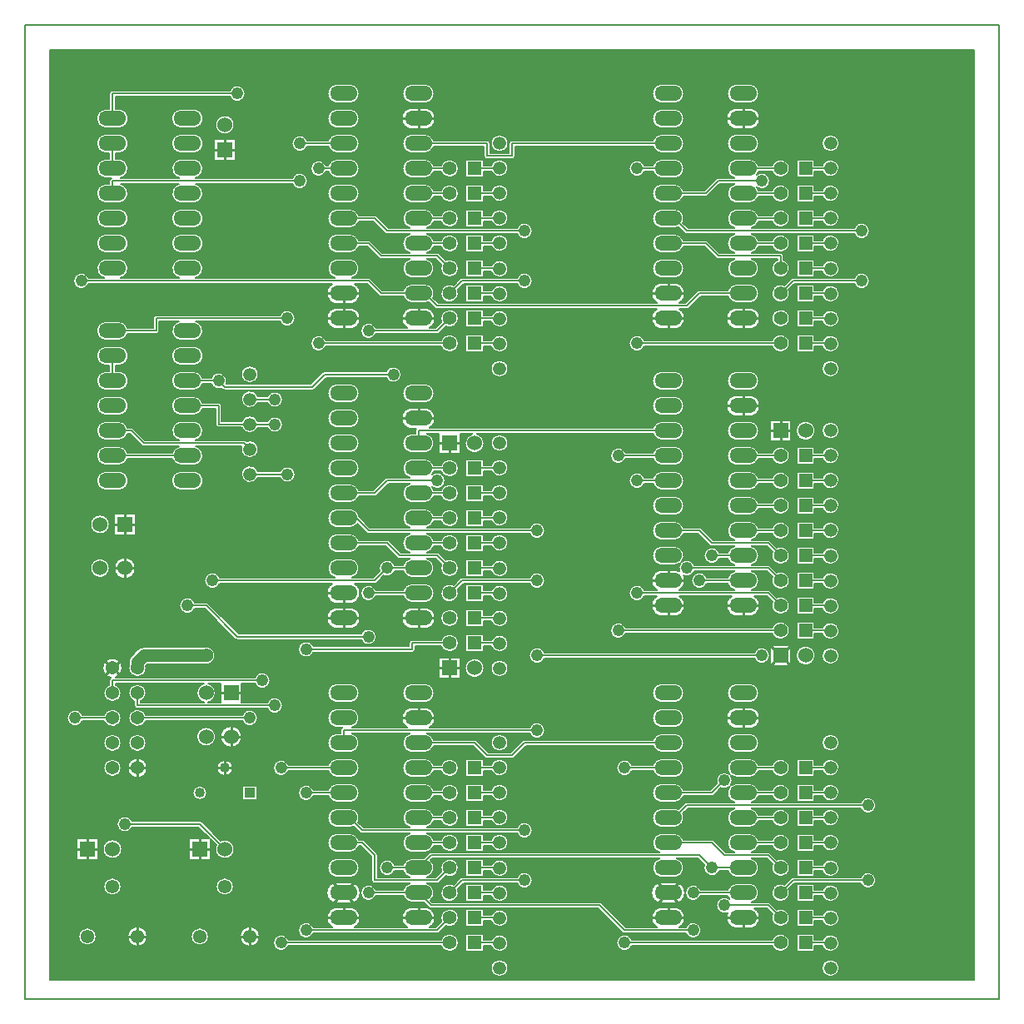
<source format=gbr>
G04 DesignSpark PCB Gerber Version 10.0 Build 5299*
G04 #@! TF.Part,Single*
G04 #@! TF.FileFunction,Copper,L2,Bot*
G04 #@! TF.FilePolarity,Positive*
%FSLAX35Y35*%
%MOIN*%
G04 #@! TA.AperFunction,ComponentPad*
%ADD20R,0.04000X0.04000*%
%ADD25R,0.05500X0.05500*%
%ADD70R,0.06000X0.06000*%
G04 #@! TD.AperFunction*
%ADD13C,0.00500*%
%ADD15C,0.00800*%
%ADD14C,0.01000*%
G04 #@! TA.AperFunction,ComponentPad*
%ADD21C,0.04000*%
G04 #@! TA.AperFunction,ViaPad*
%ADD16C,0.04800*%
G04 #@! TD.AperFunction*
%ADD17C,0.05000*%
G04 #@! TA.AperFunction,ComponentPad*
%ADD24C,0.05276*%
%ADD19C,0.05374*%
%ADD23C,0.05433*%
%ADD26C,0.05500*%
G04 #@! TA.AperFunction,ViaPad*
%ADD18C,0.05600*%
G04 #@! TA.AperFunction,ComponentPad*
%ADD71C,0.06000*%
%ADD22O,0.11000X0.06000*%
G04 #@! TD.AperFunction*
X0Y0D02*
D02*
D13*
X250Y250D02*
X390250D01*
Y390250D01*
X250D01*
Y250D01*
X10250Y380250D02*
Y7750D01*
X380250D01*
Y380250D01*
X10250D01*
X31941Y114000D02*
G75*
G02*
X38787Y112750I3309J-1250D01*
G01*
G75*
G02*
X31941Y111500I-3537J0D01*
G01*
X23250D01*
G75*
G02*
X17000Y112750I-3000J1250D01*
G01*
G75*
G02*
X23250Y114000I3250J0D01*
G01*
X31941D01*
X31400Y60250D02*
G75*
G02*
X39100I3850J0D01*
G01*
G75*
G02*
X31400I-3850J0D01*
G01*
X31683Y45250D02*
G75*
G02*
X38817I3567J0D01*
G01*
G75*
G02*
X31683I-3567J0D01*
G01*
X31713Y92750D02*
G75*
G02*
X38787I3537J0D01*
G01*
G75*
G02*
X31713I-3537J0D01*
G01*
X78559Y63709D02*
G75*
G02*
X84100Y60250I1691J-3459D01*
G01*
G75*
G02*
X76400I-3850J0D01*
G01*
G75*
G02*
X76791Y61941I3850J0D01*
G01*
X74500Y64232D01*
Y56000D01*
X66000D01*
Y64500D01*
X74232D01*
X69732Y69000D01*
X43250D01*
G75*
G02*
X37000Y70250I-3000J1250D01*
G01*
G75*
G02*
X43250Y71500I3250J0D01*
G01*
X70250D01*
G75*
G02*
X71135Y71132I0J-1250D01*
G01*
X78559Y63709D01*
X76683Y45250D02*
G75*
G02*
X83817I3567J0D01*
G01*
G75*
G02*
X76683I-3567J0D01*
G01*
X66683Y25250D02*
G75*
G02*
X73817I3567J0D01*
G01*
G75*
G02*
X66683I-3567J0D01*
G01*
X41283D02*
G75*
G02*
X49217I3967J0D01*
G01*
G75*
G02*
X41283I-3967J0D01*
G01*
X31713Y102750D02*
G75*
G02*
X38787I3537J0D01*
G01*
G75*
G02*
X31713I-3537J0D01*
G01*
X21000Y64500D02*
X29500D01*
Y56000D01*
X21000D01*
Y64500D01*
X21683Y25250D02*
G75*
G02*
X28817I3567J0D01*
G01*
G75*
G02*
X21683I-3567J0D01*
G01*
X290250Y286600D02*
G75*
G02*
Y278900I0J-3850D01*
G01*
X285250D01*
G75*
G02*
X281608Y281500I0J3850D01*
G01*
X270768D01*
X266135Y276868D01*
G75*
G02*
X265250Y276500I-885J882D01*
G01*
X262250D01*
G75*
G02*
X260250Y268500I-2000J-3750D01*
G01*
X255250D01*
G75*
G02*
X253250Y276500I0J4250D01*
G01*
X165250D01*
G75*
G02*
X164365Y276868I0J1250D01*
G01*
X161941Y279291D01*
G75*
G02*
X160250Y278900I-1691J3459D01*
G01*
X155250D01*
G75*
G02*
X151608Y281500I0J3850D01*
G01*
X142750D01*
G75*
G02*
X141865Y281868I0J1250D01*
G01*
X137232Y286500D01*
X132250D01*
G75*
G02*
X130250Y278500I-2000J-3750D01*
G01*
X125250D01*
G75*
G02*
X123250Y286500I0J4250D01*
G01*
X25750D01*
G75*
G02*
X19500Y287750I-3000J1250D01*
G01*
G75*
G02*
X25750Y289000I3250J0D01*
G01*
X31876D01*
G75*
G02*
X32750Y296600I874J3750D01*
G01*
X37750D01*
G75*
G02*
X38624Y289000I0J-3850D01*
G01*
X61876D01*
G75*
G02*
X62750Y296600I874J3750D01*
G01*
X67750D01*
G75*
G02*
X68624Y289000I0J-3850D01*
G01*
X124376D01*
G75*
G02*
X125250Y296600I874J3750D01*
G01*
X130250D01*
G75*
G02*
X131124Y289000I0J-3850D01*
G01*
X137750D01*
G75*
G02*
X138635Y288632I0J-1250D01*
G01*
X143268Y284000D01*
X151608D01*
G75*
G02*
X155250Y286600I3642J-1250D01*
G01*
X160250D01*
G75*
G02*
X163709Y281059I0J-3850D01*
G01*
X165768Y279000D01*
X253250D01*
G75*
G02*
X255250Y287000I2000J3750D01*
G01*
X260250D01*
G75*
G02*
X262250Y279000I0J-4250D01*
G01*
X264732D01*
X269365Y283632D01*
G75*
G02*
X270250Y284000I885J-882D01*
G01*
X281608D01*
G75*
G02*
X285250Y286600I3642J-1250D01*
G01*
X290250D01*
Y277000D02*
G75*
G02*
Y268500I0J-4250D01*
G01*
X285250D01*
G75*
G02*
Y277000I0J4250D01*
G01*
X290250D01*
X166650Y272750D02*
G75*
G02*
X173850I3600J0D01*
G01*
G75*
G02*
X168747Y269479I-3600J0D01*
G01*
X166135Y266868D01*
G75*
G02*
X165250Y266500I-885J882D01*
G01*
X140750D01*
G75*
G02*
X134500Y267750I-3000J1250D01*
G01*
G75*
G02*
X140750Y269000I3250J0D01*
G01*
X153250D01*
G75*
G02*
X155250Y277000I2000J3750D01*
G01*
X160250D01*
G75*
G02*
X162250Y269000I0J-4250D01*
G01*
X164732D01*
X166979Y271247D01*
G75*
G02*
X166650Y272750I3271J1503D01*
G01*
X187042Y264000D02*
G75*
G02*
X193738Y262632I3208J-1368D01*
G01*
G75*
G02*
X186951Y261500I-3488J0D01*
G01*
X183848D01*
Y259152D01*
X176652D01*
Y266348D01*
X183848D01*
Y264000D01*
X187042D01*
X186762Y252632D02*
G75*
G02*
X193738I3488J0D01*
G01*
G75*
G02*
X186762I-3488J0D01*
G01*
X187042Y274000D02*
G75*
G02*
X193738Y272632I3208J-1368D01*
G01*
G75*
G02*
X186951Y271500I-3488J0D01*
G01*
X183848D01*
Y269152D01*
X176652D01*
Y276348D01*
X183848D01*
Y274000D01*
X187042D01*
X299374Y264000D02*
G75*
G02*
X306350Y262750I3376J-1250D01*
G01*
G75*
G02*
X299374Y261500I-3600J0D01*
G01*
X248250D01*
G75*
G02*
X242000Y262750I-3000J1250D01*
G01*
G75*
G02*
X248250Y264000I3250J0D01*
G01*
X299374D01*
X260250Y241600D02*
G75*
G02*
Y233900I0J-3850D01*
G01*
X255250D01*
G75*
G02*
Y241600I0J3850D01*
G01*
X260250D01*
Y251600D02*
G75*
G02*
Y243900I0J-3850D01*
G01*
X255250D01*
G75*
G02*
Y251600I0J3850D01*
G01*
X260250D01*
X290250Y242000D02*
G75*
G02*
Y233500I0J-4250D01*
G01*
X285250D01*
G75*
G02*
Y242000I0J4250D01*
G01*
X290250D01*
X299374Y189000D02*
G75*
G02*
X306350Y187750I3376J-1250D01*
G01*
G75*
G02*
X299374Y186500I-3600J0D01*
G01*
X293892D01*
G75*
G02*
X291124Y184000I-3642J1250D01*
G01*
X297750D01*
G75*
G02*
X298635Y183632I0J-1250D01*
G01*
X301247Y181021D01*
G75*
G02*
X306350Y177750I1503J-3271D01*
G01*
G75*
G02*
X299150I-3600J0D01*
G01*
G75*
G02*
X299479Y179253I3600J0D01*
G01*
X297232Y181500D01*
X291124D01*
G75*
G02*
Y174000I-874J-3750D01*
G01*
X297750D01*
G75*
G02*
X298635Y173632I0J-1250D01*
G01*
X301247Y171021D01*
G75*
G02*
X306350Y167750I1503J-3271D01*
G01*
G75*
G02*
X299150I-3600J0D01*
G01*
G75*
G02*
X299479Y169253I3600J0D01*
G01*
X297232Y171500D01*
X291124D01*
G75*
G02*
Y164000I-874J-3750D01*
G01*
X297750D01*
G75*
G02*
X298635Y163632I0J-1250D01*
G01*
X301247Y161021D01*
G75*
G02*
X306350Y157750I1503J-3271D01*
G01*
G75*
G02*
X299150I-3600J0D01*
G01*
G75*
G02*
X299479Y159253I3600J0D01*
G01*
X297232Y161500D01*
X292250D01*
G75*
G02*
X290250Y153500I-2000J-3750D01*
G01*
X285250D01*
G75*
G02*
X283250Y161500I0J4250D01*
G01*
X262250D01*
G75*
G02*
X260250Y153500I-2000J-3750D01*
G01*
X255250D01*
G75*
G02*
X253250Y161500I0J4250D01*
G01*
X248250D01*
G75*
G02*
X242000Y162750I-3000J1250D01*
G01*
G75*
G02*
X248250Y164000I3250J0D01*
G01*
X253250D01*
G75*
G02*
X255250Y172000I2000J3750D01*
G01*
X260250D01*
G75*
G02*
X262250Y171500I0J-4250D01*
G01*
G75*
G02*
X262736Y174810I3000J1250D01*
G01*
G75*
G02*
X260250Y173900I-2486J2941D01*
G01*
X255250D01*
G75*
G02*
Y181600I0J3850D01*
G01*
X260250D01*
G75*
G02*
X263190Y175264I0J-3850D01*
G01*
G75*
G02*
X268250Y174000I2060J-2514D01*
G01*
X284376D01*
G75*
G02*
X281608Y176500I874J3750D01*
G01*
X278250D01*
G75*
G02*
X272000Y177750I-3000J1250D01*
G01*
G75*
G02*
X278250Y179000I3250J0D01*
G01*
X281608D01*
G75*
G02*
X284376Y181500I3642J-1250D01*
G01*
X275250D01*
G75*
G02*
X274365Y181868I0J1250D01*
G01*
X269732Y186500D01*
X263892D01*
G75*
G02*
X260250Y183900I-3642J1250D01*
G01*
X255250D01*
G75*
G02*
Y191600I0J3850D01*
G01*
X260250D01*
G75*
G02*
X263892Y189000I0J-3850D01*
G01*
X270250D01*
G75*
G02*
X271135Y188632I0J-1250D01*
G01*
X275768Y184000D01*
X284376D01*
G75*
G02*
X285250Y191600I874J3750D01*
G01*
X290250D01*
G75*
G02*
X293892Y189000I0J-3850D01*
G01*
X299374D01*
Y199000D02*
G75*
G02*
X306350Y197750I3376J-1250D01*
G01*
G75*
G02*
X299374Y196500I-3600J0D01*
G01*
X293892D01*
G75*
G02*
X290250Y193900I-3642J1250D01*
G01*
X285250D01*
G75*
G02*
Y201600I0J3850D01*
G01*
X290250D01*
G75*
G02*
X293892Y199000I0J-3850D01*
G01*
X299374D01*
Y209000D02*
G75*
G02*
X306350Y207750I3376J-1250D01*
G01*
G75*
G02*
X299374Y206500I-3600J0D01*
G01*
X293892D01*
G75*
G02*
X290250Y203900I-3642J1250D01*
G01*
X285250D01*
G75*
G02*
Y211600I0J3850D01*
G01*
X290250D01*
G75*
G02*
X293892Y209000I0J-3850D01*
G01*
X299374D01*
Y219000D02*
G75*
G02*
X306350Y217750I3376J-1250D01*
G01*
G75*
G02*
X299374Y216500I-3600J0D01*
G01*
X293892D01*
G75*
G02*
X290250Y213900I-3642J1250D01*
G01*
X285250D01*
G75*
G02*
Y221600I0J3850D01*
G01*
X290250D01*
G75*
G02*
X293892Y219000I0J-3850D01*
G01*
X299374D01*
X290250Y231600D02*
G75*
G02*
Y223900I0J-3850D01*
G01*
X285250D01*
G75*
G02*
Y231600I0J3850D01*
G01*
X290250D01*
Y251600D02*
G75*
G02*
Y243900I0J-3850D01*
G01*
X285250D01*
G75*
G02*
Y251600I0J3850D01*
G01*
X290250D01*
X298500Y232000D02*
X307000D01*
Y223500D01*
X298500D01*
Y232000D01*
X30250Y176600D02*
G75*
G02*
X34100Y172750I0J-3850D01*
G01*
G75*
G02*
X30250Y168900I-3850J0D01*
G01*
G75*
G02*
X26400Y172750I0J3850D01*
G01*
G75*
G02*
X30250Y176600I3850J0D01*
G01*
X97250Y119000D02*
G75*
G02*
X103500Y117750I3000J-1250D01*
G01*
G75*
G02*
X97250Y116500I-3250J0D01*
G01*
X45250D01*
G75*
G02*
X44000Y117750I0J1250D01*
G01*
Y119441D01*
G75*
G02*
X41713Y122750I1250J3309D01*
G01*
G75*
G02*
X48787I3537J0D01*
G01*
G75*
G02*
X46500Y119441I-3537J0D01*
G01*
Y119000D01*
X71878D01*
G75*
G02*
Y126500I872J3750D01*
G01*
X36500D01*
Y126059D01*
G75*
G02*
X38787Y122750I-1250J-3309D01*
G01*
G75*
G02*
X31713I-3537J0D01*
G01*
G75*
G02*
X34000Y126059I3537J0D01*
G01*
Y127750D01*
G75*
G02*
X34668Y128856I1250J0D01*
G01*
G75*
G02*
X31313Y132750I582J3894D01*
G01*
G75*
G02*
X39187I3937J0D01*
G01*
G75*
G02*
X36449Y129000I-3937J0D01*
G01*
X92250D01*
G75*
G02*
X98500Y127750I3000J-1250D01*
G01*
G75*
G02*
X92250Y126500I-3250J0D01*
G01*
X87000D01*
Y119000D01*
X97250D01*
X166874Y24000D02*
G75*
G02*
X173850Y22750I3376J-1250D01*
G01*
G75*
G02*
X166874Y21500I-3600J0D01*
G01*
X105750D01*
G75*
G02*
X99500Y22750I-3000J1250D01*
G01*
G75*
G02*
X105750Y24000I3250J0D01*
G01*
X166874D01*
X130250Y96600D02*
G75*
G02*
Y88900I0J-3850D01*
G01*
X125250D01*
G75*
G02*
X121608Y91500I0J3850D01*
G01*
X105750D01*
G75*
G02*
X99500Y92750I-3000J1250D01*
G01*
G75*
G02*
X105750Y94000I3250J0D01*
G01*
X121608D01*
G75*
G02*
X125250Y96600I3642J-1250D01*
G01*
X130250D01*
X166650Y32750D02*
G75*
G02*
X173850I3600J0D01*
G01*
G75*
G02*
X168747Y29479I-3600J0D01*
G01*
X166135Y26868D01*
G75*
G02*
X165250Y26500I-885J882D01*
G01*
X115750D01*
G75*
G02*
X109500Y27750I-3000J1250D01*
G01*
G75*
G02*
X115750Y29000I3250J0D01*
G01*
X123250D01*
G75*
G02*
X125250Y37000I2000J3750D01*
G01*
X130250D01*
G75*
G02*
X132250Y29000I0J-4250D01*
G01*
X153250D01*
G75*
G02*
X155250Y37000I2000J3750D01*
G01*
X160250D01*
G75*
G02*
X162250Y29000I0J-4250D01*
G01*
X164732D01*
X166979Y31247D01*
G75*
G02*
X166650Y32750I3271J1503D01*
G01*
X130250Y86600D02*
G75*
G02*
Y78900I0J-3850D01*
G01*
X125250D01*
G75*
G02*
X121608Y81500I0J3850D01*
G01*
X115750D01*
G75*
G02*
X109500Y82750I-3000J1250D01*
G01*
G75*
G02*
X115750Y84000I3250J0D01*
G01*
X121608D01*
G75*
G02*
X125250Y86600I3642J-1250D01*
G01*
X130250D01*
Y47000D02*
G75*
G02*
Y38500I0J-4250D01*
G01*
X125250D01*
G75*
G02*
Y47000I0J4250D01*
G01*
X130250D01*
X299374Y64000D02*
G75*
G02*
X306350Y62750I3376J-1250D01*
G01*
G75*
G02*
X299374Y61500I-3600J0D01*
G01*
X293892D01*
G75*
G02*
X291124Y59000I-3642J1250D01*
G01*
X297750D01*
G75*
G02*
X298635Y58632I0J-1250D01*
G01*
X301247Y56021D01*
G75*
G02*
X306350Y52750I1503J-3271D01*
G01*
G75*
G02*
X299150I-3600J0D01*
G01*
G75*
G02*
X299479Y54253I3600J0D01*
G01*
X297232Y56500D01*
X291124D01*
G75*
G02*
X290250Y48900I-874J-3750D01*
G01*
X285250D01*
G75*
G02*
X281608Y51500I0J3850D01*
G01*
X278250D01*
G75*
G02*
X272245Y53987I-3000J1250D01*
G01*
X269732Y56500D01*
X261124D01*
G75*
G02*
X260250Y48900I-874J-3750D01*
G01*
X255250D01*
G75*
G02*
X254376Y56500I0J3850D01*
G01*
X163268D01*
X162582Y55814D01*
G75*
G02*
X161124Y49000I-2332J-3064D01*
G01*
X164732D01*
X166979Y51247D01*
G75*
G02*
X170250Y56350I3271J1503D01*
G01*
G75*
G02*
Y49150I0J-3600D01*
G01*
G75*
G02*
X168747Y49479I0J3600D01*
G01*
X166135Y46868D01*
G75*
G02*
X165250Y46500I-885J882D01*
G01*
X161124D01*
G75*
G02*
X162582Y39686I-874J-3750D01*
G01*
X163268Y39000D01*
X230250D01*
G75*
G02*
X231135Y38632I0J-1250D01*
G01*
X240768Y29000D01*
X253250D01*
G75*
G02*
X255250Y37000I2000J3750D01*
G01*
X260250D01*
G75*
G02*
X262250Y29000I0J-4250D01*
G01*
X264750D01*
G75*
G02*
X271000Y27750I3000J-1250D01*
G01*
G75*
G02*
X264750Y26500I-3250J0D01*
G01*
X240250D01*
G75*
G02*
X239365Y26868I0J1250D01*
G01*
X229732Y36500D01*
X162750D01*
G75*
G02*
X161865Y36868I0J1250D01*
G01*
X159833Y38900D01*
X155250D01*
G75*
G02*
X151608Y41500I0J3850D01*
G01*
X140750D01*
G75*
G02*
X134500Y42750I-3000J1250D01*
G01*
G75*
G02*
X140750Y44000I3250J0D01*
G01*
X151608D01*
G75*
G02*
X154376Y46500I3642J-1250D01*
G01*
X140250D01*
G75*
G02*
X139000Y47750I0J1250D01*
G01*
Y57232D01*
X134732Y61500D01*
X133892D01*
G75*
G02*
X130250Y58900I-3642J1250D01*
G01*
X125250D01*
G75*
G02*
Y66600I0J3850D01*
G01*
X130250D01*
G75*
G02*
X133892Y64000I0J-3850D01*
G01*
X135250D01*
G75*
G02*
X136135Y63632I0J-1250D01*
G01*
X141132Y58635D01*
G75*
G02*
X141500Y57750I-882J-885D01*
G01*
Y49000D01*
X154376D01*
G75*
G02*
X151608Y51500I874J3750D01*
G01*
X148250D01*
G75*
G02*
X142000Y52750I-3000J1250D01*
G01*
G75*
G02*
X148250Y54000I3250J0D01*
G01*
X151608D01*
G75*
G02*
X155250Y56600I3642J-1250D01*
G01*
X159833D01*
X161865Y58632D01*
G75*
G02*
X162750Y59000I885J-882D01*
G01*
X254376D01*
G75*
G02*
X255250Y66600I874J3750D01*
G01*
X260250D01*
G75*
G02*
X263892Y64000I0J-3850D01*
G01*
X275250D01*
G75*
G02*
X276135Y63632I0J-1250D01*
G01*
X280768Y59000D01*
X284376D01*
G75*
G02*
X285250Y66600I874J3750D01*
G01*
X290250D01*
G75*
G02*
X293892Y64000I0J-3850D01*
G01*
X299374D01*
X334750Y49000D02*
G75*
G02*
X341000Y47750I3000J-1250D01*
G01*
G75*
G02*
X334750Y46500I-3250J0D01*
G01*
X308268D01*
X306021Y44253D01*
G75*
G02*
X302750Y39150I-3271J-1503D01*
G01*
G75*
G02*
Y46350I0J3600D01*
G01*
G75*
G02*
X304253Y46021I0J-3600D01*
G01*
X306865Y48632D01*
G75*
G02*
X307750Y49000I885J-882D01*
G01*
X334750D01*
X319542Y24000D02*
G75*
G02*
X326238Y22632I3208J-1368D01*
G01*
G75*
G02*
X319451Y21500I-3488J0D01*
G01*
X316348D01*
Y19152D01*
X309152D01*
Y26348D01*
X316348D01*
Y24000D01*
X319542D01*
X319262Y12632D02*
G75*
G02*
X326238I3488J0D01*
G01*
G75*
G02*
X319262I-3488J0D01*
G01*
X319542Y34000D02*
G75*
G02*
X326238Y32632I3208J-1368D01*
G01*
G75*
G02*
X319451Y31500I-3488J0D01*
G01*
X316348D01*
Y29152D01*
X309152D01*
Y36348D01*
X316348D01*
Y34000D01*
X319542D01*
Y44000D02*
G75*
G02*
X326238Y42632I3208J-1368D01*
G01*
G75*
G02*
X319451Y41500I-3488J0D01*
G01*
X316348D01*
Y39152D01*
X309152D01*
Y46348D01*
X316348D01*
Y44000D01*
X319542D01*
X187042Y54000D02*
G75*
G02*
X193738Y52632I3208J-1368D01*
G01*
G75*
G02*
X186951Y51500I-3488J0D01*
G01*
X183848D01*
Y49152D01*
X176652D01*
Y56348D01*
X183848D01*
Y54000D01*
X187042D01*
X260250Y47000D02*
G75*
G02*
Y38500I0J-4250D01*
G01*
X255250D01*
G75*
G02*
Y47000I0J4250D01*
G01*
X260250D01*
X301247Y36021D02*
G75*
G02*
X306350Y32750I1503J-3271D01*
G01*
G75*
G02*
X299150I-3600J0D01*
G01*
G75*
G02*
X299479Y34253I3600J0D01*
G01*
X297232Y36500D01*
X292250D01*
G75*
G02*
X290250Y28500I-2000J-3750D01*
G01*
X285250D01*
G75*
G02*
X281500Y34750I0J4250D01*
G01*
G75*
G02*
X277000Y37750I-1250J3000D01*
G01*
G75*
G02*
X282310Y40264I3250J0D01*
G01*
G75*
G02*
X281608Y41500I2941J2486D01*
G01*
X270750D01*
G75*
G02*
X264500Y42750I-3000J1250D01*
G01*
G75*
G02*
X270750Y44000I3250J0D01*
G01*
X281608D01*
G75*
G02*
X285250Y46600I3642J-1250D01*
G01*
X290250D01*
G75*
G02*
X291124Y39000I0J-3850D01*
G01*
X297750D01*
G75*
G02*
X298635Y38632I0J-1250D01*
G01*
X301247Y36021D01*
X197250Y49000D02*
G75*
G02*
X203500Y47750I3000J-1250D01*
G01*
G75*
G02*
X197250Y46500I-3250J0D01*
G01*
X175768D01*
X173521Y44253D01*
G75*
G02*
X170250Y39150I-3271J-1503D01*
G01*
G75*
G02*
Y46350I0J3600D01*
G01*
G75*
G02*
X171753Y46021I0J-3600D01*
G01*
X174365Y48632D01*
G75*
G02*
X175250Y49000I885J-882D01*
G01*
X197250D01*
X187042Y44000D02*
G75*
G02*
X193738Y42632I3208J-1368D01*
G01*
G75*
G02*
X186951Y41500I-3488J0D01*
G01*
X183848D01*
Y39152D01*
X176652D01*
Y46348D01*
X183848D01*
Y44000D01*
X187042D01*
X299374Y24000D02*
G75*
G02*
X306350Y22750I3376J-1250D01*
G01*
G75*
G02*
X299374Y21500I-3600J0D01*
G01*
X243250D01*
G75*
G02*
X237000Y22750I-3000J1250D01*
G01*
G75*
G02*
X243250Y24000I3250J0D01*
G01*
X299374D01*
X187042D02*
G75*
G02*
X193738Y22632I3208J-1368D01*
G01*
G75*
G02*
X186951Y21500I-3488J0D01*
G01*
X183848D01*
Y19152D01*
X176652D01*
Y26348D01*
X183848D01*
Y24000D01*
X187042D01*
X186762Y12632D02*
G75*
G02*
X193738I3488J0D01*
G01*
G75*
G02*
X186762I-3488J0D01*
G01*
X187042Y34000D02*
G75*
G02*
X193738Y32632I3208J-1368D01*
G01*
G75*
G02*
X186951Y31500I-3488J0D01*
G01*
X183848D01*
Y29152D01*
X176652D01*
Y36348D01*
X183848D01*
Y34000D01*
X187042D01*
X130250Y56600D02*
G75*
G02*
Y48900I0J-3850D01*
G01*
X125250D01*
G75*
G02*
Y56600I0J3850D01*
G01*
X130250D01*
X197250Y69000D02*
G75*
G02*
X203500Y67750I3000J-1250D01*
G01*
G75*
G02*
X197250Y66500I-3250J0D01*
G01*
X161124D01*
G75*
G02*
X163892Y64000I-874J-3750D01*
G01*
X166874D01*
G75*
G02*
X173850Y62750I3376J-1250D01*
G01*
G75*
G02*
X166874Y61500I-3600J0D01*
G01*
X163892D01*
G75*
G02*
X160250Y58900I-3642J1250D01*
G01*
X155250D01*
G75*
G02*
X154376Y66500I0J3850D01*
G01*
X135250D01*
G75*
G02*
X134365Y66868I0J1250D01*
G01*
X131941Y69291D01*
G75*
G02*
X130250Y68900I-1691J3459D01*
G01*
X125250D01*
G75*
G02*
Y76600I0J3850D01*
G01*
X130250D01*
G75*
G02*
X133709Y71059I0J-3850D01*
G01*
X135768Y69000D01*
X154376D01*
G75*
G02*
X155250Y76600I874J3750D01*
G01*
X160250D01*
G75*
G02*
X163892Y74000I0J-3850D01*
G01*
X166874D01*
G75*
G02*
X173850Y72750I3376J-1250D01*
G01*
G75*
G02*
X166874Y71500I-3600J0D01*
G01*
X163892D01*
G75*
G02*
X161124Y69000I-3642J1250D01*
G01*
X197250D01*
X186951Y64000D02*
G75*
G02*
X193738Y62868I3299J-1132D01*
G01*
G75*
G02*
X187042Y61500I-3488J0D01*
G01*
X183848D01*
Y59152D01*
X176652D01*
Y66348D01*
X183848D01*
Y64000D01*
X186951D01*
X41313Y92750D02*
G75*
G02*
X49187I3937J0D01*
G01*
G75*
G02*
X41313I-3937J0D01*
G01*
X41713Y102750D02*
G75*
G02*
X48787I3537J0D01*
G01*
G75*
G02*
X41713I-3537J0D01*
G01*
X87250Y114000D02*
G75*
G02*
X93500Y112750I3000J-1250D01*
G01*
G75*
G02*
X87250Y111500I-3250J0D01*
G01*
X48559D01*
G75*
G02*
X41713Y112750I-3309J1250D01*
G01*
G75*
G02*
X48559Y114000I3537J0D01*
G01*
X87250D01*
X87400Y85600D02*
X93100D01*
Y79900D01*
X87400D01*
Y85600D01*
X67400Y82750D02*
G75*
G02*
X73100I2850J0D01*
G01*
G75*
G02*
X67400I-2850J0D01*
G01*
X72750Y109100D02*
G75*
G02*
X76600Y105250I0J-3850D01*
G01*
G75*
G02*
X72750Y101400I-3850J0D01*
G01*
G75*
G02*
X68900Y105250I0J3850D01*
G01*
G75*
G02*
X72750Y109100I3850J0D01*
G01*
X77000Y92750D02*
G75*
G02*
X83500I3250J0D01*
G01*
G75*
G02*
X77000I-3250J0D01*
G01*
X78500Y105250D02*
G75*
G02*
X87000I4250J0D01*
G01*
G75*
G02*
X78500I-4250J0D01*
G01*
X86283Y25250D02*
G75*
G02*
X94217I3967J0D01*
G01*
G75*
G02*
X86283I-3967J0D01*
G01*
X26400Y190250D02*
G75*
G02*
X34100I3850J0D01*
G01*
G75*
G02*
X26400I-3850J0D01*
G01*
X37750Y211600D02*
G75*
G02*
Y203900I0J-3850D01*
G01*
X32750D01*
G75*
G02*
Y211600I0J3850D01*
G01*
X37750D01*
X36000Y172750D02*
G75*
G02*
X44500I4250J0D01*
G01*
G75*
G02*
X36000I-4250J0D01*
G01*
X71301Y141100D02*
G75*
G02*
X76400Y137750I1449J-3350D01*
G01*
G75*
G02*
X71301Y134400I-3650J0D01*
G01*
X49138D01*
X48606Y133868D01*
G75*
G02*
X48787Y132750I-3356J-1119D01*
G01*
G75*
G02*
X41713I-3537J0D01*
G01*
G75*
G02*
X41900Y133885I3538J0D01*
G01*
Y135250D01*
G75*
G02*
X42883Y137620I3350J0D01*
G01*
X45380Y140117D01*
G75*
G02*
X47750Y141100I2371J-2367D01*
G01*
X71301D01*
X36000Y194500D02*
X44500D01*
Y186000D01*
X36000D01*
Y194500D01*
X88831Y223554D02*
G75*
G02*
X93738Y220368I1419J-3186D01*
G01*
G75*
G02*
X86762I-3488J0D01*
G01*
G75*
G02*
X86951Y221500I3488J0D01*
G01*
X68624D01*
G75*
G02*
X67750Y213900I-874J-3750D01*
G01*
X62750D01*
G75*
G02*
X59108Y216500I0J3850D01*
G01*
X41392D01*
G75*
G02*
X37750Y213900I-3642J1250D01*
G01*
X32750D01*
G75*
G02*
Y221600I0J3850D01*
G01*
X37750D01*
G75*
G02*
X41392Y219000I0J-3850D01*
G01*
X59108D01*
G75*
G02*
X61876Y221500I3642J-1250D01*
G01*
X47750D01*
G75*
G02*
X46865Y221868I0J1250D01*
G01*
X42232Y226500D01*
X41392D01*
G75*
G02*
X37750Y223900I-3642J1250D01*
G01*
X32750D01*
G75*
G02*
Y231600I0J3850D01*
G01*
X37750D01*
G75*
G02*
X41392Y229000I0J-3850D01*
G01*
X42750D01*
G75*
G02*
X43635Y228632I0J-1250D01*
G01*
X48268Y224000D01*
X61876D01*
G75*
G02*
X62750Y231600I874J3750D01*
G01*
X67750D01*
G75*
G02*
X68624Y224000I0J-3850D01*
G01*
X87868D01*
G75*
G02*
X88754Y223632I0J-1250D01*
G01*
X88831Y223554D01*
X202250Y189000D02*
G75*
G02*
X208500Y187750I3000J-1250D01*
G01*
G75*
G02*
X202250Y186500I-3250J0D01*
G01*
X161124D01*
G75*
G02*
X163892Y184000I-874J-3750D01*
G01*
X166874D01*
G75*
G02*
X173850Y182750I3376J-1250D01*
G01*
G75*
G02*
X166874Y181500I-3600J0D01*
G01*
X163892D01*
G75*
G02*
X161124Y179000I-3642J1250D01*
G01*
X165250D01*
G75*
G02*
X166135Y178632I0J-1250D01*
G01*
X168747Y176021D01*
G75*
G02*
X173850Y172750I1503J-3271D01*
G01*
G75*
G02*
X166650I-3600J0D01*
G01*
G75*
G02*
X166979Y174253I3600J0D01*
G01*
X164732Y176500D01*
X161124D01*
G75*
G02*
X160250Y168900I-874J-3750D01*
G01*
X155250D01*
G75*
G02*
X151608Y171500I0J3850D01*
G01*
X148250D01*
G75*
G02*
X144013Y169745I-3000J1250D01*
G01*
X141135Y166868D01*
G75*
G02*
X140250Y166500I-885J882D01*
G01*
X132250D01*
G75*
G02*
X130250Y158500I-2000J-3750D01*
G01*
X125250D01*
G75*
G02*
X123250Y166500I0J4250D01*
G01*
X78250D01*
G75*
G02*
X72000Y167750I-3000J1250D01*
G01*
G75*
G02*
X78250Y169000I3250J0D01*
G01*
X124376D01*
G75*
G02*
X125250Y176600I874J3750D01*
G01*
X130250D01*
G75*
G02*
X131124Y169000I0J-3850D01*
G01*
X139732D01*
X142245Y171513D01*
G75*
G02*
X148250Y174000I3005J1237D01*
G01*
X151608D01*
G75*
G02*
X154376Y176500I3642J-1250D01*
G01*
X150250D01*
G75*
G02*
X149365Y176868I0J1250D01*
G01*
X144732Y181500D01*
X133892D01*
G75*
G02*
X130250Y178900I-3642J1250D01*
G01*
X125250D01*
G75*
G02*
Y186600I0J3850D01*
G01*
X130250D01*
G75*
G02*
X133892Y184000I0J-3850D01*
G01*
X145250D01*
G75*
G02*
X146135Y183632I0J-1250D01*
G01*
X150768Y179000D01*
X154376D01*
G75*
G02*
Y186500I874J3750D01*
G01*
X137750D01*
G75*
G02*
X136865Y186868I0J1250D01*
G01*
X133314Y190418D01*
G75*
G02*
X130250Y188900I-3064J2332D01*
G01*
X125250D01*
G75*
G02*
Y196600I0J3850D01*
G01*
X130250D01*
G75*
G02*
X134075Y193193I0J-3850D01*
G01*
X138268Y189000D01*
X154376D01*
G75*
G02*
X155250Y196600I874J3750D01*
G01*
X160250D01*
G75*
G02*
X163892Y194000I0J-3850D01*
G01*
X166874D01*
G75*
G02*
X173850Y192750I3376J-1250D01*
G01*
G75*
G02*
X166874Y191500I-3600J0D01*
G01*
X163892D01*
G75*
G02*
X161124Y189000I-3642J1250D01*
G01*
X202250D01*
X160250Y166600D02*
G75*
G02*
Y158900I0J-3850D01*
G01*
X155250D01*
G75*
G02*
X151608Y161500I0J3850D01*
G01*
X140750D01*
G75*
G02*
X134500Y162750I-3000J1250D01*
G01*
G75*
G02*
X140750Y164000I3250J0D01*
G01*
X151608D01*
G75*
G02*
X155250Y166600I3642J-1250D01*
G01*
X160250D01*
X187042Y174000D02*
G75*
G02*
X193738Y172632I3208J-1368D01*
G01*
G75*
G02*
X186951Y171500I-3488J0D01*
G01*
X183848D01*
Y169152D01*
X176652D01*
Y176348D01*
X183848D01*
Y174000D01*
X187042D01*
X186951Y184000D02*
G75*
G02*
X193738Y182868I3299J-1132D01*
G01*
G75*
G02*
X187042Y181500I-3488J0D01*
G01*
X183848D01*
Y179152D01*
X176652D01*
Y186348D01*
X183848D01*
Y184000D01*
X186951D01*
X166650Y152750D02*
G75*
G02*
X173850I3600J0D01*
G01*
G75*
G02*
X166650I-3600J0D01*
G01*
X202250Y169000D02*
G75*
G02*
X208500Y167750I3000J-1250D01*
G01*
G75*
G02*
X202250Y166500I-3250J0D01*
G01*
X175768D01*
X173521Y164253D01*
G75*
G02*
X170250Y159150I-3271J-1503D01*
G01*
G75*
G02*
Y166350I0J3600D01*
G01*
G75*
G02*
X171753Y166021I0J-3600D01*
G01*
X174365Y168632D01*
G75*
G02*
X175250Y169000I885J-882D01*
G01*
X202250D01*
X176400Y132750D02*
G75*
G02*
X184100I3850J0D01*
G01*
G75*
G02*
X176400I-3850J0D01*
G01*
X187042Y144000D02*
G75*
G02*
X193738Y142632I3208J-1368D01*
G01*
G75*
G02*
X186951Y141500I-3488J0D01*
G01*
X183848D01*
Y139152D01*
X176652D01*
Y146348D01*
X183848D01*
Y144000D01*
X187042D01*
X186762Y132632D02*
G75*
G02*
X193738I3488J0D01*
G01*
G75*
G02*
X186762I-3488J0D01*
G01*
X187042Y154000D02*
G75*
G02*
X193738Y152632I3208J-1368D01*
G01*
G75*
G02*
X186951Y151500I-3488J0D01*
G01*
X183848D01*
Y149152D01*
X176652D01*
Y156348D01*
X183848D01*
Y154000D01*
X187042D01*
Y164000D02*
G75*
G02*
X193738Y162632I3208J-1368D01*
G01*
G75*
G02*
X186951Y161500I-3488J0D01*
G01*
X183848D01*
Y159152D01*
X176652D01*
Y166348D01*
X183848D01*
Y164000D01*
X187042D01*
X292250Y139000D02*
G75*
G02*
X298500Y137750I3000J-1250D01*
G01*
G75*
G02*
X292250Y136500I-3250J0D01*
G01*
X208250D01*
G75*
G02*
X202000Y137750I-3000J1250D01*
G01*
G75*
G02*
X208250Y139000I3250J0D01*
G01*
X292250D01*
X298500Y142000D02*
X307000D01*
Y133500D01*
X298500D01*
Y142000D01*
X260250Y116600D02*
G75*
G02*
Y108900I0J-3850D01*
G01*
X255250D01*
G75*
G02*
Y116600I0J3850D01*
G01*
X260250D01*
Y126600D02*
G75*
G02*
Y118900I0J-3850D01*
G01*
X255250D01*
G75*
G02*
Y126600I0J3850D01*
G01*
X260250D01*
X334750Y79000D02*
G75*
G02*
X341000Y77750I3000J-1250D01*
G01*
G75*
G02*
X334750Y76500I-3250J0D01*
G01*
X291124D01*
G75*
G02*
X293892Y74000I-874J-3750D01*
G01*
X299374D01*
G75*
G02*
X306350Y72750I3376J-1250D01*
G01*
G75*
G02*
X299374Y71500I-3600J0D01*
G01*
X293892D01*
G75*
G02*
X290250Y68900I-3642J1250D01*
G01*
X285250D01*
G75*
G02*
X284376Y76500I0J3850D01*
G01*
X265768D01*
X263709Y74441D01*
G75*
G02*
X260250Y68900I-3459J-1691D01*
G01*
X255250D01*
G75*
G02*
Y76600I0J3850D01*
G01*
X260250D01*
G75*
G02*
X261941Y76209I0J-3851D01*
G01*
X264365Y78632D01*
G75*
G02*
X265250Y79000I885J-882D01*
G01*
X284376D01*
G75*
G02*
X282310Y85236I874J3750D01*
G01*
G75*
G02*
X279013Y84745I-2060J2514D01*
G01*
X276135Y81868D01*
G75*
G02*
X275250Y81500I-885J882D01*
G01*
X263892D01*
G75*
G02*
X260250Y78900I-3642J1250D01*
G01*
X255250D01*
G75*
G02*
Y86600I0J3850D01*
G01*
X260250D01*
G75*
G02*
X263892Y84000I0J-3850D01*
G01*
X274732D01*
X277245Y86513D01*
G75*
G02*
X282310Y90264I3005J1237D01*
G01*
G75*
G02*
X285250Y96600I2940J2486D01*
G01*
X290250D01*
G75*
G02*
X293892Y94000I0J-3850D01*
G01*
X299374D01*
G75*
G02*
X306350Y92750I3376J-1250D01*
G01*
G75*
G02*
X299374Y91500I-3600J0D01*
G01*
X293892D01*
G75*
G02*
X290250Y88900I-3642J1250D01*
G01*
X285250D01*
G75*
G02*
X282764Y89810I0J3851D01*
G01*
G75*
G02*
Y85690I-2514J-2060D01*
G01*
G75*
G02*
X285250Y86600I2486J-2941D01*
G01*
X290250D01*
G75*
G02*
X293892Y84000I0J-3850D01*
G01*
X299374D01*
G75*
G02*
X306350Y82750I3376J-1250D01*
G01*
G75*
G02*
X299374Y81500I-3600J0D01*
G01*
X293892D01*
G75*
G02*
X291124Y79000I-3642J1250D01*
G01*
X334750D01*
X319542Y54000D02*
G75*
G02*
X326238Y52632I3208J-1368D01*
G01*
G75*
G02*
X319451Y51500I-3488J0D01*
G01*
X316348D01*
Y49152D01*
X309152D01*
Y56348D01*
X316348D01*
Y54000D01*
X319542D01*
X319451Y64000D02*
G75*
G02*
X326238Y62868I3299J-1132D01*
G01*
G75*
G02*
X319542Y61500I-3488J0D01*
G01*
X316348D01*
Y59152D01*
X309152D01*
Y66348D01*
X316348D01*
Y64000D01*
X319451D01*
Y74000D02*
G75*
G02*
X326238Y72868I3299J-1132D01*
G01*
G75*
G02*
X319542Y71500I-3488J0D01*
G01*
X316348D01*
Y69152D01*
X309152D01*
Y76348D01*
X316348D01*
Y74000D01*
X319451D01*
X290250Y117000D02*
G75*
G02*
Y108500I0J-4250D01*
G01*
X285250D01*
G75*
G02*
Y117000I0J4250D01*
G01*
X290250D01*
Y106600D02*
G75*
G02*
Y98900I0J-3850D01*
G01*
X285250D01*
G75*
G02*
Y106600I0J3850D01*
G01*
X290250D01*
Y126600D02*
G75*
G02*
Y118900I0J-3850D01*
G01*
X285250D01*
G75*
G02*
Y126600I0J3850D01*
G01*
X290250D01*
X160250Y157000D02*
G75*
G02*
Y148500I0J-4250D01*
G01*
X155250D01*
G75*
G02*
Y157000I0J4250D01*
G01*
X160250D01*
X130250D02*
G75*
G02*
Y148500I0J-4250D01*
G01*
X125250D01*
G75*
G02*
Y157000I0J4250D01*
G01*
X130250D01*
X102250Y211500D02*
G75*
G02*
X108500Y210250I3000J-1250D01*
G01*
G75*
G02*
X102250Y209000I-3250J0D01*
G01*
X93458D01*
G75*
G02*
X86762Y210368I-3208J1368D01*
G01*
G75*
G02*
X93549Y211500I3488J0D01*
G01*
X102250D01*
X67750Y211600D02*
G75*
G02*
Y203900I0J-3850D01*
G01*
X62750D01*
G75*
G02*
Y211600I0J3850D01*
G01*
X67750D01*
X134750Y146500D02*
G75*
G02*
X141000Y145250I3000J-1250D01*
G01*
G75*
G02*
X134750Y144000I-3250J0D01*
G01*
X85250D01*
G75*
G02*
X84365Y144368I0J1250D01*
G01*
X72232Y156500D01*
X68250D01*
G75*
G02*
X62000Y157750I-3000J1250D01*
G01*
G75*
G02*
X68250Y159000I3250J0D01*
G01*
X72750D01*
G75*
G02*
X73635Y158632I0J-1250D01*
G01*
X85768Y146500D01*
X134750D01*
X166874Y144000D02*
G75*
G02*
X173850Y142750I3376J-1250D01*
G01*
G75*
G02*
X166874Y141500I-3600J0D01*
G01*
X156500D01*
Y140250D01*
G75*
G02*
X155250Y139000I-1250J0D01*
G01*
X115750D01*
G75*
G02*
X109500Y140250I-3000J1250D01*
G01*
G75*
G02*
X115750Y141500I3250J0D01*
G01*
X154000D01*
Y142750D01*
G75*
G02*
X155250Y144000I1250J0D01*
G01*
X166874D01*
X166000Y137000D02*
X174500D01*
Y128500D01*
X166000D01*
Y137000D01*
X260250Y106600D02*
G75*
G02*
Y98900I0J-3850D01*
G01*
X255250D01*
G75*
G02*
X251608Y101500I0J3850D01*
G01*
X200768D01*
X196135Y96868D01*
G75*
G02*
X195250Y96500I-885J882D01*
G01*
X185250D01*
G75*
G02*
X184365Y96868I0J1250D01*
G01*
X179732Y101500D01*
X163892D01*
G75*
G02*
X160250Y98900I-3642J1250D01*
G01*
X155250D01*
G75*
G02*
X154376Y106500I0J3850D01*
G01*
X131124D01*
G75*
G02*
X130250Y98900I-874J-3750D01*
G01*
X125250D01*
G75*
G02*
Y106600I0J3850D01*
G01*
X126500D01*
Y107750D01*
G75*
G02*
X127259Y108900I1250J0D01*
G01*
X125250D01*
G75*
G02*
Y116600I0J3850D01*
G01*
X130250D01*
G75*
G02*
X131124Y109000I0J-3850D01*
G01*
X153250D01*
G75*
G02*
X155250Y117000I2000J3750D01*
G01*
X160250D01*
G75*
G02*
X162250Y109000I0J-4250D01*
G01*
X202250D01*
G75*
G02*
X208500Y107750I3000J-1250D01*
G01*
G75*
G02*
X202250Y106500I-3250J0D01*
G01*
X161124D01*
G75*
G02*
X163892Y104000I-874J-3750D01*
G01*
X180250D01*
G75*
G02*
X181135Y103632I0J-1250D01*
G01*
X185768Y99000D01*
X194732D01*
X199365Y103632D01*
G75*
G02*
X200250Y104000I885J-882D01*
G01*
X251608D01*
G75*
G02*
X255250Y106600I3642J-1250D01*
G01*
X260250D01*
X186762Y102868D02*
G75*
G02*
X193738I3488J0D01*
G01*
G75*
G02*
X186762I-3488J0D01*
G01*
X260250Y96600D02*
G75*
G02*
Y88900I0J-3850D01*
G01*
X255250D01*
G75*
G02*
X251608Y91500I0J3850D01*
G01*
X243250D01*
G75*
G02*
X237000Y92750I-3000J1250D01*
G01*
G75*
G02*
X243250Y94000I3250J0D01*
G01*
X251608D01*
G75*
G02*
X255250Y96600I3642J-1250D01*
G01*
X260250D01*
X186951Y74000D02*
G75*
G02*
X193738Y72868I3299J-1132D01*
G01*
G75*
G02*
X187042Y71500I-3488J0D01*
G01*
X183848D01*
Y69152D01*
X176652D01*
Y76348D01*
X183848D01*
Y74000D01*
X186951D01*
Y84000D02*
G75*
G02*
X193738Y82868I3299J-1132D01*
G01*
G75*
G02*
X187042Y81500I-3488J0D01*
G01*
X183848D01*
Y79152D01*
X176652D01*
Y86348D01*
X183848D01*
Y84000D01*
X186951D01*
Y94000D02*
G75*
G02*
X193738Y92868I3299J-1132D01*
G01*
G75*
G02*
X187042Y91500I-3488J0D01*
G01*
X183848D01*
Y89152D01*
X176652D01*
Y96348D01*
X183848D01*
Y94000D01*
X186951D01*
X166874Y84000D02*
G75*
G02*
X173850Y82750I3376J-1250D01*
G01*
G75*
G02*
X166874Y81500I-3600J0D01*
G01*
X163892D01*
G75*
G02*
X160250Y78900I-3642J1250D01*
G01*
X155250D01*
G75*
G02*
Y86600I0J3850D01*
G01*
X160250D01*
G75*
G02*
X163892Y84000I0J-3850D01*
G01*
X166874D01*
Y94000D02*
G75*
G02*
X173850Y92750I3376J-1250D01*
G01*
G75*
G02*
X166874Y91500I-3600J0D01*
G01*
X163892D01*
G75*
G02*
X160250Y88900I-3642J1250D01*
G01*
X155250D01*
G75*
G02*
Y96600I0J3850D01*
G01*
X160250D01*
G75*
G02*
X163892Y94000I0J-3850D01*
G01*
X166874D01*
X130250Y126600D02*
G75*
G02*
Y118900I0J-3850D01*
G01*
X125250D01*
G75*
G02*
Y126600I0J3850D01*
G01*
X130250D01*
X160250D02*
G75*
G02*
Y118900I0J-3850D01*
G01*
X155250D01*
G75*
G02*
Y126600I0J3850D01*
G01*
X160250D01*
X37750Y241600D02*
G75*
G02*
Y233900I0J-3850D01*
G01*
X32750D01*
G75*
G02*
Y241600I0J3850D01*
G01*
X37750D01*
Y261600D02*
G75*
G02*
Y253900I0J-3850D01*
G01*
X36500D01*
Y251600D01*
X37750D01*
G75*
G02*
Y243900I0J-3850D01*
G01*
X32750D01*
G75*
G02*
Y251600I0J3850D01*
G01*
X34000D01*
Y253900D01*
X32750D01*
G75*
G02*
Y261600I0J3850D01*
G01*
X37750D01*
X102250Y274000D02*
G75*
G02*
X108500Y272750I3000J-1250D01*
G01*
G75*
G02*
X102250Y271500I-3250J0D01*
G01*
X68624D01*
G75*
G02*
X67750Y263900I-874J-3750D01*
G01*
X62750D01*
G75*
G02*
X61876Y271500I0J3850D01*
G01*
X54000D01*
Y267750D01*
G75*
G02*
X52750Y266500I-1250J0D01*
G01*
X41392D01*
G75*
G02*
X37750Y263900I-3642J1250D01*
G01*
X32750D01*
G75*
G02*
Y271600I0J3850D01*
G01*
X37750D01*
G75*
G02*
X41392Y269000I0J-3850D01*
G01*
X51500D01*
Y272750D01*
G75*
G02*
X52750Y274000I1250J0D01*
G01*
X102250D01*
X86762Y250368D02*
G75*
G02*
X93738I3488J0D01*
G01*
G75*
G02*
X86762I-3488J0D01*
G01*
X97250Y231500D02*
G75*
G02*
X103500Y230250I3000J-1250D01*
G01*
G75*
G02*
X97250Y229000I-3250J0D01*
G01*
X93458D01*
G75*
G02*
X86994Y229118I-3208J1368D01*
G01*
X77750D01*
G75*
G02*
X76500Y230368I0J1250D01*
G01*
Y236500D01*
X71392D01*
G75*
G02*
X67750Y233900I-3642J1250D01*
G01*
X62750D01*
G75*
G02*
Y241600I0J3850D01*
G01*
X67750D01*
G75*
G02*
X71392Y239000I0J-3850D01*
G01*
X77750D01*
G75*
G02*
X79000Y237750I0J-1250D01*
G01*
Y231618D01*
X86994D01*
G75*
G02*
X93549Y231500I3256J-1250D01*
G01*
X97250D01*
X144750Y251500D02*
G75*
G02*
X151000Y250250I3000J-1250D01*
G01*
G75*
G02*
X144750Y249000I-3250J0D01*
G01*
X120768D01*
X116135Y244368D01*
G75*
G02*
X115250Y244000I-885J882D01*
G01*
X80250D01*
G75*
G02*
X79365Y244368I0J1250D01*
G01*
X78987Y244745D01*
G75*
G02*
X74750Y246500I-1237J3005D01*
G01*
X71392D01*
G75*
G02*
X67750Y243900I-3642J1250D01*
G01*
X62750D01*
G75*
G02*
Y251600I0J3850D01*
G01*
X67750D01*
G75*
G02*
X71392Y249000I0J-3850D01*
G01*
X74750D01*
G75*
G02*
X80755Y246513I3000J-1250D01*
G01*
X80768Y246500D01*
X114732D01*
X119365Y251132D01*
G75*
G02*
X120250Y251500I885J-882D01*
G01*
X144750D01*
X260250Y231600D02*
G75*
G02*
Y223900I0J-3850D01*
G01*
X255250D01*
G75*
G02*
X251608Y226500I0J3850D01*
G01*
X181122D01*
G75*
G02*
X184100Y222750I-872J-3750D01*
G01*
G75*
G02*
X176400I-3850J0D01*
G01*
G75*
G02*
X179378Y226500I3850J0D01*
G01*
X174500D01*
Y218500D01*
X166000D01*
Y226500D01*
X161124D01*
G75*
G02*
X160250Y218900I-874J-3750D01*
G01*
X155250D01*
G75*
G02*
Y226600I0J3850D01*
G01*
X156500D01*
Y227750D01*
G75*
G02*
X156750Y228500I1250J0D01*
G01*
X155250D01*
G75*
G02*
Y237000I0J4250D01*
G01*
X160250D01*
G75*
G02*
X162250Y229000I0J-4250D01*
G01*
X251608D01*
G75*
G02*
X255250Y231600I3642J-1250D01*
G01*
X260250D01*
X186762Y222868D02*
G75*
G02*
X193738I3488J0D01*
G01*
G75*
G02*
X186762I-3488J0D01*
G01*
X299374Y149000D02*
G75*
G02*
X306350Y147750I3376J-1250D01*
G01*
G75*
G02*
X299374Y146500I-3600J0D01*
G01*
X240750D01*
G75*
G02*
X234500Y147750I-3000J1250D01*
G01*
G75*
G02*
X240750Y149000I3250J0D01*
G01*
X299374D01*
X260250Y221600D02*
G75*
G02*
Y213900I0J-3850D01*
G01*
X255250D01*
G75*
G02*
X251608Y216500I0J3850D01*
G01*
X240750D01*
G75*
G02*
X234500Y217750I-3000J1250D01*
G01*
G75*
G02*
X240750Y219000I3250J0D01*
G01*
X251608D01*
G75*
G02*
X255250Y221600I3642J-1250D01*
G01*
X260250D01*
Y211600D02*
G75*
G02*
Y203900I0J-3850D01*
G01*
X255250D01*
G75*
G02*
X251608Y206500I0J3850D01*
G01*
X248250D01*
G75*
G02*
X242000Y207750I-3000J1250D01*
G01*
G75*
G02*
X248250Y209000I3250J0D01*
G01*
X251608D01*
G75*
G02*
X255250Y211600I3642J-1250D01*
G01*
X260250D01*
Y201600D02*
G75*
G02*
Y193900I0J-3850D01*
G01*
X255250D01*
G75*
G02*
Y201600I0J3850D01*
G01*
X260250D01*
X186951Y194000D02*
G75*
G02*
X193738Y192868I3299J-1132D01*
G01*
G75*
G02*
X187042Y191500I-3488J0D01*
G01*
X183848D01*
Y189152D01*
X176652D01*
Y196348D01*
X183848D01*
Y194000D01*
X186951D01*
Y204000D02*
G75*
G02*
X193738Y202868I3299J-1132D01*
G01*
G75*
G02*
X187042Y201500I-3488J0D01*
G01*
X183848D01*
Y199152D01*
X176652D01*
Y206348D01*
X183848D01*
Y204000D01*
X186951D01*
Y214000D02*
G75*
G02*
X193738Y212868I3299J-1132D01*
G01*
G75*
G02*
X187042Y211500I-3488J0D01*
G01*
X183848D01*
Y209152D01*
X176652D01*
Y216348D01*
X183848D01*
Y214000D01*
X186951D01*
X166874D02*
G75*
G02*
X173850Y212750I3376J-1250D01*
G01*
G75*
G02*
X166874Y211500I-3600J0D01*
G01*
X163892D01*
G75*
G02*
X163190Y210264I-3642J1250D01*
G01*
G75*
G02*
X168500Y207750I2060J-2514D01*
G01*
G75*
G02*
X163190Y205236I-3250J0D01*
G01*
G75*
G02*
X163892Y204000I-2941J-2486D01*
G01*
X166874D01*
G75*
G02*
X173850Y202750I3376J-1250D01*
G01*
G75*
G02*
X166874Y201500I-3600J0D01*
G01*
X163892D01*
G75*
G02*
X160250Y198900I-3642J1250D01*
G01*
X155250D01*
G75*
G02*
X154376Y206500I0J3850D01*
G01*
X145768D01*
X141135Y201868D01*
G75*
G02*
X140250Y201500I-885J882D01*
G01*
X133892D01*
G75*
G02*
X130250Y198900I-3642J1250D01*
G01*
X125250D01*
G75*
G02*
Y206600I0J3850D01*
G01*
X130250D01*
G75*
G02*
X133892Y204000I0J-3850D01*
G01*
X139732D01*
X144365Y208632D01*
G75*
G02*
X145250Y209000I885J-882D01*
G01*
X154376D01*
G75*
G02*
X155250Y216600I874J3750D01*
G01*
X160250D01*
G75*
G02*
X163892Y214000I0J-3850D01*
G01*
X166874D01*
X130250Y216600D02*
G75*
G02*
Y208900I0J-3850D01*
G01*
X125250D01*
G75*
G02*
Y216600I0J3850D01*
G01*
X130250D01*
Y226600D02*
G75*
G02*
Y218900I0J-3850D01*
G01*
X125250D01*
G75*
G02*
Y226600I0J3850D01*
G01*
X130250D01*
Y236600D02*
G75*
G02*
Y228900I0J-3850D01*
G01*
X125250D01*
G75*
G02*
Y236600I0J3850D01*
G01*
X130250D01*
Y246600D02*
G75*
G02*
Y238900I0J-3850D01*
G01*
X125250D01*
G75*
G02*
Y246600I0J3850D01*
G01*
X130250D01*
X97250Y241500D02*
G75*
G02*
X103500Y240250I3000J-1250D01*
G01*
G75*
G02*
X97250Y239000I-3250J0D01*
G01*
X93458D01*
G75*
G02*
X86762Y240368I-3208J1368D01*
G01*
G75*
G02*
X93549Y241500I3488J0D01*
G01*
X97250D01*
X67750Y261600D02*
G75*
G02*
Y253900I0J-3850D01*
G01*
X62750D01*
G75*
G02*
Y261600I0J3850D01*
G01*
X67750D01*
X166874Y264000D02*
G75*
G02*
X173850Y262750I3376J-1250D01*
G01*
G75*
G02*
X166874Y261500I-3600J0D01*
G01*
X120750D01*
G75*
G02*
X114500Y262750I-3000J1250D01*
G01*
G75*
G02*
X120750Y264000I3250J0D01*
G01*
X166874D01*
X160250Y246600D02*
G75*
G02*
Y238900I0J-3850D01*
G01*
X155250D01*
G75*
G02*
Y246600I0J3850D01*
G01*
X160250D01*
X130250Y277000D02*
G75*
G02*
Y268500I0J-4250D01*
G01*
X125250D01*
G75*
G02*
Y277000I0J4250D01*
G01*
X130250D01*
X37750Y306600D02*
G75*
G02*
Y298900I0J-3850D01*
G01*
X32750D01*
G75*
G02*
Y306600I0J3850D01*
G01*
X37750D01*
Y316600D02*
G75*
G02*
Y308900I0J-3850D01*
G01*
X32750D01*
G75*
G02*
Y316600I0J3850D01*
G01*
X37750D01*
X107250Y329000D02*
G75*
G02*
X113500Y327750I3000J-1250D01*
G01*
G75*
G02*
X107250Y326500I-3250J0D01*
G01*
X68624D01*
G75*
G02*
X67750Y318900I-874J-3750D01*
G01*
X62750D01*
G75*
G02*
X61876Y326500I0J3850D01*
G01*
X38624D01*
G75*
G02*
X37750Y318900I-874J-3750D01*
G01*
X32750D01*
G75*
G02*
Y326600I0J3850D01*
G01*
X34000D01*
Y327750D01*
G75*
G02*
X34759Y328900I1250J0D01*
G01*
X32750D01*
G75*
G02*
Y336600I0J3850D01*
G01*
X34000D01*
Y338900D01*
X32750D01*
G75*
G02*
Y346600I0J3850D01*
G01*
X37750D01*
G75*
G02*
Y338900I0J-3850D01*
G01*
X36500D01*
Y336600D01*
X37750D01*
G75*
G02*
X38624Y329000I0J-3850D01*
G01*
X61876D01*
G75*
G02*
X62750Y336600I874J3750D01*
G01*
X67750D01*
G75*
G02*
X68624Y329000I0J-3850D01*
G01*
X107250D01*
X67750Y306600D02*
G75*
G02*
Y298900I0J-3850D01*
G01*
X62750D01*
G75*
G02*
Y306600I0J3850D01*
G01*
X67750D01*
Y316600D02*
G75*
G02*
Y308900I0J-3850D01*
G01*
X62750D01*
G75*
G02*
Y316600I0J3850D01*
G01*
X67750D01*
X82250Y364000D02*
G75*
G02*
X88500Y362750I3000J-1250D01*
G01*
G75*
G02*
X82250Y361500I-3250J0D01*
G01*
X36500D01*
Y356600D01*
X37750D01*
G75*
G02*
Y348900I0J-3850D01*
G01*
X32750D01*
G75*
G02*
Y356600I0J3850D01*
G01*
X34000D01*
Y362750D01*
G75*
G02*
X35250Y364000I1250J0D01*
G01*
X82250D01*
X67750Y346600D02*
G75*
G02*
Y338900I0J-3850D01*
G01*
X62750D01*
G75*
G02*
Y346600I0J3850D01*
G01*
X67750D01*
Y356600D02*
G75*
G02*
Y348900I0J-3850D01*
G01*
X62750D01*
G75*
G02*
Y356600I0J3850D01*
G01*
X67750D01*
X76000Y344500D02*
X84500D01*
Y336000D01*
X76000D01*
Y344500D01*
X80250Y354100D02*
G75*
G02*
X84100Y350250I0J-3850D01*
G01*
G75*
G02*
X80250Y346400I-3850J0D01*
G01*
G75*
G02*
X76400Y350250I0J3850D01*
G01*
G75*
G02*
X80250Y354100I3850J0D01*
G01*
X130250Y346600D02*
G75*
G02*
Y338900I0J-3850D01*
G01*
X125250D01*
G75*
G02*
X121608Y341500I0J3850D01*
G01*
X113250D01*
G75*
G02*
X107000Y342750I-3000J1250D01*
G01*
G75*
G02*
X113250Y344000I3250J0D01*
G01*
X121608D01*
G75*
G02*
X125250Y346600I3642J-1250D01*
G01*
X130250D01*
Y336600D02*
G75*
G02*
Y328900I0J-3850D01*
G01*
X125250D01*
G75*
G02*
X121608Y331500I0J3850D01*
G01*
X120750D01*
G75*
G02*
X114500Y332750I-3000J1250D01*
G01*
G75*
G02*
X120750Y334000I3250J0D01*
G01*
X121608D01*
G75*
G02*
X125250Y336600I3642J-1250D01*
G01*
X130250D01*
X197250Y309000D02*
G75*
G02*
X203500Y307750I3000J-1250D01*
G01*
G75*
G02*
X197250Y306500I-3250J0D01*
G01*
X161124D01*
G75*
G02*
X163892Y304000I-874J-3750D01*
G01*
X166874D01*
G75*
G02*
X173850Y302750I3376J-1250D01*
G01*
G75*
G02*
X166874Y301500I-3600J0D01*
G01*
X163892D01*
G75*
G02*
X161124Y299000I-3642J1250D01*
G01*
X165250D01*
G75*
G02*
X166135Y298632I0J-1250D01*
G01*
X168747Y296021D01*
G75*
G02*
X173850Y292750I1503J-3271D01*
G01*
G75*
G02*
X166650I-3600J0D01*
G01*
G75*
G02*
X166979Y294253I3600J0D01*
G01*
X164732Y296500D01*
X161124D01*
G75*
G02*
X160250Y288900I-874J-3750D01*
G01*
X155250D01*
G75*
G02*
X154376Y296500I0J3850D01*
G01*
X142750D01*
G75*
G02*
X141865Y296868I0J1250D01*
G01*
X137232Y301500D01*
X133892D01*
G75*
G02*
X130250Y298900I-3642J1250D01*
G01*
X125250D01*
G75*
G02*
Y306600I0J3850D01*
G01*
X130250D01*
G75*
G02*
X133892Y304000I0J-3850D01*
G01*
X137750D01*
G75*
G02*
X138635Y303632I0J-1250D01*
G01*
X143268Y299000D01*
X154376D01*
G75*
G02*
Y306500I874J3750D01*
G01*
X145250D01*
G75*
G02*
X144365Y306868I0J1250D01*
G01*
X139732Y311500D01*
X133892D01*
G75*
G02*
X130250Y308900I-3642J1250D01*
G01*
X125250D01*
G75*
G02*
Y316600I0J3850D01*
G01*
X130250D01*
G75*
G02*
X133892Y314000I0J-3850D01*
G01*
X140250D01*
G75*
G02*
X141135Y313632I0J-1250D01*
G01*
X145768Y309000D01*
X154376D01*
G75*
G02*
X155250Y316600I874J3750D01*
G01*
X160250D01*
G75*
G02*
X163892Y314000I0J-3850D01*
G01*
X166874D01*
G75*
G02*
X173850Y312750I3376J-1250D01*
G01*
G75*
G02*
X166874Y311500I-3600J0D01*
G01*
X163892D01*
G75*
G02*
X161124Y309000I-3642J1250D01*
G01*
X197250D01*
X187042Y294000D02*
G75*
G02*
X193738Y292632I3208J-1368D01*
G01*
G75*
G02*
X186951Y291500I-3488J0D01*
G01*
X183848D01*
Y289152D01*
X176652D01*
Y296348D01*
X183848D01*
Y294000D01*
X187042D01*
X186951Y304000D02*
G75*
G02*
X193738Y302868I3299J-1132D01*
G01*
G75*
G02*
X187042Y301500I-3488J0D01*
G01*
X183848D01*
Y299152D01*
X176652D01*
Y306348D01*
X183848D01*
Y304000D01*
X186951D01*
X197250Y289000D02*
G75*
G02*
X203500Y287750I3000J-1250D01*
G01*
G75*
G02*
X197250Y286500I-3250J0D01*
G01*
X175768D01*
X173521Y284253D01*
G75*
G02*
X170250Y279150I-3271J-1503D01*
G01*
G75*
G02*
Y286350I0J3600D01*
G01*
G75*
G02*
X171753Y286021I0J-3600D01*
G01*
X174365Y288632D01*
G75*
G02*
X175250Y289000I885J-882D01*
G01*
X197250D01*
X187042Y284000D02*
G75*
G02*
X193738Y282632I3208J-1368D01*
G01*
G75*
G02*
X186951Y281500I-3488J0D01*
G01*
X183848D01*
Y279152D01*
X176652D01*
Y286348D01*
X183848D01*
Y284000D01*
X187042D01*
X130250Y326600D02*
G75*
G02*
Y318900I0J-3850D01*
G01*
X125250D01*
G75*
G02*
Y326600I0J3850D01*
G01*
X130250D01*
Y356600D02*
G75*
G02*
Y348900I0J-3850D01*
G01*
X125250D01*
G75*
G02*
Y356600I0J3850D01*
G01*
X130250D01*
Y366600D02*
G75*
G02*
Y358900I0J-3850D01*
G01*
X125250D01*
G75*
G02*
Y366600I0J3850D01*
G01*
X130250D01*
X160250Y357000D02*
G75*
G02*
Y348500I0J-4250D01*
G01*
X155250D01*
G75*
G02*
Y357000I0J4250D01*
G01*
X160250D01*
X166874Y324000D02*
G75*
G02*
X173850Y322750I3376J-1250D01*
G01*
G75*
G02*
X166874Y321500I-3600J0D01*
G01*
X163892D01*
G75*
G02*
X160250Y318900I-3642J1250D01*
G01*
X155250D01*
G75*
G02*
Y326600I0J3850D01*
G01*
X160250D01*
G75*
G02*
X163892Y324000I0J-3850D01*
G01*
X166874D01*
Y334000D02*
G75*
G02*
X173850Y332750I3376J-1250D01*
G01*
G75*
G02*
X166874Y331500I-3600J0D01*
G01*
X163892D01*
G75*
G02*
X160250Y328900I-3642J1250D01*
G01*
X155250D01*
G75*
G02*
Y336600I0J3850D01*
G01*
X160250D01*
G75*
G02*
X163892Y334000I0J-3850D01*
G01*
X166874D01*
X260250Y346600D02*
G75*
G02*
Y338900I0J-3850D01*
G01*
X255250D01*
G75*
G02*
X251608Y341500I0J3850D01*
G01*
X196500D01*
Y337750D01*
G75*
G02*
X195250Y336500I-1250J0D01*
G01*
X185250D01*
G75*
G02*
X184000Y337750I0J1250D01*
G01*
Y341500D01*
X163892D01*
G75*
G02*
X160250Y338900I-3642J1250D01*
G01*
X155250D01*
G75*
G02*
Y346600I0J3850D01*
G01*
X160250D01*
G75*
G02*
X163892Y344000I0J-3850D01*
G01*
X185250D01*
G75*
G02*
X186500Y342750I0J-1250D01*
G01*
Y339000D01*
X194000D01*
Y342750D01*
G75*
G02*
X195250Y344000I1250J0D01*
G01*
X251608D01*
G75*
G02*
X255250Y346600I3642J-1250D01*
G01*
X260250D01*
Y336600D02*
G75*
G02*
Y328900I0J-3850D01*
G01*
X255250D01*
G75*
G02*
X251608Y331500I0J3850D01*
G01*
X248250D01*
G75*
G02*
X242000Y332750I-3000J1250D01*
G01*
G75*
G02*
X248250Y334000I3250J0D01*
G01*
X251608D01*
G75*
G02*
X255250Y336600I3642J-1250D01*
G01*
X260250D01*
Y296600D02*
G75*
G02*
Y288900I0J-3850D01*
G01*
X255250D01*
G75*
G02*
Y296600I0J3850D01*
G01*
X260250D01*
X332250Y309000D02*
G75*
G02*
X338500Y307750I3000J-1250D01*
G01*
G75*
G02*
X332250Y306500I-3250J0D01*
G01*
X291124D01*
G75*
G02*
X293892Y304000I-874J-3750D01*
G01*
X299374D01*
G75*
G02*
X306350Y302750I3376J-1250D01*
G01*
G75*
G02*
X299374Y301500I-3600J0D01*
G01*
X293892D01*
G75*
G02*
X291124Y299000I-3642J1250D01*
G01*
X302750D01*
G75*
G02*
X304000Y297750I0J-1250D01*
G01*
Y296126D01*
G75*
G02*
X302750Y289150I-1250J-3376D01*
G01*
G75*
G02*
X301500Y296126I0J3600D01*
G01*
Y296500D01*
X291124D01*
G75*
G02*
X290250Y288900I-874J-3750D01*
G01*
X285250D01*
G75*
G02*
X284376Y296500I0J3850D01*
G01*
X277750D01*
G75*
G02*
X276865Y296868I0J1250D01*
G01*
X272232Y301500D01*
X263892D01*
G75*
G02*
X260250Y298900I-3642J1250D01*
G01*
X255250D01*
G75*
G02*
Y306600I0J3850D01*
G01*
X260250D01*
G75*
G02*
X263892Y304000I0J-3850D01*
G01*
X272750D01*
G75*
G02*
X273635Y303632I0J-1250D01*
G01*
X278268Y299000D01*
X284376D01*
G75*
G02*
Y306500I874J3750D01*
G01*
X265250D01*
G75*
G02*
X264365Y306868I0J1250D01*
G01*
X261941Y309291D01*
G75*
G02*
X260250Y308900I-1691J3459D01*
G01*
X255250D01*
G75*
G02*
Y316600I0J3850D01*
G01*
X260250D01*
G75*
G02*
X263709Y311059I0J-3850D01*
G01*
X265768Y309000D01*
X284376D01*
G75*
G02*
X285250Y316600I874J3750D01*
G01*
X290250D01*
G75*
G02*
X293892Y314000I0J-3850D01*
G01*
X299374D01*
G75*
G02*
X306350Y312750I3376J-1250D01*
G01*
G75*
G02*
X299374Y311500I-3600J0D01*
G01*
X293892D01*
G75*
G02*
X291124Y309000I-3642J1250D01*
G01*
X332250D01*
X319542Y294000D02*
G75*
G02*
X326238Y292632I3208J-1368D01*
G01*
G75*
G02*
X319451Y291500I-3488J0D01*
G01*
X316348D01*
Y289152D01*
X309152D01*
Y296348D01*
X316348D01*
Y294000D01*
X319542D01*
X319451Y304000D02*
G75*
G02*
X326238Y302868I3299J-1132D01*
G01*
G75*
G02*
X319542Y301500I-3488J0D01*
G01*
X316348D01*
Y299152D01*
X309152D01*
Y306348D01*
X316348D01*
Y304000D01*
X319451D01*
X299150Y272750D02*
G75*
G02*
X306350I3600J0D01*
G01*
G75*
G02*
X299150I-3600J0D01*
G01*
X332250Y289000D02*
G75*
G02*
X338500Y287750I3000J-1250D01*
G01*
G75*
G02*
X332250Y286500I-3250J0D01*
G01*
X308268D01*
X306021Y284253D01*
G75*
G02*
X302750Y279150I-3271J-1503D01*
G01*
G75*
G02*
Y286350I0J3600D01*
G01*
G75*
G02*
X304253Y286021I0J-3600D01*
G01*
X306865Y288632D01*
G75*
G02*
X307750Y289000I885J-882D01*
G01*
X332250D01*
X308900Y137750D02*
G75*
G02*
X316600I3850J0D01*
G01*
G75*
G02*
X308900I-3850J0D01*
G01*
X319451Y84000D02*
G75*
G02*
X326238Y82868I3299J-1132D01*
G01*
G75*
G02*
X319542Y81500I-3488J0D01*
G01*
X316348D01*
Y79152D01*
X309152D01*
Y86348D01*
X316348D01*
Y84000D01*
X319451D01*
Y94000D02*
G75*
G02*
X326238Y92868I3299J-1132D01*
G01*
G75*
G02*
X319542Y91500I-3488J0D01*
G01*
X316348D01*
Y89152D01*
X309152D01*
Y96348D01*
X316348D01*
Y94000D01*
X319451D01*
X308900Y227750D02*
G75*
G02*
X316600I3850J0D01*
G01*
G75*
G02*
X308900I-3850J0D01*
G01*
X319542Y149000D02*
G75*
G02*
X326238Y147632I3208J-1368D01*
G01*
G75*
G02*
X319451Y146500I-3488J0D01*
G01*
X316348D01*
Y144152D01*
X309152D01*
Y151348D01*
X316348D01*
Y149000D01*
X319542D01*
X319262Y102868D02*
G75*
G02*
X326238I3488J0D01*
G01*
G75*
G02*
X319262I-3488J0D01*
G01*
Y137632D02*
G75*
G02*
X326238I3488J0D01*
G01*
G75*
G02*
X319262I-3488J0D01*
G01*
X319542Y159000D02*
G75*
G02*
X326238Y157632I3208J-1368D01*
G01*
G75*
G02*
X319451Y156500I-3488J0D01*
G01*
X316348D01*
Y154152D01*
X309152D01*
Y161348D01*
X316348D01*
Y159000D01*
X319542D01*
Y169000D02*
G75*
G02*
X326238Y167632I3208J-1368D01*
G01*
G75*
G02*
X319451Y166500I-3488J0D01*
G01*
X316348D01*
Y164152D01*
X309152D01*
Y171348D01*
X316348D01*
Y169000D01*
X319542D01*
Y179000D02*
G75*
G02*
X326238Y177632I3208J-1368D01*
G01*
G75*
G02*
X319451Y176500I-3488J0D01*
G01*
X316348D01*
Y174152D01*
X309152D01*
Y181348D01*
X316348D01*
Y179000D01*
X319542D01*
X319451Y189000D02*
G75*
G02*
X326238Y187868I3299J-1132D01*
G01*
G75*
G02*
X319542Y186500I-3488J0D01*
G01*
X316348D01*
Y184152D01*
X309152D01*
Y191348D01*
X316348D01*
Y189000D01*
X319451D01*
Y199000D02*
G75*
G02*
X326238Y197868I3299J-1132D01*
G01*
G75*
G02*
X319542Y196500I-3488J0D01*
G01*
X316348D01*
Y194152D01*
X309152D01*
Y201348D01*
X316348D01*
Y199000D01*
X319451D01*
Y209000D02*
G75*
G02*
X326238Y207868I3299J-1132D01*
G01*
G75*
G02*
X319542Y206500I-3488J0D01*
G01*
X316348D01*
Y204152D01*
X309152D01*
Y211348D01*
X316348D01*
Y209000D01*
X319451D01*
Y219000D02*
G75*
G02*
X326238Y217868I3299J-1132D01*
G01*
G75*
G02*
X319542Y216500I-3488J0D01*
G01*
X316348D01*
Y214152D01*
X309152D01*
Y221348D01*
X316348D01*
Y219000D01*
X319451D01*
X319542Y264000D02*
G75*
G02*
X326238Y262632I3208J-1368D01*
G01*
G75*
G02*
X319451Y261500I-3488J0D01*
G01*
X316348D01*
Y259152D01*
X309152D01*
Y266348D01*
X316348D01*
Y264000D01*
X319542D01*
X319262Y227868D02*
G75*
G02*
X326238I3488J0D01*
G01*
G75*
G02*
X319262I-3488J0D01*
G01*
Y252632D02*
G75*
G02*
X326238I3488J0D01*
G01*
G75*
G02*
X319262I-3488J0D01*
G01*
X319542Y274000D02*
G75*
G02*
X326238Y272632I3208J-1368D01*
G01*
G75*
G02*
X319451Y271500I-3488J0D01*
G01*
X316348D01*
Y269152D01*
X309152D01*
Y276348D01*
X316348D01*
Y274000D01*
X319542D01*
Y284000D02*
G75*
G02*
X326238Y282632I3208J-1368D01*
G01*
G75*
G02*
X319451Y281500I-3488J0D01*
G01*
X316348D01*
Y279152D01*
X309152D01*
Y286348D01*
X316348D01*
Y284000D01*
X319542D01*
X299374Y334000D02*
G75*
G02*
X306350Y332750I3376J-1250D01*
G01*
G75*
G02*
X299374Y331500I-3600J0D01*
G01*
X293892D01*
G75*
G02*
X293190Y330264I-3642J1250D01*
G01*
G75*
G02*
X298500Y327750I2060J-2514D01*
G01*
G75*
G02*
X293190Y325236I-3250J0D01*
G01*
G75*
G02*
X293892Y324000I-2941J-2486D01*
G01*
X299374D01*
G75*
G02*
X306350Y322750I3376J-1250D01*
G01*
G75*
G02*
X299374Y321500I-3600J0D01*
G01*
X293892D01*
G75*
G02*
X290250Y318900I-3642J1250D01*
G01*
X285250D01*
G75*
G02*
X284376Y326500I0J3850D01*
G01*
X278268D01*
X273635Y321868D01*
G75*
G02*
X272750Y321500I-885J882D01*
G01*
X263892D01*
G75*
G02*
X260250Y318900I-3642J1250D01*
G01*
X255250D01*
G75*
G02*
Y326600I0J3850D01*
G01*
X260250D01*
G75*
G02*
X263892Y324000I0J-3850D01*
G01*
X272232D01*
X276865Y328632D01*
G75*
G02*
X277750Y329000I885J-882D01*
G01*
X284376D01*
G75*
G02*
X285250Y336600I874J3750D01*
G01*
X290250D01*
G75*
G02*
X293892Y334000I0J-3850D01*
G01*
X299374D01*
X186951Y314000D02*
G75*
G02*
X193738Y312868I3299J-1132D01*
G01*
G75*
G02*
X187042Y311500I-3488J0D01*
G01*
X183848D01*
Y309152D01*
X176652D01*
Y316348D01*
X183848D01*
Y314000D01*
X186951D01*
Y324000D02*
G75*
G02*
X193738Y322868I3299J-1132D01*
G01*
G75*
G02*
X187042Y321500I-3488J0D01*
G01*
X183848D01*
Y319152D01*
X176652D01*
Y326348D01*
X183848D01*
Y324000D01*
X186951D01*
Y334000D02*
G75*
G02*
X193738Y332868I3299J-1132D01*
G01*
G75*
G02*
X187042Y331500I-3488J0D01*
G01*
X183848D01*
Y329152D01*
X176652D01*
Y336348D01*
X183848D01*
Y334000D01*
X186951D01*
X160250Y366600D02*
G75*
G02*
Y358900I0J-3850D01*
G01*
X155250D01*
G75*
G02*
Y366600I0J3850D01*
G01*
X160250D01*
X186762Y342868D02*
G75*
G02*
X193738I3488J0D01*
G01*
G75*
G02*
X186762I-3488J0D01*
G01*
X260250Y356600D02*
G75*
G02*
Y348900I0J-3850D01*
G01*
X255250D01*
G75*
G02*
Y356600I0J3850D01*
G01*
X260250D01*
Y366600D02*
G75*
G02*
Y358900I0J-3850D01*
G01*
X255250D01*
G75*
G02*
Y366600I0J3850D01*
G01*
X260250D01*
X290250Y357000D02*
G75*
G02*
Y348500I0J-4250D01*
G01*
X285250D01*
G75*
G02*
Y357000I0J4250D01*
G01*
X290250D01*
Y346600D02*
G75*
G02*
Y338900I0J-3850D01*
G01*
X285250D01*
G75*
G02*
Y346600I0J3850D01*
G01*
X290250D01*
Y366600D02*
G75*
G02*
Y358900I0J-3850D01*
G01*
X285250D01*
G75*
G02*
Y366600I0J3850D01*
G01*
X290250D01*
X319451Y314000D02*
G75*
G02*
X326238Y312868I3299J-1132D01*
G01*
G75*
G02*
X319542Y311500I-3488J0D01*
G01*
X316348D01*
Y309152D01*
X309152D01*
Y316348D01*
X316348D01*
Y314000D01*
X319451D01*
Y324000D02*
G75*
G02*
X326238Y322868I3299J-1132D01*
G01*
G75*
G02*
X319542Y321500I-3488J0D01*
G01*
X316348D01*
Y319152D01*
X309152D01*
Y326348D01*
X316348D01*
Y324000D01*
X319451D01*
Y334000D02*
G75*
G02*
X326238Y332868I3299J-1132D01*
G01*
G75*
G02*
X319542Y331500I-3488J0D01*
G01*
X316348D01*
Y329152D01*
X309152D01*
Y336348D01*
X316348D01*
Y334000D01*
X319451D01*
X319262Y342868D02*
G75*
G02*
X326238I3488J0D01*
G01*
G75*
G02*
X319262I-3488J0D01*
G01*
X10500Y12632D02*
G36*
X10500Y12632D02*
Y8000D01*
X380000D01*
Y12632D01*
X326238D01*
G75*
G02*
X319262I-3488J0D01*
G01*
X193738D01*
G75*
G02*
X186762I-3488J0D01*
G01*
X10500D01*
G37*
Y25250D02*
G36*
X10500Y25250D02*
Y12632D01*
X186762D01*
G75*
G02*
X193738I3488J0D01*
G01*
X319262D01*
G75*
G02*
X326238I3488J0D01*
G01*
X380000D01*
Y25250D01*
X325054D01*
G75*
G02*
X326238Y22632I-2305J-2618D01*
G01*
G75*
G02*
X319451Y21500I-3488J0D01*
G01*
X316348D01*
Y19152D01*
X309152D01*
Y25250D01*
X305341D01*
G75*
G02*
X306350Y22750I-2590J-2500D01*
G01*
Y22750D01*
Y22750D01*
G75*
G02*
X299374Y21500I-3600J0D01*
G01*
X243250D01*
G75*
G02*
X237000Y22750I-3000J1250D01*
G01*
G75*
G02*
X238173Y25250I3250J0D01*
G01*
X192554D01*
G75*
G02*
X193738Y22632I-2305J-2618D01*
G01*
G75*
G02*
X186951Y21500I-3488J0D01*
G01*
X183848D01*
Y19152D01*
X176652D01*
Y25250D01*
X172841D01*
G75*
G02*
X173850Y22750I-2590J-2500D01*
G01*
Y22750D01*
Y22750D01*
G75*
G02*
X166874Y21500I-3600J0D01*
G01*
X105750D01*
G75*
G02*
X99500Y22750I-3000J1250D01*
G01*
G75*
G02*
X100673Y25250I3250J0D01*
G01*
X94217D01*
G75*
G02*
X86283I-3967J0D01*
G01*
X73817D01*
G75*
G02*
X66683I-3567J0D01*
G01*
X49217D01*
G75*
G02*
X41283I-3967J0D01*
G01*
X28817D01*
G75*
G02*
X21683I-3567J0D01*
G01*
X10500D01*
G37*
X104827D02*
G36*
X104827Y25250D02*
G75*
G02*
X105750Y24000I-2077J-2500D01*
G01*
X166874D01*
G75*
G02*
X167659Y25250I3376J-1250D01*
G01*
X114827D01*
G75*
G02*
X110673I-2077J2500D01*
G01*
X104827D01*
G37*
X183848D02*
G36*
X183848Y25250D02*
Y24000D01*
X187042D01*
G75*
G02*
X187946Y25250I3208J-1368D01*
G01*
X183848D01*
G37*
X242327D02*
G36*
X242327Y25250D02*
G75*
G02*
X243250Y24000I-2077J-2500D01*
G01*
X299374D01*
G75*
G02*
X300159Y25250I3376J-1250D01*
G01*
X269827D01*
G75*
G02*
X265673I-2077J2500D01*
G01*
X242327D01*
G37*
X316348D02*
G36*
X316348Y25250D02*
Y24000D01*
X319542D01*
G75*
G02*
X320446Y25250I3208J-1368D01*
G01*
X316348D01*
G37*
X10500Y32746D02*
G36*
X10500Y32746D02*
Y25250D01*
X21683D01*
G75*
G02*
X28817I3567J0D01*
G01*
X41283D01*
G75*
G02*
X49217I3967J0D01*
G01*
X66683D01*
G75*
G02*
X73817I3567J0D01*
G01*
X86283D01*
G75*
G02*
X94217I3967J0D01*
G01*
X100673D01*
G75*
G02*
X104827I2077J-2500D01*
G01*
X110673D01*
G75*
G02*
X109500Y27750I2077J2500D01*
G01*
G75*
G02*
X115750Y29000I3250J0D01*
G01*
X123250D01*
G75*
G02*
X121000Y32746I2000J3750D01*
G01*
X10500D01*
G37*
X115750Y26500D02*
G36*
X115750Y26500D02*
G75*
G02*
X114827Y25250I-3000J1250D01*
G01*
X167659D01*
G75*
G02*
X172841I2591J-2500D01*
G01*
X176652D01*
Y26348D01*
X183848D01*
Y25250D01*
X187946D01*
G75*
G02*
X192554I2304J-2618D01*
G01*
X238173D01*
G75*
G02*
X242327I2077J-2500D01*
G01*
X265673D01*
G75*
G02*
X264750Y26500I2077J2500D01*
G01*
X240250D01*
G75*
G02*
X239365Y26868I0J1250D01*
G01*
X233486Y32746D01*
X193736D01*
G75*
G02*
X193738Y32632I-3489J-117D01*
G01*
G75*
G02*
X186951Y31500I-3488J0D01*
G01*
X183848D01*
Y29152D01*
X176652D01*
Y32746D01*
X173850D01*
G75*
G02*
X168747Y29479I-3600J4D01*
G01*
X166135Y26868D01*
G75*
G02*
X165250Y26500I-885J882D01*
G01*
X115750D01*
G37*
X134500Y32746D02*
G36*
X134500Y32746D02*
G75*
G02*
X132250Y29000I-4250J4D01*
G01*
X153250D01*
G75*
G02*
X151000Y32746I2000J3750D01*
G01*
X134500D01*
G37*
X164500D02*
G36*
X164500Y32746D02*
G75*
G02*
X162250Y29000I-4250J4D01*
G01*
X164732D01*
X166979Y31247D01*
G75*
G02*
X166650Y32746I3270J1503D01*
G01*
X164500D01*
G37*
X237022D02*
G36*
X237022Y32746D02*
X240768Y29000D01*
X253250D01*
G75*
G02*
X251000Y32746I2000J3750D01*
G01*
X237022D01*
G37*
X264500D02*
G36*
X264500Y32746D02*
G75*
G02*
X262250Y29000I-4250J4D01*
G01*
X264750D01*
G75*
G02*
X271000Y27750I3000J-1250D01*
G01*
G75*
G02*
X269827Y25250I-3250J0D01*
G01*
X300159D01*
G75*
G02*
X305341I2591J-2500D01*
G01*
X309152D01*
Y26348D01*
X316348D01*
Y25250D01*
X320446D01*
G75*
G02*
X325054I2304J-2618D01*
G01*
X380000D01*
Y32746D01*
X326236D01*
G75*
G02*
X326238Y32632I-3489J-117D01*
G01*
G75*
G02*
X319451Y31500I-3488J0D01*
G01*
X316348D01*
Y29152D01*
X309152D01*
Y32746D01*
X306350D01*
G75*
G02*
X299150I-3600J4D01*
G01*
X294500D01*
G75*
G02*
X290250Y28500I-4250J4D01*
G01*
X285250D01*
G75*
G02*
X281000Y32746I0J4250D01*
G01*
X264500D01*
G37*
X10500Y45250D02*
G36*
X10500Y45250D02*
Y32746D01*
X121000D01*
G75*
G02*
Y32750I4256J2D01*
G01*
G75*
G02*
X125250Y37000I4250J0D01*
G01*
X130250D01*
G75*
G02*
X134500Y32750I0J-4250D01*
G01*
G75*
G02*
Y32746I-4256J-2D01*
G01*
X151000D01*
G75*
G02*
Y32750I4256J2D01*
G01*
G75*
G02*
X155250Y37000I4250J0D01*
G01*
X160250D01*
G75*
G02*
X164500Y32750I0J-4250D01*
G01*
G75*
G02*
Y32746I-4256J-2D01*
G01*
X166650D01*
G75*
G02*
Y32750I3830J2D01*
G01*
Y32750D01*
G75*
G02*
X173850I3600J0D01*
G01*
G75*
G02*
Y32746I-3638J-2D01*
G01*
X176652D01*
Y36348D01*
X183848D01*
Y34000D01*
X187042D01*
G75*
G02*
X193736Y32746I3208J-1368D01*
G01*
X233486D01*
X229732Y36500D01*
X162750D01*
G75*
G02*
X161865Y36868I0J1250D01*
G01*
X159833Y38900D01*
X155250D01*
G75*
G02*
X151608Y41500I0J3851D01*
G01*
X140750D01*
G75*
G02*
X134500Y42750I-3000J1250D01*
G01*
G75*
G02*
X130250Y38500I-4250J0D01*
G01*
X125250D01*
G75*
G02*
X121000Y42750I0J4250D01*
G01*
G75*
G02*
X121813Y45250I4250J0D01*
G01*
X83817D01*
G75*
G02*
X76683I-3567J0D01*
G01*
X38817D01*
G75*
G02*
X31683I-3567J0D01*
G01*
X10500D01*
G37*
X133687D02*
G36*
X133687Y45250D02*
G75*
G02*
X134500Y42750I-3437J-2500D01*
G01*
G75*
G02*
X135673Y45250I3250J0D01*
G01*
X133687D01*
G37*
X139827D02*
G36*
X139827Y45250D02*
G75*
G02*
X140750Y44000I-2077J-2500D01*
G01*
X151608D01*
G75*
G02*
X152322Y45250I3642J-1250D01*
G01*
X139827D01*
G37*
X162582Y39686D02*
G36*
X162582Y39686D02*
X163268Y39000D01*
X230250D01*
G75*
G02*
X231135Y38632I0J-1250D01*
G01*
X237022Y32746D01*
X251000D01*
G75*
G02*
Y32750I4256J2D01*
G01*
G75*
G02*
X255250Y37000I4250J0D01*
G01*
X260250D01*
G75*
G02*
X264500Y32750I0J-4250D01*
G01*
G75*
G02*
Y32746I-4256J-2D01*
G01*
X281000D01*
G75*
G02*
Y32750I4423J2D01*
G01*
G75*
G02*
X281500Y34750I4250J0D01*
G01*
G75*
G02*
X277000Y37750I-1250J3000D01*
G01*
Y37750D01*
G75*
G02*
X282310Y40264I3250J0D01*
G01*
G75*
G02*
X281608Y41500I2943J2487D01*
G01*
X270750D01*
G75*
G02*
X264500Y42750I-3000J1250D01*
G01*
G75*
G02*
X260250Y38500I-4250J0D01*
G01*
X255250D01*
G75*
G02*
X251000Y42750I0J4250D01*
G01*
G75*
G02*
X251813Y45250I4250J0D01*
G01*
X202327D01*
G75*
G02*
X198173I-2077J2500D01*
G01*
X192554D01*
G75*
G02*
X193738Y42632I-2305J-2618D01*
G01*
G75*
G02*
X186951Y41500I-3488J0D01*
G01*
X183848D01*
Y39152D01*
X176652D01*
Y45250D01*
X174518D01*
X173521Y44253D01*
G75*
G02*
X173850Y42750I-3272J-1503D01*
G01*
G75*
G02*
X170250Y39150I-3600J0D01*
G01*
G75*
G02*
X166650Y42750I0J3600D01*
G01*
G75*
G02*
X167659Y45250I3600J0D01*
G01*
X163179D01*
G75*
G02*
X164101Y42750I-2928J-2500D01*
G01*
G75*
G02*
X162582Y39686I-3850J0D01*
G01*
G37*
X183848Y45250D02*
G36*
X183848Y45250D02*
Y44000D01*
X187042D01*
G75*
G02*
X187946Y45250I3208J-1368D01*
G01*
X183848D01*
G37*
X263687D02*
G36*
X263687Y45250D02*
G75*
G02*
X264500Y42750I-3437J-2500D01*
G01*
G75*
G02*
X265673Y45250I3250J0D01*
G01*
X263687D01*
G37*
X269827D02*
G36*
X269827Y45250D02*
G75*
G02*
X270750Y44000I-2077J-2500D01*
G01*
X281608D01*
G75*
G02*
X282322Y45250I3642J-1250D01*
G01*
X269827D01*
G37*
X294100Y42750D02*
G36*
X294100Y42750D02*
G75*
G02*
X291124Y39000I-3850J0D01*
G01*
X297750D01*
G75*
G02*
X298635Y38632I0J-1250D01*
G01*
X301247Y36021D01*
G75*
G02*
X306350Y32750I1503J-3271D01*
G01*
G75*
G02*
Y32746I-3638J-2D01*
G01*
X309152D01*
Y36348D01*
X316348D01*
Y34000D01*
X319542D01*
G75*
G02*
X326236Y32746I3208J-1368D01*
G01*
X380000D01*
Y45250D01*
X339827D01*
G75*
G02*
X335673I-2077J2500D01*
G01*
X325054D01*
G75*
G02*
X326238Y42632I-2305J-2618D01*
G01*
G75*
G02*
X319451Y41500I-3488J0D01*
G01*
X316348D01*
Y39152D01*
X309152D01*
Y45250D01*
X307018D01*
X306021Y44253D01*
G75*
G02*
X306350Y42750I-3272J-1503D01*
G01*
G75*
G02*
X302750Y39150I-3600J0D01*
G01*
G75*
G02*
X299150Y42750I0J3600D01*
G01*
G75*
G02*
X300159Y45250I3600J0D01*
G01*
X293178D01*
G75*
G02*
X294100Y42750I-2928J-2500D01*
G01*
G37*
X294500Y32750D02*
G36*
X294500Y32750D02*
G75*
G02*
Y32746I-4338J-2D01*
G01*
X299150D01*
G75*
G02*
Y32750I3638J2D01*
G01*
Y32750D01*
G75*
G02*
X299479Y34253I3599J0D01*
G01*
X297232Y36500D01*
X292250D01*
G75*
G02*
X294500Y32750I-2000J-3750D01*
G01*
G37*
X316348Y45250D02*
G36*
X316348Y45250D02*
Y44000D01*
X319542D01*
G75*
G02*
X320446Y45250I3208J-1368D01*
G01*
X316348D01*
G37*
X10500Y52746D02*
G36*
X10500Y52746D02*
Y45250D01*
X31683D01*
G75*
G02*
X38817I3567J0D01*
G01*
X76683D01*
G75*
G02*
X83817I3567J0D01*
G01*
X121813D01*
G75*
G02*
X125250Y47000I3437J-2500D01*
G01*
X130250D01*
G75*
G02*
X133687Y45250I0J-4250D01*
G01*
X135673D01*
G75*
G02*
X139827I2077J-2500D01*
G01*
X152322D01*
G75*
G02*
X154376Y46500I2928J-2500D01*
G01*
X140250D01*
G75*
G02*
X139000Y47750I0J1250D01*
G01*
Y52746D01*
X134100D01*
G75*
G02*
X130250Y48900I-3850J4D01*
G01*
X125250D01*
G75*
G02*
X121400Y52746I0J3850D01*
G01*
X10500D01*
G37*
X141500D02*
G36*
X141500Y52746D02*
Y49000D01*
X154376D01*
G75*
G02*
X151608Y51500I874J3750D01*
G01*
X148250D01*
G75*
G02*
X142000Y52746I-3000J1250D01*
G01*
X141500D01*
G37*
X161124Y46500D02*
G36*
X161124Y46500D02*
G75*
G02*
X163179Y45250I-873J-3750D01*
G01*
X167659D01*
G75*
G02*
X170250Y46350I2591J-2500D01*
G01*
G75*
G02*
X171753Y46021I0J-3598D01*
G01*
X174365Y48632D01*
G75*
G02*
X175250Y49000I885J-882D01*
G01*
X197250D01*
G75*
G02*
X203500Y47750I3000J-1250D01*
G01*
G75*
G02*
X202327Y45250I-3250J0D01*
G01*
X251813D01*
G75*
G02*
X255250Y47000I3437J-2500D01*
G01*
X260250D01*
G75*
G02*
X263687Y45250I0J-4250D01*
G01*
X265673D01*
G75*
G02*
X269827I2077J-2500D01*
G01*
X282322D01*
G75*
G02*
X285250Y46600I2929J-2500D01*
G01*
X290250D01*
G75*
G02*
X293178Y45250I0J-3850D01*
G01*
X300159D01*
G75*
G02*
X302750Y46350I2591J-2500D01*
G01*
G75*
G02*
X304253Y46021I0J-3598D01*
G01*
X306865Y48632D01*
G75*
G02*
X307750Y49000I885J-882D01*
G01*
X334750D01*
G75*
G02*
X341000Y47750I3000J-1250D01*
G01*
G75*
G02*
X339827Y45250I-3250J0D01*
G01*
X380000D01*
Y52746D01*
X326236D01*
G75*
G02*
X326238Y52632I-3489J-117D01*
G01*
G75*
G02*
X319451Y51500I-3488J0D01*
G01*
X316348D01*
Y49152D01*
X309152D01*
Y52746D01*
X306350D01*
G75*
G02*
X299150I-3600J4D01*
G01*
X294100D01*
G75*
G02*
X290250Y48900I-3850J4D01*
G01*
X285250D01*
G75*
G02*
X281608Y51500I0J3851D01*
G01*
X278250D01*
G75*
G02*
X272000Y52746I-3000J1250D01*
G01*
X264100D01*
G75*
G02*
X260250Y48900I-3850J4D01*
G01*
X255250D01*
G75*
G02*
X251400Y52746I0J3850D01*
G01*
X193736D01*
G75*
G02*
X193738Y52632I-3489J-117D01*
G01*
G75*
G02*
X186951Y51500I-3488J0D01*
G01*
X183848D01*
Y49152D01*
X176652D01*
Y52746D01*
X173850D01*
G75*
G02*
X170250Y49150I-3600J4D01*
G01*
G75*
G02*
X168747Y49479I0J3598D01*
G01*
X166135Y46868D01*
G75*
G02*
X165250Y46500I-885J882D01*
G01*
X161124D01*
G37*
X164100Y52746D02*
G36*
X164100Y52746D02*
G75*
G02*
X161124Y49000I-3850J4D01*
G01*
X164732D01*
X166979Y51247D01*
G75*
G02*
X166650Y52746I3271J1503D01*
G01*
X164100D01*
G37*
X175768Y46500D02*
G36*
X175768Y46500D02*
X174518Y45250D01*
X176652D01*
Y46348D01*
X183848D01*
Y45250D01*
X187946D01*
G75*
G02*
X192554I2304J-2618D01*
G01*
X198173D01*
G75*
G02*
X197250Y46500I2077J2500D01*
G01*
X175768D01*
G37*
X308268D02*
G36*
X308268Y46500D02*
X307018Y45250D01*
X309152D01*
Y46348D01*
X316348D01*
Y45250D01*
X320446D01*
G75*
G02*
X325054I2304J-2618D01*
G01*
X335673D01*
G75*
G02*
X334750Y46500I2077J2500D01*
G01*
X308268D01*
G37*
X10500Y60250D02*
G36*
X10500Y60250D02*
Y52746D01*
X121400D01*
G75*
G02*
Y52750I3889J2D01*
G01*
G75*
G02*
X125250Y56600I3850J0D01*
G01*
X130250D01*
G75*
G02*
X134100Y52750I0J-3850D01*
G01*
G75*
G02*
Y52746I-3889J-2D01*
G01*
X139000D01*
Y57232D01*
X135982Y60250D01*
X133178D01*
G75*
G02*
X130250Y58900I-2929J2500D01*
G01*
X125250D01*
G75*
G02*
X122322Y60250I0J3850D01*
G01*
X84100D01*
G75*
G02*
X76400I-3850J0D01*
G01*
X74500D01*
Y56000D01*
X66000D01*
Y60250D01*
X39100D01*
G75*
G02*
X31400I-3850J0D01*
G01*
X29500D01*
Y56000D01*
X21000D01*
Y60250D01*
X10500D01*
G37*
X139518D02*
G36*
X139518Y60250D02*
X141132Y58635D01*
G75*
G02*
X141500Y57750I-882J-885D01*
G01*
Y52746D01*
X142000D01*
G75*
G02*
Y52750I3418J2D01*
G01*
G75*
G02*
X148250Y54000I3250J0D01*
G01*
X151608D01*
G75*
G02*
X155250Y56600I3642J-1250D01*
G01*
X159833D01*
X161865Y58632D01*
G75*
G02*
X162750Y59000I885J-882D01*
G01*
X254376D01*
G75*
G02*
X252322Y60250I874J3750D01*
G01*
X192554D01*
G75*
G02*
X187946I-2304J2618D01*
G01*
X183848D01*
Y59152D01*
X176652D01*
Y60250D01*
X172841D01*
G75*
G02*
X167659I-2591J2500D01*
G01*
X163178D01*
G75*
G02*
X160250Y58900I-2929J2500D01*
G01*
X155250D01*
G75*
G02*
X152322Y60250I0J3850D01*
G01*
X139518D01*
G37*
X163268Y56500D02*
G36*
X163268Y56500D02*
X162582Y55814D01*
G75*
G02*
X164100Y52750I-2332J-3064D01*
G01*
G75*
G02*
Y52746I-3823J-2D01*
G01*
X166650D01*
G75*
G02*
Y52750I3698J2D01*
G01*
G75*
G02*
X170250Y56350I3600J0D01*
G01*
G75*
G02*
X173850Y52750I0J-3600D01*
G01*
G75*
G02*
Y52746I-3638J-2D01*
G01*
X176652D01*
Y56348D01*
X183848D01*
Y54000D01*
X187042D01*
G75*
G02*
X193736Y52746I3208J-1368D01*
G01*
X251400D01*
G75*
G02*
Y52750I3889J2D01*
G01*
G75*
G02*
X254376Y56500I3850J0D01*
G01*
X163268D01*
G37*
X264100Y52750D02*
G36*
X264100Y52750D02*
G75*
G02*
Y52746I-3889J-2D01*
G01*
X272000D01*
G75*
G02*
Y52750I3418J2D01*
G01*
G75*
G02*
X272245Y53987I3250J0D01*
G01*
X269732Y56500D01*
X261124D01*
G75*
G02*
X264100Y52750I-874J-3750D01*
G01*
G37*
X279518Y60250D02*
G36*
X279518Y60250D02*
X280768Y59000D01*
X284376D01*
G75*
G02*
X282322Y60250I874J3750D01*
G01*
X279518D01*
G37*
X293178D02*
G36*
X293178Y60250D02*
G75*
G02*
X291124Y59000I-2928J2500D01*
G01*
X297750D01*
G75*
G02*
X298635Y58632I0J-1250D01*
G01*
X301247Y56021D01*
G75*
G02*
X306350Y52750I1503J-3271D01*
G01*
G75*
G02*
Y52746I-3638J-2D01*
G01*
X309152D01*
Y56348D01*
X316348D01*
Y54000D01*
X319542D01*
G75*
G02*
X326236Y52746I3208J-1368D01*
G01*
X380000D01*
Y60250D01*
X325054D01*
G75*
G02*
X320446I-2304J2618D01*
G01*
X316348D01*
Y59152D01*
X309152D01*
Y60250D01*
X305341D01*
G75*
G02*
X300159I-2591J2500D01*
G01*
X293178D01*
G37*
X294100Y52750D02*
G36*
X294100Y52750D02*
G75*
G02*
Y52746I-3889J-2D01*
G01*
X299150D01*
G75*
G02*
Y52750I3638J2D01*
G01*
Y52750D01*
G75*
G02*
X299479Y54253I3599J0D01*
G01*
X297232Y56500D01*
X291124D01*
G75*
G02*
X294100Y52750I-874J-3750D01*
G01*
G37*
X10500Y72754D02*
G36*
X10500Y72754D02*
Y60250D01*
X21000D01*
Y64500D01*
X29500D01*
Y60250D01*
X31400D01*
G75*
G02*
X39100I3850J0D01*
G01*
X66000D01*
Y64500D01*
X74232D01*
X69732Y69000D01*
X43250D01*
G75*
G02*
X37000Y70250I-3000J1250D01*
G01*
G75*
G02*
X38178Y72754I3250J0D01*
G01*
X10500D01*
G37*
X42322D02*
G36*
X42322Y72754D02*
G75*
G02*
X43250Y71500I-2072J-2504D01*
G01*
X70250D01*
G75*
G02*
X71135Y71132I0J-1250D01*
G01*
X78559Y63709D01*
G75*
G02*
X84100Y60250I1691J-3459D01*
G01*
X122322D01*
G75*
G02*
X121400Y62750I2928J2500D01*
G01*
G75*
G02*
X125250Y66600I3850J0D01*
G01*
X130250D01*
G75*
G02*
X133892Y64000I0J-3851D01*
G01*
X135250D01*
G75*
G02*
X136135Y63632I0J-1250D01*
G01*
X139518Y60250D01*
X152322D01*
G75*
G02*
X151400Y62750I2928J2500D01*
G01*
G75*
G02*
X154376Y66500I3850J0D01*
G01*
X135250D01*
G75*
G02*
X134365Y66868I0J1250D01*
G01*
X131941Y69291D01*
G75*
G02*
X130250Y68900I-1692J3462D01*
G01*
X125250D01*
G75*
G02*
X121400Y72750I0J3850D01*
G01*
G75*
G02*
Y72754I3904J2D01*
G01*
X42322D01*
G37*
X74500Y64232D02*
G36*
X74500Y64232D02*
Y60250D01*
X76400D01*
G75*
G02*
X76791Y61941I3854J-1D01*
G01*
X74500Y64232D01*
G37*
X133892Y61500D02*
G36*
X133892Y61500D02*
G75*
G02*
X133178Y60250I-3642J1250D01*
G01*
X135982D01*
X134732Y61500D01*
X133892D01*
G37*
X134100Y72750D02*
G36*
X134100Y72750D02*
G75*
G02*
X133709Y71059I-3851J0D01*
G01*
X135768Y69000D01*
X154376D01*
G75*
G02*
X151400Y72750I874J3750D01*
G01*
G75*
G02*
Y72754I3904J2D01*
G01*
X134100D01*
G75*
G02*
Y72750I-3957J-2D01*
G01*
G37*
X163892Y61500D02*
G36*
X163892Y61500D02*
G75*
G02*
X163178Y60250I-3642J1250D01*
G01*
X167659D01*
G75*
G02*
X166874Y61500I2591J2500D01*
G01*
X163892D01*
G37*
X161124Y66500D02*
G36*
X161124Y66500D02*
G75*
G02*
X163892Y64000I-874J-3750D01*
G01*
X166874D01*
G75*
G02*
X173850Y62750I3376J-1250D01*
G01*
Y62750D01*
Y62750D01*
G75*
G02*
X172841Y60250I-3600J0D01*
G01*
X176652D01*
Y66348D01*
X183848D01*
Y64000D01*
X186951D01*
G75*
G02*
X193738Y62868I3299J-1132D01*
G01*
G75*
G02*
X192554Y60250I-3488J0D01*
G01*
X252322D01*
G75*
G02*
X251400Y62750I2928J2500D01*
G01*
G75*
G02*
X255250Y66600I3850J0D01*
G01*
X260250D01*
G75*
G02*
X263892Y64000I0J-3851D01*
G01*
X275250D01*
G75*
G02*
X276135Y63632I0J-1250D01*
G01*
X279518Y60250D01*
X282322D01*
G75*
G02*
X281400Y62750I2928J2500D01*
G01*
G75*
G02*
X285250Y66600I3850J0D01*
G01*
X290250D01*
G75*
G02*
X293892Y64000I0J-3851D01*
G01*
X299374D01*
G75*
G02*
X306350Y62750I3376J-1250D01*
G01*
Y62750D01*
Y62750D01*
G75*
G02*
X305341Y60250I-3600J0D01*
G01*
X309152D01*
Y66348D01*
X316348D01*
Y64000D01*
X319451D01*
G75*
G02*
X326238Y62868I3299J-1132D01*
G01*
G75*
G02*
X325054Y60250I-3488J0D01*
G01*
X380000D01*
Y72754D01*
X326236D01*
G75*
G02*
X319542Y71500I-3486J115D01*
G01*
X316348D01*
Y69152D01*
X309152D01*
Y72754D01*
X306350D01*
G75*
G02*
Y72750I-3405J-2D01*
G01*
Y72750D01*
Y72750D01*
G75*
G02*
X299374Y71500I-3600J0D01*
G01*
X293892D01*
G75*
G02*
X290250Y68900I-3642J1250D01*
G01*
X285250D01*
G75*
G02*
X281400Y72750I0J3850D01*
G01*
G75*
G02*
Y72754I3904J2D01*
G01*
X264100D01*
G75*
G02*
Y72750I-3839J-2D01*
G01*
G75*
G02*
X260250Y68900I-3850J0D01*
G01*
X255250D01*
G75*
G02*
X251400Y72750I0J3850D01*
G01*
G75*
G02*
Y72754I3904J2D01*
G01*
X193736D01*
G75*
G02*
X187042Y71500I-3486J115D01*
G01*
X183848D01*
Y69152D01*
X176652D01*
Y72754D01*
X173850D01*
G75*
G02*
Y72750I-3405J-2D01*
G01*
Y72750D01*
Y72750D01*
G75*
G02*
X166874Y71500I-3600J0D01*
G01*
X163892D01*
G75*
G02*
X161124Y69000I-3642J1250D01*
G01*
X197250D01*
G75*
G02*
X203500Y67750I3000J-1250D01*
G01*
G75*
G02*
X197250Y66500I-3250J0D01*
G01*
X161124D01*
G37*
X183848Y61500D02*
G36*
X183848Y61500D02*
Y60250D01*
X187946D01*
G75*
G02*
X187042Y61500I2304J2618D01*
G01*
X183848D01*
G37*
X293892D02*
G36*
X293892Y61500D02*
G75*
G02*
X293178Y60250I-3642J1250D01*
G01*
X300159D01*
G75*
G02*
X299374Y61500I2591J2500D01*
G01*
X293892D01*
G37*
X316348D02*
G36*
X316348Y61500D02*
Y60250D01*
X320446D01*
G75*
G02*
X319542Y61500I2304J2618D01*
G01*
X316348D01*
G37*
X10500Y82750D02*
G36*
X10500Y82750D02*
Y72754D01*
X38178D01*
G75*
G02*
X42322I2072J-2503D01*
G01*
X121400D01*
G75*
G02*
X125250Y76600I3850J-4D01*
G01*
X130250D01*
G75*
G02*
X134100Y72754I0J-3851D01*
G01*
X151400D01*
G75*
G02*
X155250Y76600I3850J-4D01*
G01*
X160250D01*
G75*
G02*
X163892Y74000I0J-3851D01*
G01*
X166874D01*
G75*
G02*
X173850Y72754I3376J-1250D01*
G01*
X176652D01*
Y76348D01*
X183848D01*
Y74000D01*
X186951D01*
G75*
G02*
X193738Y72868I3299J-1132D01*
G01*
G75*
G02*
X193736Y72754I-3492J3D01*
G01*
X251400D01*
G75*
G02*
X255250Y76600I3850J-4D01*
G01*
X260250D01*
G75*
G02*
X261941Y76209I-1J-3854D01*
G01*
X264365Y78632D01*
G75*
G02*
X265250Y79000I885J-882D01*
G01*
X284376D01*
G75*
G02*
X281400Y82750I874J3750D01*
G01*
X277018D01*
X276135Y81868D01*
G75*
G02*
X275250Y81500I-885J882D01*
G01*
X263892D01*
G75*
G02*
X260250Y78900I-3642J1250D01*
G01*
X255250D01*
G75*
G02*
X251400Y82750I0J3850D01*
G01*
X193736D01*
G75*
G02*
X187042Y81500I-3486J118D01*
G01*
X183848D01*
Y79152D01*
X176652D01*
Y82750D01*
X173850D01*
Y82750D01*
G75*
G02*
X166874Y81500I-3600J0D01*
G01*
X163892D01*
G75*
G02*
X160250Y78900I-3642J1250D01*
G01*
X155250D01*
G75*
G02*
X151400Y82750I0J3850D01*
G01*
X134100D01*
G75*
G02*
X130250Y78900I-3850J0D01*
G01*
X125250D01*
G75*
G02*
X121608Y81500I0J3851D01*
G01*
X115750D01*
G75*
G02*
X109500Y82750I-3000J1250D01*
G01*
X93100D01*
Y79900D01*
X87400D01*
Y82750D01*
X73100D01*
G75*
G02*
X67400I-2850J0D01*
G01*
X10500D01*
G37*
X263709Y74441D02*
G36*
X263709Y74441D02*
G75*
G02*
X264100Y72754I-3459J-1691D01*
G01*
X281400D01*
G75*
G02*
X284376Y76500I3850J-4D01*
G01*
X265768D01*
X263709Y74441D01*
G37*
X291124Y76500D02*
G36*
X291124Y76500D02*
G75*
G02*
X293892Y74000I-874J-3750D01*
G01*
X299374D01*
G75*
G02*
X306350Y72754I3376J-1250D01*
G01*
X309152D01*
Y76348D01*
X316348D01*
Y74000D01*
X319451D01*
G75*
G02*
X326238Y72868I3299J-1132D01*
G01*
G75*
G02*
X326236Y72754I-3492J3D01*
G01*
X380000D01*
Y82750D01*
X326236D01*
G75*
G02*
X319542Y81500I-3486J118D01*
G01*
X316348D01*
Y79152D01*
X309152D01*
Y82750D01*
X306350D01*
Y82750D01*
G75*
G02*
X299374Y81500I-3600J0D01*
G01*
X293892D01*
G75*
G02*
X291124Y79000I-3642J1250D01*
G01*
X334750D01*
G75*
G02*
X341000Y77750I3000J-1250D01*
G01*
G75*
G02*
X334750Y76500I-3250J0D01*
G01*
X291124D01*
G37*
X10500Y92750D02*
G36*
X10500Y92750D02*
Y82750D01*
X67400D01*
G75*
G02*
X73100I2850J0D01*
G01*
X87400D01*
Y85600D01*
X93100D01*
Y82750D01*
X109500D01*
G75*
G02*
X115750Y84000I3250J0D01*
G01*
X121608D01*
G75*
G02*
X125250Y86600I3642J-1250D01*
G01*
X130250D01*
G75*
G02*
X134100Y82750I0J-3850D01*
G01*
X151400D01*
G75*
G02*
X155250Y86600I3850J0D01*
G01*
X160250D01*
G75*
G02*
X163892Y84000I0J-3851D01*
G01*
X166874D01*
G75*
G02*
X173850Y82750I3376J-1250D01*
G01*
Y82750D01*
X176652D01*
Y86348D01*
X183848D01*
Y84000D01*
X186951D01*
G75*
G02*
X193738Y82868I3299J-1132D01*
G01*
G75*
G02*
X193736Y82750I-3493J-1D01*
G01*
X251400D01*
G75*
G02*
X255250Y86600I3850J0D01*
G01*
X260250D01*
G75*
G02*
X263892Y84000I0J-3851D01*
G01*
X274732D01*
X277245Y86513D01*
G75*
G02*
X277000Y87750I3005J1237D01*
G01*
G75*
G02*
X282310Y90264I3250J0D01*
G01*
G75*
G02*
X281400Y92750I2940J2486D01*
G01*
X264100D01*
G75*
G02*
X260250Y88900I-3850J0D01*
G01*
X255250D01*
G75*
G02*
X251608Y91500I0J3851D01*
G01*
X243250D01*
G75*
G02*
X237000Y92750I-3000J1250D01*
G01*
X193736D01*
G75*
G02*
X187042Y91500I-3486J118D01*
G01*
X183848D01*
Y89152D01*
X176652D01*
Y92750D01*
X173850D01*
Y92750D01*
G75*
G02*
X166874Y91500I-3600J0D01*
G01*
X163892D01*
G75*
G02*
X160250Y88900I-3642J1250D01*
G01*
X155250D01*
G75*
G02*
X151400Y92750I0J3850D01*
G01*
X134100D01*
G75*
G02*
X130250Y88900I-3850J0D01*
G01*
X125250D01*
G75*
G02*
X121608Y91500I0J3851D01*
G01*
X105750D01*
G75*
G02*
X99500Y92750I-3000J1250D01*
G01*
X83500D01*
G75*
G02*
X77000I-3250J0D01*
G01*
X49187D01*
G75*
G02*
X41313I-3937J0D01*
G01*
X38787D01*
G75*
G02*
X31713I-3537J0D01*
G01*
X10500D01*
G37*
X279013Y84745D02*
G36*
X279013Y84745D02*
X277018Y82750D01*
X281400D01*
G75*
G02*
X282310Y85236I3851J0D01*
G01*
G75*
G02*
X279013Y84745I-2060J2513D01*
G01*
G37*
X283500Y87750D02*
G36*
X283500Y87750D02*
G75*
G02*
X282764Y85690I-3250J0D01*
G01*
G75*
G02*
X285250Y86600I2485J-2938D01*
G01*
X290250D01*
G75*
G02*
X293892Y84000I0J-3851D01*
G01*
X299374D01*
G75*
G02*
X306350Y82750I3376J-1250D01*
G01*
Y82750D01*
X309152D01*
Y86348D01*
X316348D01*
Y84000D01*
X319451D01*
G75*
G02*
X326238Y82868I3299J-1132D01*
G01*
G75*
G02*
X326236Y82750I-3493J-1D01*
G01*
X380000D01*
Y92750D01*
X326236D01*
G75*
G02*
X319542Y91500I-3486J118D01*
G01*
X316348D01*
Y89152D01*
X309152D01*
Y92750D01*
X306350D01*
Y92750D01*
G75*
G02*
X299374Y91500I-3600J0D01*
G01*
X293892D01*
G75*
G02*
X290250Y88900I-3642J1250D01*
G01*
X285250D01*
G75*
G02*
X282764Y89810I0J3851D01*
G01*
G75*
G02*
X283500Y87750I-2513J-2060D01*
G01*
G37*
X10500Y102750D02*
G36*
X10500Y102750D02*
Y92750D01*
X31713D01*
G75*
G02*
X38787I3537J0D01*
G01*
X41313D01*
G75*
G02*
X49187I3937J0D01*
G01*
X77000D01*
G75*
G02*
X83500I3250J0D01*
G01*
X99500D01*
G75*
G02*
X105750Y94000I3250J0D01*
G01*
X121608D01*
G75*
G02*
X125250Y96600I3642J-1250D01*
G01*
X130250D01*
G75*
G02*
X134100Y92750I0J-3850D01*
G01*
X151400D01*
G75*
G02*
X155250Y96600I3850J0D01*
G01*
X160250D01*
G75*
G02*
X163892Y94000I0J-3851D01*
G01*
X166874D01*
G75*
G02*
X173850Y92750I3376J-1250D01*
G01*
Y92750D01*
X176652D01*
Y96348D01*
X183848D01*
Y94000D01*
X186951D01*
G75*
G02*
X193738Y92868I3299J-1132D01*
G01*
G75*
G02*
X193736Y92750I-3493J-1D01*
G01*
X237000D01*
G75*
G02*
X243250Y94000I3250J0D01*
G01*
X251608D01*
G75*
G02*
X255250Y96600I3642J-1250D01*
G01*
X260250D01*
G75*
G02*
X264100Y92750I0J-3850D01*
G01*
X281400D01*
G75*
G02*
X285250Y96600I3850J0D01*
G01*
X290250D01*
G75*
G02*
X293892Y94000I0J-3851D01*
G01*
X299374D01*
G75*
G02*
X306350Y92750I3376J-1250D01*
G01*
Y92750D01*
X309152D01*
Y96348D01*
X316348D01*
Y94000D01*
X319451D01*
G75*
G02*
X326238Y92868I3299J-1132D01*
G01*
G75*
G02*
X326236Y92750I-3493J-1D01*
G01*
X380000D01*
Y102750D01*
X326236D01*
G75*
G02*
X319264I-3486J118D01*
G01*
X294100D01*
G75*
G02*
X290250Y98900I-3850J0D01*
G01*
X285250D01*
G75*
G02*
X281400Y102750I0J3850D01*
G01*
X264100D01*
G75*
G02*
X260250Y98900I-3850J0D01*
G01*
X255250D01*
G75*
G02*
X251608Y101500I0J3851D01*
G01*
X200768D01*
X196135Y96868D01*
G75*
G02*
X195250Y96500I-885J882D01*
G01*
X185250D01*
G75*
G02*
X184365Y96868I0J1250D01*
G01*
X179732Y101500D01*
X163892D01*
G75*
G02*
X160250Y98900I-3642J1250D01*
G01*
X155250D01*
G75*
G02*
X151400Y102750I0J3850D01*
G01*
X134100D01*
G75*
G02*
X130250Y98900I-3850J0D01*
G01*
X125250D01*
G75*
G02*
X121400Y102750I0J3850D01*
G01*
X86187D01*
G75*
G02*
X79313I-3437J2500D01*
G01*
X75678D01*
G75*
G02*
X72750Y101400I-2928J2500D01*
G01*
G75*
G02*
X69822Y102750I0J3850D01*
G01*
X48787D01*
G75*
G02*
X41713I-3537J0D01*
G01*
X38787D01*
G75*
G02*
X31713I-3537J0D01*
G01*
X10500D01*
G37*
X182018D02*
G36*
X182018Y102750D02*
X185768Y99000D01*
X194732D01*
X198482Y102750D01*
X193736D01*
G75*
G02*
X186764I-3486J118D01*
G01*
X182018D01*
G37*
X10500Y112750D02*
G36*
X10500Y112750D02*
Y102750D01*
X31713D01*
G75*
G02*
X38787I3537J0D01*
G01*
X41713D01*
G75*
G02*
X48787I3537J0D01*
G01*
X69822D01*
G75*
G02*
X68900Y105250I2928J2500D01*
G01*
Y105250D01*
Y105250D01*
G75*
G02*
X72750Y109100I3850J0D01*
G01*
G75*
G02*
X76600Y105250I0J-3850D01*
G01*
Y105250D01*
Y105250D01*
G75*
G02*
X75678Y102750I-3850J0D01*
G01*
X79313D01*
G75*
G02*
X78500Y105250I3437J2500D01*
G01*
G75*
G02*
X87000I4250J0D01*
G01*
G75*
G02*
X86187Y102750I-4250J0D01*
G01*
X121400D01*
G75*
G02*
X125250Y106600I3850J0D01*
G01*
X126500D01*
Y107750D01*
G75*
G02*
Y107751I1157J0D01*
G01*
G75*
G02*
X127259Y108900I1249J0D01*
G01*
X125250D01*
G75*
G02*
X121400Y112750I0J3850D01*
G01*
X93500D01*
G75*
G02*
X87250Y111500I-3250J0D01*
G01*
X48559D01*
G75*
G02*
X41713Y112750I-3309J1250D01*
G01*
X38787D01*
G75*
G02*
X31941Y111500I-3537J0D01*
G01*
X23250D01*
G75*
G02*
X17000Y112750I-3000J1250D01*
G01*
X10500D01*
G37*
X134100Y102750D02*
G36*
X134100Y102750D02*
X151400D01*
G75*
G02*
X154376Y106500I3850J0D01*
G01*
X131124D01*
G75*
G02*
X134100Y102750I-874J-3750D01*
G01*
G37*
Y112750D02*
G36*
X134100Y112750D02*
G75*
G02*
X131124Y109000I-3850J0D01*
G01*
X153250D01*
G75*
G02*
X151000Y112750I2000J3750D01*
G01*
X134100D01*
G37*
X161124Y106500D02*
G36*
X161124Y106500D02*
G75*
G02*
X163892Y104000I-874J-3750D01*
G01*
X180250D01*
G75*
G02*
X181135Y103632I0J-1250D01*
G01*
X182018Y102750D01*
X186764D01*
G75*
G02*
X186762Y102868I3487J117D01*
G01*
G75*
G02*
X193738I3488J0D01*
G01*
G75*
G02*
X193736Y102750I-3489J-1D01*
G01*
X198482D01*
X199365Y103632D01*
G75*
G02*
X200250Y104000I885J-882D01*
G01*
X251608D01*
G75*
G02*
X255250Y106600I3642J-1250D01*
G01*
X260250D01*
G75*
G02*
X264100Y102750I0J-3850D01*
G01*
X281400D01*
G75*
G02*
X285250Y106600I3850J0D01*
G01*
X290250D01*
G75*
G02*
X294100Y102750I0J-3850D01*
G01*
X319264D01*
G75*
G02*
X319262Y102868I3487J117D01*
G01*
G75*
G02*
X326238I3488J0D01*
G01*
G75*
G02*
X326236Y102750I-3489J-1D01*
G01*
X380000D01*
Y112750D01*
X294500D01*
G75*
G02*
X290250Y108500I-4250J0D01*
G01*
X285250D01*
G75*
G02*
X281000Y112750I0J4250D01*
G01*
X264100D01*
G75*
G02*
X260250Y108900I-3850J0D01*
G01*
X255250D01*
G75*
G02*
X251400Y112750I0J3850D01*
G01*
X164500D01*
G75*
G02*
X162250Y109000I-4250J0D01*
G01*
X202250D01*
G75*
G02*
X208500Y107750I3000J-1250D01*
G01*
G75*
G02*
X202250Y106500I-3250J0D01*
G01*
X161124D01*
G37*
X10500Y125593D02*
G36*
X10500Y125593D02*
Y112750D01*
X17000D01*
G75*
G02*
X23250Y114000I3250J0D01*
G01*
X31941D01*
G75*
G02*
X38787Y112750I3309J-1250D01*
G01*
X41713D01*
G75*
G02*
X48559Y114000I3537J0D01*
G01*
X87250D01*
G75*
G02*
X93500Y112750I3000J-1250D01*
G01*
X121400D01*
G75*
G02*
X125250Y116600I3850J0D01*
G01*
X130250D01*
G75*
G02*
X134100Y112750I0J-3850D01*
G01*
X151000D01*
G75*
G02*
X155250Y117000I4250J0D01*
G01*
X160250D01*
G75*
G02*
X164500Y112750I0J-4250D01*
G01*
X251400D01*
G75*
G02*
X255250Y116600I3850J0D01*
G01*
X260250D01*
G75*
G02*
X264100Y112750I0J-3850D01*
G01*
X281000D01*
G75*
G02*
X285250Y117000I4250J0D01*
G01*
X290250D01*
G75*
G02*
X294500Y112750I0J-4250D01*
G01*
X380000D01*
Y125593D01*
X292846D01*
G75*
G02*
X294100Y122750I-2596J-2843D01*
G01*
G75*
G02*
X290250Y118900I-3850J0D01*
G01*
X285250D01*
G75*
G02*
X281400Y122750I0J3850D01*
G01*
G75*
G02*
X282654Y125593I3850J0D01*
G01*
X262846D01*
G75*
G02*
X264100Y122750I-2596J-2843D01*
G01*
G75*
G02*
X260250Y118900I-3850J0D01*
G01*
X255250D01*
G75*
G02*
X251400Y122750I0J3850D01*
G01*
G75*
G02*
X252654Y125593I3850J0D01*
G01*
X162846D01*
G75*
G02*
X164100Y122750I-2596J-2843D01*
G01*
G75*
G02*
X160250Y118900I-3850J0D01*
G01*
X155250D01*
G75*
G02*
X151400Y122750I0J3850D01*
G01*
G75*
G02*
X152654Y125593I3850J0D01*
G01*
X132846D01*
G75*
G02*
X134100Y122750I-2596J-2843D01*
G01*
G75*
G02*
X130250Y118900I-3850J0D01*
G01*
X125250D01*
G75*
G02*
X121400Y122750I0J3850D01*
G01*
G75*
G02*
X122654Y125593I3850J0D01*
G01*
X97681D01*
G75*
G02*
X92819I-2431J2157D01*
G01*
X87000D01*
Y119000D01*
X97250D01*
G75*
G02*
X103500Y117750I3000J-1250D01*
G01*
G75*
G02*
X97250Y116500I-3250J0D01*
G01*
X45250D01*
G75*
G02*
X44000Y117750I0J1250D01*
G01*
Y119441D01*
G75*
G02*
X41713Y122750I1251J3309D01*
G01*
G75*
G02*
X43146Y125593I3537J0D01*
G01*
X37354D01*
G75*
G02*
X38787Y122750I-2104J-2844D01*
G01*
G75*
G02*
X31713I-3537J0D01*
G01*
G75*
G02*
X33146Y125593I3538J0D01*
G01*
X10500D01*
G37*
X46500Y119441D02*
G36*
X46500Y119441D02*
Y119000D01*
X71878D01*
G75*
G02*
X68900Y122750I872J3750D01*
G01*
G75*
G02*
X70154Y125593I3850J0D01*
G01*
X47354D01*
G75*
G02*
X48787Y122750I-2104J-2843D01*
G01*
G75*
G02*
X46500Y119441I-3538J0D01*
G01*
G37*
X10500Y135306D02*
G36*
X10500Y135306D02*
Y125593D01*
X33146D01*
G75*
G02*
X34000Y126059I2104J-2844D01*
G01*
Y127750D01*
G75*
G02*
X34668Y128856I1250J0D01*
G01*
G75*
G02*
X31313Y132750I582J3894D01*
G01*
G75*
G02*
X32256Y135306I3937J0D01*
G01*
X10500D01*
G37*
X36500Y126500D02*
G36*
X36500Y126500D02*
Y126059D01*
G75*
G02*
X37354Y125593I-1251J-3309D01*
G01*
X43146D01*
G75*
G02*
X47354I2104J-2844D01*
G01*
X70154D01*
G75*
G02*
X71878Y126500I2596J-2843D01*
G01*
X36500D01*
G37*
X39187Y132750D02*
G36*
X39187Y132750D02*
G75*
G02*
X36449Y129000I-3937J0D01*
G01*
X92250D01*
G75*
G02*
X98500Y127750I3000J-1250D01*
G01*
G75*
G02*
X97681Y125593I-3250J0D01*
G01*
X122654D01*
G75*
G02*
X125250Y126600I2596J-2843D01*
G01*
X130250D01*
G75*
G02*
X132846Y125593I0J-3850D01*
G01*
X152654D01*
G75*
G02*
X155250Y126600I2596J-2843D01*
G01*
X160250D01*
G75*
G02*
X162846Y125593I0J-3850D01*
G01*
X252654D01*
G75*
G02*
X255250Y126600I2596J-2843D01*
G01*
X260250D01*
G75*
G02*
X262846Y125593I0J-3850D01*
G01*
X282654D01*
G75*
G02*
X285250Y126600I2596J-2843D01*
G01*
X290250D01*
G75*
G02*
X292846Y125593I0J-3850D01*
G01*
X380000D01*
Y135306D01*
X325349D01*
G75*
G02*
X320151I-2599J2326D01*
G01*
X315725D01*
G75*
G02*
X309775I-2975J2444D01*
G01*
X307000D01*
Y133500D01*
X298500D01*
Y135306D01*
X297393D01*
G75*
G02*
X293107I-2143J2444D01*
G01*
X207393D01*
G75*
G02*
X203107I-2143J2444D01*
G01*
X192489D01*
G75*
G02*
X193738Y132632I-2239J-2674D01*
G01*
G75*
G02*
X186762I-3488J0D01*
G01*
G75*
G02*
X188011Y135306I3488J0D01*
G01*
X183129D01*
G75*
G02*
X184100Y132750I-2879J-2556D01*
G01*
G75*
G02*
X176400I-3850J0D01*
G01*
G75*
G02*
X177371Y135306I3850J0D01*
G01*
X174500D01*
Y128500D01*
X166000D01*
Y135306D01*
X75461D01*
G75*
G02*
X71301Y134400I-2711J2444D01*
G01*
X49138D01*
X48606Y133868D01*
G75*
G02*
X48787Y132750I-3351J-1118D01*
G01*
Y132750D01*
G75*
G02*
X41713I-3537J0D01*
G01*
G75*
G02*
X41900Y133885I3551J-2D01*
G01*
Y135250D01*
G75*
G02*
X41900Y135306I3350J5D01*
G01*
X38244D01*
G75*
G02*
X39187Y132750I-2994J-2557D01*
G01*
G37*
X87000Y126500D02*
G36*
X87000Y126500D02*
Y125593D01*
X92819D01*
G75*
G02*
X92250Y126500I2431J2156D01*
G01*
X87000D01*
G37*
X10500Y142746D02*
G36*
X10500Y142746D02*
Y135306D01*
X32256D01*
G75*
G02*
X38244I2994J-2556D01*
G01*
X41900D01*
G75*
G02*
X42883Y137620I3349J-56D01*
G01*
X45380Y140117D01*
G75*
G02*
X47750Y141100I2370J-2367D01*
G01*
X71301D01*
G75*
G02*
X76400Y137750I1449J-3350D01*
G01*
G75*
G02*
X75461Y135306I-3650J0D01*
G01*
X166000D01*
Y137000D01*
X174500D01*
Y135306D01*
X177371D01*
G75*
G02*
X183129I2879J-2556D01*
G01*
X188011D01*
G75*
G02*
X192489I2239J-2675D01*
G01*
X203107D01*
G75*
G02*
X202000Y137750I2143J2443D01*
G01*
G75*
G02*
X208250Y139000I3250J0D01*
G01*
X292250D01*
G75*
G02*
X298500Y137750I3000J-1250D01*
G01*
Y142000D01*
X307000D01*
Y135306D01*
X309775D01*
G75*
G02*
X308900Y137750I2975J2443D01*
G01*
G75*
G02*
X316600I3850J0D01*
G01*
G75*
G02*
X315725Y135306I-3850J0D01*
G01*
X320151D01*
G75*
G02*
X319262Y137632I2599J2326D01*
G01*
G75*
G02*
X326238I3488J0D01*
G01*
G75*
G02*
X325349Y135306I-3488J0D01*
G01*
X380000D01*
Y142746D01*
X193736D01*
G75*
G02*
X193738Y142632I-3489J-117D01*
G01*
G75*
G02*
X186951Y141500I-3488J0D01*
G01*
X183848D01*
Y139152D01*
X176652D01*
Y142746D01*
X173850D01*
G75*
G02*
X166874Y141500I-3600J4D01*
G01*
X156500D01*
Y140250D01*
G75*
G02*
X155250Y139000I-1250J0D01*
G01*
X115750D01*
G75*
G02*
X109500Y140250I-3000J1250D01*
G01*
G75*
G02*
X110669Y142746I3250J0D01*
G01*
X10500D01*
G37*
X114831D02*
G36*
X114831Y142746D02*
G75*
G02*
X115750Y141500I-2081J-2496D01*
G01*
X154000D01*
Y142746D01*
X139822D01*
G75*
G02*
X135678I-2072J2504D01*
G01*
X114831D01*
G37*
X208250Y136500D02*
G36*
X208250Y136500D02*
G75*
G02*
X207393Y135306I-3000J1250D01*
G01*
X293107D01*
G75*
G02*
X292250Y136500I2143J2443D01*
G01*
X208250D01*
G37*
X297393Y135306D02*
G36*
X297393Y135306D02*
X298500D01*
Y137750D01*
G75*
G02*
X297393Y135306I-3250J0D01*
G01*
G37*
X10500Y147750D02*
G36*
X10500Y147750D02*
Y142746D01*
X110669D01*
G75*
G02*
X114831I2081J-2496D01*
G01*
X135678D01*
G75*
G02*
X134750Y144000I2072J2504D01*
G01*
X85250D01*
G75*
G02*
X84365Y144368I0J1250D01*
G01*
X80982Y147750D01*
X10500D01*
G37*
X84518D02*
G36*
X84518Y147750D02*
X85768Y146500D01*
X134750D01*
G75*
G02*
X135673Y147750I3000J-1250D01*
G01*
X84518D01*
G37*
X141000Y145250D02*
G36*
X141000Y145250D02*
G75*
G02*
X139822Y142746I-3250J0D01*
G01*
X154000D01*
Y142750D01*
G75*
G02*
X155250Y144000I1250J0D01*
G01*
X166874D01*
G75*
G02*
X173850Y142750I3376J-1250D01*
G01*
Y142750D01*
Y142750D01*
G75*
G02*
Y142746I-3441J-2D01*
G01*
X176652D01*
Y146348D01*
X183848D01*
Y144000D01*
X187042D01*
G75*
G02*
X193736Y142746I3208J-1368D01*
G01*
X380000D01*
Y147750D01*
X326236D01*
G75*
G02*
X326238Y147632I-3491J-117D01*
G01*
G75*
G02*
X319451Y146500I-3488J0D01*
G01*
X316348D01*
Y144152D01*
X309152D01*
Y147750D01*
X306350D01*
Y147750D01*
G75*
G02*
X299374Y146500I-3600J0D01*
G01*
X240750D01*
G75*
G02*
X234500Y147750I-3000J1250D01*
G01*
X139827D01*
G75*
G02*
X141000Y145250I-2077J-2500D01*
G01*
G37*
X10500Y152750D02*
G36*
X10500Y152750D02*
Y147750D01*
X80982D01*
X75982Y152750D01*
X10500D01*
G37*
X79518D02*
G36*
X79518Y152750D02*
X84518Y147750D01*
X135673D01*
G75*
G02*
X139827I2077J-2500D01*
G01*
X234500D01*
G75*
G02*
X240750Y149000I3250J0D01*
G01*
X299374D01*
G75*
G02*
X306350Y147750I3376J-1250D01*
G01*
Y147750D01*
X309152D01*
Y151348D01*
X316348D01*
Y149000D01*
X319542D01*
G75*
G02*
X326236Y147750I3208J-1368D01*
G01*
X380000D01*
Y152750D01*
X193736D01*
G75*
G02*
X193738Y152632I-3491J-117D01*
G01*
G75*
G02*
X186951Y151500I-3488J0D01*
G01*
X183848D01*
Y149152D01*
X176652D01*
Y152750D01*
X173850D01*
G75*
G02*
X166650I-3600J0D01*
G01*
X164500D01*
G75*
G02*
X160250Y148500I-4250J0D01*
G01*
X155250D01*
G75*
G02*
X151000Y152750I0J4250D01*
G01*
X134500D01*
G75*
G02*
X130250Y148500I-4250J0D01*
G01*
X125250D01*
G75*
G02*
X121000Y152750I0J4250D01*
G01*
X79518D01*
G37*
X10500Y157746D02*
G36*
X10500Y157746D02*
Y152750D01*
X75982D01*
X72232Y156500D01*
X68250D01*
G75*
G02*
X62000Y157746I-3000J1250D01*
G01*
X10500D01*
G37*
X74522D02*
G36*
X74522Y157746D02*
X79518Y152750D01*
X121000D01*
G75*
G02*
X125250Y157000I4250J0D01*
G01*
X130250D01*
G75*
G02*
X134500Y152750I0J-4250D01*
G01*
X151000D01*
G75*
G02*
X155250Y157000I4250J0D01*
G01*
X160250D01*
G75*
G02*
X164500Y152750I0J-4250D01*
G01*
X166650D01*
G75*
G02*
X173850I3600J0D01*
G01*
X176652D01*
Y156348D01*
X183848D01*
Y154000D01*
X187042D01*
G75*
G02*
X193736Y152750I3208J-1368D01*
G01*
X380000D01*
Y157746D01*
X326236D01*
G75*
G02*
X326238Y157632I-3489J-117D01*
G01*
G75*
G02*
X319451Y156500I-3488J0D01*
G01*
X316348D01*
Y154152D01*
X309152D01*
Y157746D01*
X306350D01*
G75*
G02*
X299150I-3600J4D01*
G01*
X294500D01*
G75*
G02*
X290250Y153500I-4250J4D01*
G01*
X285250D01*
G75*
G02*
X281000Y157746I0J4250D01*
G01*
X264500D01*
G75*
G02*
X260250Y153500I-4250J4D01*
G01*
X255250D01*
G75*
G02*
X251000Y157746I0J4250D01*
G01*
X74522D01*
G37*
X10500Y162750D02*
G36*
X10500Y162750D02*
Y157746D01*
X62000D01*
G75*
G02*
Y157750I3418J2D01*
G01*
G75*
G02*
X68250Y159000I3250J0D01*
G01*
X72750D01*
G75*
G02*
X73635Y158632I0J-1250D01*
G01*
X74522Y157746D01*
X251000D01*
G75*
G02*
Y157750I4338J2D01*
G01*
G75*
G02*
X253250Y161500I4250J0D01*
G01*
X248250D01*
G75*
G02*
X242000Y162750I-3000J1250D01*
G01*
X193736D01*
G75*
G02*
X193738Y162632I-3491J-117D01*
G01*
G75*
G02*
X186951Y161500I-3488J0D01*
G01*
X183848D01*
Y159152D01*
X176652D01*
Y162750D01*
X173850D01*
G75*
G02*
X170250Y159150I-3600J0D01*
G01*
G75*
G02*
X166650Y162750I0J3600D01*
G01*
X164100D01*
G75*
G02*
X160250Y158900I-3850J0D01*
G01*
X155250D01*
G75*
G02*
X151608Y161500I0J3851D01*
G01*
X140750D01*
G75*
G02*
X134500Y162731I-3000J1250D01*
G01*
G75*
G02*
X130250Y158500I-4250J19D01*
G01*
X125250D01*
G75*
G02*
X121000Y162750I0J4250D01*
G01*
X10500D01*
G37*
X264500Y157750D02*
G36*
X264500Y157750D02*
G75*
G02*
Y157746I-4338J-2D01*
G01*
X281000D01*
G75*
G02*
Y157750I4338J2D01*
G01*
G75*
G02*
X283250Y161500I4250J0D01*
G01*
X262250D01*
G75*
G02*
X264500Y157750I-2000J-3750D01*
G01*
G37*
X294500D02*
G36*
X294500Y157750D02*
G75*
G02*
Y157746I-4338J-2D01*
G01*
X299150D01*
G75*
G02*
Y157750I3638J2D01*
G01*
Y157750D01*
G75*
G02*
X299479Y159253I3599J0D01*
G01*
X297232Y161500D01*
X292250D01*
G75*
G02*
X294500Y157750I-2000J-3750D01*
G01*
G37*
X299518Y162750D02*
G36*
X299518Y162750D02*
X301247Y161021D01*
G75*
G02*
X306350Y157750I1503J-3271D01*
G01*
G75*
G02*
Y157746I-3638J-2D01*
G01*
X309152D01*
Y161348D01*
X316348D01*
Y159000D01*
X319542D01*
G75*
G02*
X326236Y157746I3208J-1368D01*
G01*
X380000D01*
Y162750D01*
X299518D01*
G37*
X10500Y167746D02*
G36*
X10500Y167746D02*
Y162750D01*
X121000D01*
G75*
G02*
X123250Y166500I4250J0D01*
G01*
X78250D01*
G75*
G02*
X72000Y167746I-3000J1250D01*
G01*
X10500D01*
G37*
X132250Y166500D02*
G36*
X132250Y166500D02*
G75*
G02*
X134500Y162769I-2000J-3750D01*
G01*
G75*
G02*
X140750Y164000I3250J-19D01*
G01*
X151608D01*
G75*
G02*
X155250Y166600I3642J-1250D01*
G01*
X160250D01*
G75*
G02*
X164100Y162750I0J-3850D01*
G01*
X166650D01*
G75*
G02*
X170250Y166350I3600J0D01*
G01*
G75*
G02*
X171753Y166021I0J-3598D01*
G01*
X173478Y167746D01*
X142014D01*
X141135Y166868D01*
G75*
G02*
X140250Y166500I-885J882D01*
G01*
X132250D01*
G37*
X173850Y162750D02*
G36*
X173850Y162750D02*
X176652D01*
Y166348D01*
X183848D01*
Y164000D01*
X187042D01*
G75*
G02*
X193736Y162750I3208J-1368D01*
G01*
X242000D01*
G75*
G02*
X248250Y164000I3250J0D01*
G01*
X253250D01*
G75*
G02*
X251000Y167746I2000J3750D01*
G01*
X208500D01*
G75*
G02*
X202250Y166500I-3250J4D01*
G01*
X175768D01*
X173521Y164253D01*
G75*
G02*
X173850Y162750I-3272J-1503D01*
G01*
G37*
X294100Y167746D02*
G36*
X294100Y167746D02*
G75*
G02*
X291124Y164000I-3850J4D01*
G01*
X297750D01*
G75*
G02*
X298635Y163632I0J-1250D01*
G01*
X299518Y162750D01*
X380000D01*
Y167746D01*
X326236D01*
G75*
G02*
X326238Y167632I-3489J-117D01*
G01*
G75*
G02*
X319451Y166500I-3488J0D01*
G01*
X316348D01*
Y164152D01*
X309152D01*
Y167746D01*
X306350D01*
G75*
G02*
X299150I-3600J4D01*
G01*
X294100D01*
G37*
X10500Y172550D02*
G36*
X10500Y172550D02*
Y167746D01*
X72000D01*
G75*
G02*
Y167750I3418J2D01*
G01*
G75*
G02*
X78250Y169000I3250J0D01*
G01*
X124376D01*
G75*
G02*
X121405Y172550I874J3750D01*
G01*
X44495D01*
G75*
G02*
X36005I-4245J200D01*
G01*
X34095D01*
G75*
G02*
X30250Y168900I-3844J200D01*
G01*
G75*
G02*
X26405Y172550I0J3850D01*
G01*
X10500D01*
G37*
X134095D02*
G36*
X134095Y172550D02*
G75*
G02*
X131124Y169000I-3845J200D01*
G01*
X139732D01*
X142245Y171513D01*
G75*
G02*
X142006Y172550I3005J1237D01*
G01*
X134095D01*
G37*
X144013Y169745D02*
G36*
X144013Y169745D02*
X142014Y167746D01*
X173478D01*
X174365Y168632D01*
G75*
G02*
X175250Y169000I885J-882D01*
G01*
X202250D01*
G75*
G02*
X208500Y167750I3000J-1250D01*
G01*
G75*
G02*
Y167746I-3418J-2D01*
G01*
X251000D01*
G75*
G02*
Y167750I4256J2D01*
G01*
G75*
G02*
X255250Y172000I4250J0D01*
G01*
X260250D01*
G75*
G02*
X262250Y171500I1J-4247D01*
G01*
G75*
G02*
X262006Y172550I3001J1250D01*
G01*
X193737D01*
G75*
G02*
X186951Y171500I-3487J82D01*
G01*
X183848D01*
Y169152D01*
X176652D01*
Y172550D01*
X173844D01*
G75*
G02*
X166656I-3594J200D01*
G01*
X164095D01*
G75*
G02*
X160250Y168900I-3845J200D01*
G01*
X155250D01*
G75*
G02*
X151608Y171500I0J3851D01*
G01*
X148250D01*
G75*
G02*
X144013Y169745I-3000J1251D01*
G01*
G37*
X294100Y167750D02*
G36*
X294100Y167750D02*
G75*
G02*
Y167746I-3889J-2D01*
G01*
X299150D01*
G75*
G02*
Y167750I3638J2D01*
G01*
Y167750D01*
G75*
G02*
X299479Y169253I3599J0D01*
G01*
X297232Y171500D01*
X291124D01*
G75*
G02*
X294100Y167750I-874J-3750D01*
G01*
G37*
X299718Y172550D02*
G36*
X299718Y172550D02*
X301247Y171021D01*
G75*
G02*
X306350Y167750I1503J-3271D01*
G01*
G75*
G02*
Y167746I-3638J-2D01*
G01*
X309152D01*
Y171348D01*
X316348D01*
Y169000D01*
X319542D01*
G75*
G02*
X326236Y167746I3208J-1368D01*
G01*
X380000D01*
Y172550D01*
X299718D01*
G37*
X10500Y177746D02*
G36*
X10500Y177746D02*
Y172550D01*
X26405D01*
G75*
G02*
X26400Y172750I3843J198D01*
G01*
Y172750D01*
Y172750D01*
G75*
G02*
X30250Y176600I3850J0D01*
G01*
G75*
G02*
X34100Y172750I0J-3850D01*
G01*
Y172750D01*
Y172750D01*
G75*
G02*
X34095Y172550I-3848J-1D01*
G01*
X36005D01*
G75*
G02*
X36000Y172750I4246J200D01*
G01*
G75*
G02*
X44500I4250J0D01*
G01*
G75*
G02*
X44495Y172550I-4250J0D01*
G01*
X121405D01*
G75*
G02*
X121400Y172750I3846J198D01*
G01*
G75*
G02*
X125250Y176600I3850J0D01*
G01*
X130250D01*
G75*
G02*
X134100Y172750I0J-3850D01*
G01*
G75*
G02*
X134095Y172550I-3851J-2D01*
G01*
X142006D01*
G75*
G02*
X142000Y172750I3241J202D01*
G01*
G75*
G02*
X148250Y174000I3250J0D01*
G01*
X151608D01*
G75*
G02*
X154376Y176500I3642J-1250D01*
G01*
X150250D01*
G75*
G02*
X149365Y176868I0J1250D01*
G01*
X148486Y177746D01*
X10500D01*
G37*
X164100Y172750D02*
G36*
X164100Y172750D02*
G75*
G02*
X164095Y172550I-3851J-2D01*
G01*
X166656D01*
G75*
G02*
X166650Y172750I3595J199D01*
G01*
Y172750D01*
G75*
G02*
X166979Y174253I3599J0D01*
G01*
X164732Y176500D01*
X161124D01*
G75*
G02*
X164100Y172750I-874J-3750D01*
G01*
G37*
X167022Y177746D02*
G36*
X167022Y177746D02*
X168747Y176021D01*
G75*
G02*
X173850Y172750I1503J-3271D01*
G01*
G75*
G02*
X173844Y172550I-3601J-1D01*
G01*
X176652D01*
Y176348D01*
X183848D01*
Y174000D01*
X187042D01*
G75*
G02*
X193738Y172632I3208J-1368D01*
G01*
G75*
G02*
X193737Y172550I-3489J-7D01*
G01*
X262006D01*
G75*
G02*
X262000Y172750I3248J202D01*
G01*
G75*
G02*
X262736Y174810I3250J0D01*
G01*
G75*
G02*
X260250Y173900I-2485J2938D01*
G01*
X255250D01*
G75*
G02*
X251400Y177746I0J3850D01*
G01*
X167022D01*
G37*
X264100D02*
G36*
X264100Y177746D02*
G75*
G02*
X263190Y175264I-3850J4D01*
G01*
G75*
G02*
X268250Y174000I2060J-2514D01*
G01*
X284376D01*
G75*
G02*
X281608Y176500I874J3750D01*
G01*
X278250D01*
G75*
G02*
X272000Y177746I-3000J1250D01*
G01*
X264100D01*
G37*
X294100D02*
G36*
X294100Y177746D02*
G75*
G02*
X291124Y174000I-3850J4D01*
G01*
X297750D01*
G75*
G02*
X298635Y173632I0J-1250D01*
G01*
X299718Y172550D01*
X380000D01*
Y177746D01*
X326236D01*
G75*
G02*
X326238Y177632I-3489J-117D01*
G01*
G75*
G02*
X319451Y176500I-3488J0D01*
G01*
X316348D01*
Y174152D01*
X309152D01*
Y177746D01*
X306350D01*
G75*
G02*
X299150I-3600J4D01*
G01*
X294100D01*
G37*
X10500Y182754D02*
G36*
X10500Y182754D02*
Y177746D01*
X148486D01*
X144732Y181500D01*
X133892D01*
G75*
G02*
X130250Y178900I-3642J1250D01*
G01*
X125250D01*
G75*
G02*
X121400Y182750I0J3850D01*
G01*
G75*
G02*
Y182754I3904J2D01*
G01*
X10500D01*
G37*
X147014D02*
G36*
X147014Y182754D02*
X150768Y179000D01*
X154376D01*
G75*
G02*
X151400Y182750I874J3750D01*
G01*
G75*
G02*
Y182754I3904J2D01*
G01*
X147014D01*
G37*
X163892Y181500D02*
G36*
X163892Y181500D02*
G75*
G02*
X161124Y179000I-3642J1250D01*
G01*
X165250D01*
G75*
G02*
X166135Y178632I0J-1250D01*
G01*
X167022Y177746D01*
X251400D01*
G75*
G02*
Y177750I3889J2D01*
G01*
G75*
G02*
X255250Y181600I3850J0D01*
G01*
X260250D01*
G75*
G02*
X264100Y177750I0J-3851D01*
G01*
G75*
G02*
X264100Y177746I-3691J408D01*
G01*
X272000D01*
G75*
G02*
Y177750I3418J2D01*
G01*
G75*
G02*
X278250Y179000I3250J0D01*
G01*
X281608D01*
G75*
G02*
X284376Y181500I3642J-1250D01*
G01*
X275250D01*
G75*
G02*
X274365Y181868I0J1250D01*
G01*
X273479Y182754D01*
X193736D01*
G75*
G02*
X187042Y181500I-3486J115D01*
G01*
X183848D01*
Y179152D01*
X176652D01*
Y182754D01*
X173850D01*
G75*
G02*
Y182750I-3405J-2D01*
G01*
Y182750D01*
Y182750D01*
G75*
G02*
X166874Y181500I-3600J0D01*
G01*
X163892D01*
G37*
X294100Y177750D02*
G36*
X294100Y177750D02*
G75*
G02*
Y177746I-3889J-2D01*
G01*
X299150D01*
G75*
G02*
Y177750I3638J2D01*
G01*
Y177750D01*
G75*
G02*
X299479Y179253I3599J0D01*
G01*
X297232Y181500D01*
X291124D01*
G75*
G02*
X294100Y177750I-874J-3750D01*
G01*
G37*
X299514Y182754D02*
G36*
X299514Y182754D02*
X301247Y181021D01*
G75*
G02*
X306350Y177750I1503J-3271D01*
G01*
G75*
G02*
Y177746I-3638J-2D01*
G01*
X309152D01*
Y181348D01*
X316348D01*
Y179000D01*
X319542D01*
G75*
G02*
X326236Y177746I3208J-1368D01*
G01*
X380000D01*
Y182754D01*
X299514D01*
G37*
X10500Y190250D02*
G36*
X10500Y190250D02*
Y182754D01*
X121400D01*
G75*
G02*
X125250Y186600I3850J-4D01*
G01*
X130250D01*
G75*
G02*
X133892Y184000I0J-3851D01*
G01*
X145250D01*
G75*
G02*
X146135Y183632I0J-1250D01*
G01*
X147014Y182754D01*
X151400D01*
G75*
G02*
X154376Y186500I3850J-4D01*
G01*
X137750D01*
G75*
G02*
X136865Y186868I0J1250D01*
G01*
X133482Y190250D01*
X133179D01*
G75*
G02*
X130250Y188900I-2929J2500D01*
G01*
X125250D01*
G75*
G02*
X122322Y190250I0J3850D01*
G01*
X44500D01*
Y186000D01*
X36000D01*
Y190250D01*
X34100D01*
G75*
G02*
X26400I-3850J0D01*
G01*
X10500D01*
G37*
X137018D02*
G36*
X137018Y190250D02*
X138268Y189000D01*
X154376D01*
G75*
G02*
X152322Y190250I874J3750D01*
G01*
X137018D01*
G37*
X163178D02*
G36*
X163178Y190250D02*
G75*
G02*
X161124Y189000I-2928J2500D01*
G01*
X202250D01*
G75*
G02*
X203173Y190250I3000J-1250D01*
G01*
X192554D01*
G75*
G02*
X187946I-2304J2618D01*
G01*
X183848D01*
Y189152D01*
X176652D01*
Y190250D01*
X172841D01*
G75*
G02*
X167659I-2591J2500D01*
G01*
X163178D01*
G37*
X161124Y186500D02*
G36*
X161124Y186500D02*
G75*
G02*
X163892Y184000I-874J-3750D01*
G01*
X166874D01*
G75*
G02*
X173850Y182754I3376J-1250D01*
G01*
X176652D01*
Y186348D01*
X183848D01*
Y184000D01*
X186951D01*
G75*
G02*
X193738Y182868I3299J-1132D01*
G01*
G75*
G02*
X193736Y182754I-3492J3D01*
G01*
X273479D01*
X269732Y186500D01*
X263892D01*
G75*
G02*
X260250Y183900I-3642J1250D01*
G01*
X255250D01*
G75*
G02*
X251400Y187750I0J3850D01*
G01*
G75*
G02*
X252322Y190250I3850J0D01*
G01*
X207327D01*
G75*
G02*
X208500Y187750I-2077J-2500D01*
G01*
G75*
G02*
X202250Y186500I-3250J0D01*
G01*
X161124D01*
G37*
X263178Y190250D02*
G36*
X263178Y190250D02*
G75*
G02*
X263892Y189000I-2929J-2500D01*
G01*
X270250D01*
G75*
G02*
X271135Y188632I0J-1250D01*
G01*
X275768Y184000D01*
X284376D01*
G75*
G02*
X281400Y187750I874J3750D01*
G01*
G75*
G02*
X282322Y190250I3850J0D01*
G01*
X263178D01*
G37*
X293892Y186500D02*
G36*
X293892Y186500D02*
G75*
G02*
X291124Y184000I-3642J1250D01*
G01*
X297750D01*
G75*
G02*
X298635Y183632I0J-1250D01*
G01*
X299514Y182754D01*
X380000D01*
Y190250D01*
X325298D01*
G75*
G02*
X326238Y187868I-2548J-2382D01*
G01*
G75*
G02*
X319542Y186500I-3488J0D01*
G01*
X316348D01*
Y184152D01*
X309152D01*
Y190250D01*
X305341D01*
G75*
G02*
X306350Y187750I-2590J-2500D01*
G01*
Y187750D01*
Y187750D01*
G75*
G02*
X299374Y186500I-3600J0D01*
G01*
X293892D01*
G37*
X293178Y190250D02*
G36*
X293178Y190250D02*
G75*
G02*
X293892Y189000I-2929J-2500D01*
G01*
X299374D01*
G75*
G02*
X300159Y190250I3376J-1250D01*
G01*
X293178D01*
G37*
X316348D02*
G36*
X316348Y190250D02*
Y189000D01*
X319451D01*
G75*
G02*
X320202Y190250I3299J-1132D01*
G01*
X316348D01*
G37*
X10500Y197750D02*
G36*
X10500Y197750D02*
Y190250D01*
X26400D01*
G75*
G02*
X34100I3850J0D01*
G01*
X36000D01*
Y194500D01*
X44500D01*
Y190250D01*
X122322D01*
G75*
G02*
X121400Y192750I2928J2500D01*
G01*
G75*
G02*
X125250Y196600I3850J0D01*
G01*
X130250D01*
G75*
G02*
X134075Y193193I-1J-3851D01*
G01*
X137018Y190250D01*
X152322D01*
G75*
G02*
X151400Y192750I2928J2500D01*
G01*
G75*
G02*
X155250Y196600I3850J0D01*
G01*
X160250D01*
G75*
G02*
X163892Y194000I0J-3851D01*
G01*
X166874D01*
G75*
G02*
X173850Y192750I3376J-1250D01*
G01*
Y192750D01*
Y192750D01*
G75*
G02*
X172841Y190250I-3600J0D01*
G01*
X176652D01*
Y196348D01*
X183848D01*
Y194000D01*
X186951D01*
G75*
G02*
X193738Y192868I3299J-1132D01*
G01*
G75*
G02*
X192554Y190250I-3488J0D01*
G01*
X203173D01*
G75*
G02*
X207327I2077J-2500D01*
G01*
X252322D01*
G75*
G02*
X255250Y191600I2928J-2500D01*
G01*
X260250D01*
G75*
G02*
X263178Y190250I0J-3851D01*
G01*
X282322D01*
G75*
G02*
X285250Y191600I2928J-2500D01*
G01*
X290250D01*
G75*
G02*
X293178Y190250I0J-3851D01*
G01*
X300159D01*
G75*
G02*
X305341I2591J-2500D01*
G01*
X309152D01*
Y191348D01*
X316348D01*
Y190250D01*
X320202D01*
G75*
G02*
X325298I2548J-2382D01*
G01*
X380000D01*
Y197750D01*
X326236D01*
G75*
G02*
X319542Y196500I-3486J118D01*
G01*
X316348D01*
Y194152D01*
X309152D01*
Y197750D01*
X306350D01*
Y197750D01*
G75*
G02*
X299374Y196500I-3600J0D01*
G01*
X293892D01*
G75*
G02*
X290250Y193900I-3642J1250D01*
G01*
X285250D01*
G75*
G02*
X281400Y197750I0J3850D01*
G01*
X264100D01*
G75*
G02*
X260250Y193900I-3850J0D01*
G01*
X255250D01*
G75*
G02*
X251400Y197750I0J3850D01*
G01*
X10500D01*
G37*
X133314Y190418D02*
G36*
X133314Y190418D02*
G75*
G02*
X133179Y190250I-3065J2330D01*
G01*
X133482D01*
X133314Y190418D01*
G37*
X163892Y191500D02*
G36*
X163892Y191500D02*
G75*
G02*
X163178Y190250I-3642J1250D01*
G01*
X167659D01*
G75*
G02*
X166874Y191500I2591J2500D01*
G01*
X163892D01*
G37*
X183848D02*
G36*
X183848Y191500D02*
Y190250D01*
X187946D01*
G75*
G02*
X187042Y191500I2304J2618D01*
G01*
X183848D01*
G37*
X10500Y202754D02*
G36*
X10500Y202754D02*
Y197750D01*
X251400D01*
G75*
G02*
X255250Y201600I3850J0D01*
G01*
X260250D01*
G75*
G02*
X264100Y197750I0J-3850D01*
G01*
X281400D01*
G75*
G02*
X285250Y201600I3850J0D01*
G01*
X290250D01*
G75*
G02*
X293892Y199000I0J-3851D01*
G01*
X299374D01*
G75*
G02*
X306350Y197750I3376J-1250D01*
G01*
Y197750D01*
X309152D01*
Y201348D01*
X316348D01*
Y199000D01*
X319451D01*
G75*
G02*
X326238Y197868I3299J-1132D01*
G01*
G75*
G02*
X326236Y197750I-3493J-1D01*
G01*
X380000D01*
Y202754D01*
X193736D01*
G75*
G02*
X187042Y201500I-3486J115D01*
G01*
X183848D01*
Y199152D01*
X176652D01*
Y202754D01*
X173850D01*
G75*
G02*
Y202750I-3405J-2D01*
G01*
Y202750D01*
Y202750D01*
G75*
G02*
X166874Y201500I-3600J0D01*
G01*
X163892D01*
G75*
G02*
X160250Y198900I-3642J1250D01*
G01*
X155250D01*
G75*
G02*
X151400Y202750I0J3850D01*
G01*
G75*
G02*
Y202754I3904J2D01*
G01*
X142021D01*
X141135Y201868D01*
G75*
G02*
X140250Y201500I-885J882D01*
G01*
X133892D01*
G75*
G02*
X130250Y198900I-3642J1250D01*
G01*
X125250D01*
G75*
G02*
X121400Y202750I0J3850D01*
G01*
G75*
G02*
Y202754I3904J2D01*
G01*
X10500D01*
G37*
Y207750D02*
G36*
X10500Y207750D02*
Y202754D01*
X121400D01*
G75*
G02*
X125250Y206600I3850J-4D01*
G01*
X130250D01*
G75*
G02*
X133892Y204000I0J-3851D01*
G01*
X139732D01*
X143482Y207750D01*
X107327D01*
G75*
G02*
X103173I-2077J2500D01*
G01*
X92554D01*
G75*
G02*
X87946I-2304J2618D01*
G01*
X71600D01*
G75*
G02*
X67750Y203900I-3850J0D01*
G01*
X62750D01*
G75*
G02*
X58900Y207750I0J3850D01*
G01*
X41600D01*
G75*
G02*
X37750Y203900I-3850J0D01*
G01*
X32750D01*
G75*
G02*
X28900Y207750I0J3850D01*
G01*
X10500D01*
G37*
X145768Y206500D02*
G36*
X145768Y206500D02*
X142021Y202754D01*
X151400D01*
G75*
G02*
X154376Y206500I3850J-4D01*
G01*
X145768D01*
G37*
X163190Y205236D02*
G36*
X163190Y205236D02*
G75*
G02*
X163892Y204000I-2943J-2487D01*
G01*
X166874D01*
G75*
G02*
X173850Y202754I3376J-1250D01*
G01*
X176652D01*
Y206348D01*
X183848D01*
Y204000D01*
X186951D01*
G75*
G02*
X193738Y202868I3299J-1132D01*
G01*
G75*
G02*
X193736Y202754I-3492J3D01*
G01*
X380000D01*
Y207750D01*
X326236D01*
G75*
G02*
X319542Y206500I-3486J118D01*
G01*
X316348D01*
Y204152D01*
X309152D01*
Y207750D01*
X306350D01*
Y207750D01*
G75*
G02*
X299374Y206500I-3600J0D01*
G01*
X293892D01*
G75*
G02*
X290250Y203900I-3642J1250D01*
G01*
X285250D01*
G75*
G02*
X281400Y207750I0J3850D01*
G01*
X264100D01*
G75*
G02*
X260250Y203900I-3850J0D01*
G01*
X255250D01*
G75*
G02*
X251608Y206500I0J3851D01*
G01*
X248250D01*
G75*
G02*
X242000Y207750I-3000J1250D01*
G01*
X168500D01*
G75*
G02*
X163190Y205236I-3250J0D01*
G01*
G37*
X10500Y212754D02*
G36*
X10500Y212754D02*
Y207750D01*
X28900D01*
G75*
G02*
X32750Y211600I3850J0D01*
G01*
X37750D01*
G75*
G02*
X41600Y207750I0J-3850D01*
G01*
X58900D01*
G75*
G02*
X62750Y211600I3850J0D01*
G01*
X67750D01*
G75*
G02*
X71600Y207750I0J-3850D01*
G01*
X87946D01*
G75*
G02*
X86762Y210368I2305J2618D01*
G01*
G75*
G02*
X87706Y212754I3488J0D01*
G01*
X10500D01*
G37*
X93458Y209000D02*
G36*
X93458Y209000D02*
G75*
G02*
X92554Y207750I-3208J1368D01*
G01*
X103173D01*
G75*
G02*
X102250Y209000I2077J2500D01*
G01*
X93458D01*
G37*
X92794Y212754D02*
G36*
X92794Y212754D02*
G75*
G02*
X93549Y211500I-2544J-2386D01*
G01*
X102250D01*
G75*
G02*
X103178Y212754I3000J-1250D01*
G01*
X92794D01*
G37*
X108500Y210250D02*
G36*
X108500Y210250D02*
G75*
G02*
X107327Y207750I-3250J0D01*
G01*
X143482D01*
X144365Y208632D01*
G75*
G02*
X145250Y209000I885J-882D01*
G01*
X154376D01*
G75*
G02*
X151400Y212750I874J3750D01*
G01*
G75*
G02*
Y212754I3904J2D01*
G01*
X134100D01*
G75*
G02*
Y212750I-3904J-2D01*
G01*
G75*
G02*
X130250Y208900I-3850J0D01*
G01*
X125250D01*
G75*
G02*
X121400Y212750I0J3850D01*
G01*
G75*
G02*
Y212754I3904J2D01*
G01*
X107322D01*
G75*
G02*
X108500Y210250I-2072J-2504D01*
G01*
G37*
X163892Y211500D02*
G36*
X163892Y211500D02*
G75*
G02*
X163190Y210264I-3644J1251D01*
G01*
G75*
G02*
X168500Y207750I2060J-2514D01*
G01*
X242000D01*
G75*
G02*
X248250Y209000I3250J0D01*
G01*
X251608D01*
G75*
G02*
X255250Y211600I3642J-1250D01*
G01*
X260250D01*
G75*
G02*
X264100Y207750I0J-3850D01*
G01*
X281400D01*
G75*
G02*
X285250Y211600I3850J0D01*
G01*
X290250D01*
G75*
G02*
X293892Y209000I0J-3851D01*
G01*
X299374D01*
G75*
G02*
X306350Y207750I3376J-1250D01*
G01*
Y207750D01*
X309152D01*
Y211348D01*
X316348D01*
Y209000D01*
X319451D01*
G75*
G02*
X326238Y207868I3299J-1132D01*
G01*
G75*
G02*
X326236Y207750I-3493J-1D01*
G01*
X380000D01*
Y212754D01*
X193736D01*
G75*
G02*
X187042Y211500I-3486J115D01*
G01*
X183848D01*
Y209152D01*
X176652D01*
Y212754D01*
X173850D01*
G75*
G02*
Y212750I-3405J-2D01*
G01*
Y212750D01*
Y212750D01*
G75*
G02*
X166874Y211500I-3600J0D01*
G01*
X163892D01*
G37*
X10500Y217750D02*
G36*
X10500Y217750D02*
Y212754D01*
X87706D01*
G75*
G02*
X92794I2544J-2386D01*
G01*
X103178D01*
G75*
G02*
X107322I2072J-2503D01*
G01*
X121400D01*
G75*
G02*
X125250Y216600I3850J-4D01*
G01*
X130250D01*
G75*
G02*
X134100Y212754I0J-3850D01*
G01*
X151400D01*
G75*
G02*
X155250Y216600I3850J-4D01*
G01*
X160250D01*
G75*
G02*
X163892Y214000I0J-3851D01*
G01*
X166874D01*
G75*
G02*
X173850Y212754I3376J-1250D01*
G01*
X176652D01*
Y216348D01*
X183848D01*
Y214000D01*
X186951D01*
G75*
G02*
X193738Y212868I3299J-1132D01*
G01*
G75*
G02*
X193736Y212754I-3492J3D01*
G01*
X380000D01*
Y217750D01*
X326236D01*
G75*
G02*
X319542Y216500I-3486J118D01*
G01*
X316348D01*
Y214152D01*
X309152D01*
Y217750D01*
X306350D01*
Y217750D01*
G75*
G02*
X299374Y216500I-3600J0D01*
G01*
X293892D01*
G75*
G02*
X290250Y213900I-3642J1250D01*
G01*
X285250D01*
G75*
G02*
X281400Y217750I0J3850D01*
G01*
X264100D01*
G75*
G02*
X260250Y213900I-3850J0D01*
G01*
X255250D01*
G75*
G02*
X251608Y216500I0J3851D01*
G01*
X240750D01*
G75*
G02*
X234500Y217750I-3000J1250D01*
G01*
X92554D01*
G75*
G02*
X87946I-2304J2618D01*
G01*
X71600D01*
G75*
G02*
X67750Y213900I-3850J0D01*
G01*
X62750D01*
G75*
G02*
X59108Y216500I0J3851D01*
G01*
X41392D01*
G75*
G02*
X37750Y213900I-3642J1250D01*
G01*
X32750D01*
G75*
G02*
X28900Y217750I0J3850D01*
G01*
X10500D01*
G37*
Y222868D02*
G36*
X10500Y222868D02*
Y217750D01*
X28900D01*
G75*
G02*
X32750Y221600I3850J0D01*
G01*
X37750D01*
G75*
G02*
X41392Y219000I0J-3851D01*
G01*
X59108D01*
G75*
G02*
X61876Y221500I3642J-1250D01*
G01*
X47750D01*
G75*
G02*
X46865Y221868I0J1250D01*
G01*
X45864Y222868D01*
X10500D01*
G37*
X71600Y217750D02*
G36*
X71600Y217750D02*
X87946D01*
G75*
G02*
X86762Y220368I2304J2618D01*
G01*
G75*
G02*
Y220370I3470J1D01*
G01*
G75*
G02*
X86951Y221500I3477J0D01*
G01*
X68624D01*
G75*
G02*
X71600Y217750I-874J-3750D01*
G01*
G37*
X93738Y220368D02*
G36*
X93738Y220368D02*
G75*
G02*
X92554Y217750I-3488J0D01*
G01*
X234500D01*
G75*
G02*
X240750Y219000I3250J0D01*
G01*
X251608D01*
G75*
G02*
X255250Y221600I3642J-1250D01*
G01*
X260250D01*
G75*
G02*
X264100Y217750I0J-3850D01*
G01*
X281400D01*
G75*
G02*
X285250Y221600I3850J0D01*
G01*
X290250D01*
G75*
G02*
X293892Y219000I0J-3851D01*
G01*
X299374D01*
G75*
G02*
X306350Y217750I3376J-1250D01*
G01*
Y217750D01*
X309152D01*
Y221348D01*
X316348D01*
Y219000D01*
X319451D01*
G75*
G02*
X326238Y217868I3299J-1132D01*
G01*
G75*
G02*
X326236Y217750I-3493J-1D01*
G01*
X380000D01*
Y222868D01*
X193738D01*
G75*
G02*
X186762I-3488J0D01*
G01*
X184098D01*
G75*
G02*
X184100Y222750I-3848J-123D01*
G01*
Y222750D01*
G75*
G02*
X176400I-3850J0D01*
G01*
Y222750D01*
G75*
G02*
X176402Y222868I3850J-6D01*
G01*
X174500D01*
Y218500D01*
X166000D01*
Y222868D01*
X164098D01*
G75*
G02*
X164100Y222750I-3850J-123D01*
G01*
G75*
G02*
X160250Y218900I-3850J0D01*
G01*
X155250D01*
G75*
G02*
X151400Y222750I0J3850D01*
G01*
G75*
G02*
X151402Y222868I3852J-5D01*
G01*
X134098D01*
G75*
G02*
X134100Y222750I-3850J-123D01*
G01*
G75*
G02*
X130250Y218900I-3850J0D01*
G01*
X125250D01*
G75*
G02*
X121400Y222750I0J3850D01*
G01*
G75*
G02*
X121402Y222868I3852J-5D01*
G01*
X92682D01*
G75*
G02*
X93738Y220369I-2432J-2500D01*
G01*
Y220368D01*
G37*
X10500Y227750D02*
G36*
X10500Y227750D02*
Y222868D01*
X45864D01*
X42232Y226500D01*
X41392D01*
G75*
G02*
X37750Y223900I-3642J1250D01*
G01*
X32750D01*
G75*
G02*
X28900Y227750I0J3850D01*
G01*
X10500D01*
G37*
X44518D02*
G36*
X44518Y227750D02*
X48268Y224000D01*
X61876D01*
G75*
G02*
X58900Y227750I874J3750D01*
G01*
X44518D01*
G37*
X71600D02*
G36*
X71600Y227750D02*
G75*
G02*
X68624Y224000I-3850J0D01*
G01*
X87868D01*
G75*
G02*
X88754Y223632I0J-1250D01*
G01*
X88831Y223554D01*
G75*
G02*
X92682Y222868I1419J-3186D01*
G01*
X121402D01*
G75*
G02*
X125250Y226600I3848J-118D01*
G01*
X130250D01*
G75*
G02*
X134098Y222868I0J-3850D01*
G01*
X151402D01*
G75*
G02*
X155250Y226600I3848J-118D01*
G01*
X156500D01*
Y227750D01*
X102327D01*
G75*
G02*
X98173I-2077J2500D01*
G01*
X92554D01*
G75*
G02*
X87945I-2304J2618D01*
G01*
X71600D01*
G37*
X161124Y226500D02*
G36*
X161124Y226500D02*
G75*
G02*
X164098Y222868I-874J-3750D01*
G01*
X166000D01*
Y226500D01*
X161124D01*
G37*
X174500D02*
G36*
X174500Y226500D02*
Y222868D01*
X176402D01*
G75*
G02*
X179378Y226500I3848J-118D01*
G01*
X174500D01*
G37*
X181122D02*
G36*
X181122Y226500D02*
G75*
G02*
X184098Y222868I-871J-3750D01*
G01*
X186762D01*
G75*
G02*
X193738I3488J0D01*
G01*
X380000D01*
Y227750D01*
X326236D01*
G75*
G02*
X319264I-3486J118D01*
G01*
X316600D01*
G75*
G02*
X308900I-3850J0D01*
G01*
X307000D01*
Y223500D01*
X298500D01*
Y227750D01*
X294100D01*
G75*
G02*
X290250Y223900I-3850J0D01*
G01*
X285250D01*
G75*
G02*
X281400Y227750I0J3850D01*
G01*
X264100D01*
G75*
G02*
X260250Y223900I-3850J0D01*
G01*
X255250D01*
G75*
G02*
X251608Y226500I0J3851D01*
G01*
X181122D01*
G37*
X10500Y232750D02*
G36*
X10500Y232750D02*
Y227750D01*
X28900D01*
G75*
G02*
X32750Y231600I3850J0D01*
G01*
X37750D01*
G75*
G02*
X41392Y229000I0J-3851D01*
G01*
X42750D01*
G75*
G02*
X43635Y228632I0J-1250D01*
G01*
X44518Y227750D01*
X58900D01*
G75*
G02*
X62750Y231600I3850J0D01*
G01*
X67750D01*
G75*
G02*
X71600Y227750I0J-3850D01*
G01*
X87945D01*
G75*
G02*
X86994Y229118I2305J2618D01*
G01*
X77750D01*
G75*
G02*
X76500Y230368I0J1250D01*
G01*
Y232750D01*
X10500D01*
G37*
X79000D02*
G36*
X79000Y232750D02*
Y231618D01*
X86994D01*
G75*
G02*
X87702Y232750I3256J-1250D01*
G01*
X79000D01*
G37*
X93458Y229000D02*
G36*
X93458Y229000D02*
G75*
G02*
X92554Y227750I-3209J1369D01*
G01*
X98173D01*
G75*
G02*
X97250Y229000I2077J2500D01*
G01*
X93458D01*
G37*
X92798Y232750D02*
G36*
X92798Y232750D02*
G75*
G02*
X93549Y231500I-2548J-2382D01*
G01*
X97250D01*
G75*
G02*
X98173Y232750I3000J-1250D01*
G01*
X92798D01*
G37*
X103500Y230250D02*
G36*
X103500Y230250D02*
G75*
G02*
X102327Y227750I-3250J0D01*
G01*
X156500D01*
G75*
G02*
X156750Y228500I1250J0D01*
G01*
X155250D01*
G75*
G02*
X151000Y232750I0J4250D01*
G01*
X134100D01*
G75*
G02*
X130250Y228900I-3850J0D01*
G01*
X125250D01*
G75*
G02*
X121400Y232750I0J3850D01*
G01*
X102327D01*
G75*
G02*
X103500Y230250I-2077J-2500D01*
G01*
G37*
X164500Y232750D02*
G36*
X164500Y232750D02*
G75*
G02*
X162250Y229000I-4250J0D01*
G01*
X251608D01*
G75*
G02*
X255250Y231600I3642J-1250D01*
G01*
X260250D01*
G75*
G02*
X264100Y227750I0J-3850D01*
G01*
X281400D01*
G75*
G02*
X285250Y231600I3850J0D01*
G01*
X290250D01*
G75*
G02*
X294100Y227750I0J-3850D01*
G01*
X298500D01*
Y232000D01*
X307000D01*
Y227750D01*
X308900D01*
G75*
G02*
X316600I3850J0D01*
G01*
X319264D01*
G75*
G02*
X319262Y227868I3487J117D01*
G01*
G75*
G02*
X326238I3488J0D01*
G01*
G75*
G02*
X326236Y227750I-3489J-1D01*
G01*
X380000D01*
Y232750D01*
X164500D01*
G37*
X10500Y237750D02*
G36*
X10500Y237750D02*
Y232750D01*
X76500D01*
Y236500D01*
X71392D01*
G75*
G02*
X67750Y233900I-3642J1250D01*
G01*
X62750D01*
G75*
G02*
X58900Y237750I0J3850D01*
G01*
X41600D01*
G75*
G02*
X37750Y233900I-3850J0D01*
G01*
X32750D01*
G75*
G02*
X28900Y237750I0J3850D01*
G01*
X10500D01*
G37*
X79000D02*
G36*
X79000Y237750D02*
Y232750D01*
X87702D01*
G75*
G02*
X92798I2548J-2382D01*
G01*
X98173D01*
G75*
G02*
X102327I2077J-2500D01*
G01*
X121400D01*
G75*
G02*
X125250Y236600I3850J0D01*
G01*
X130250D01*
G75*
G02*
X134100Y232750I0J-3850D01*
G01*
X151000D01*
G75*
G02*
X155250Y237000I4250J0D01*
G01*
X160250D01*
G75*
G02*
X164500Y232750I0J-4250D01*
G01*
X380000D01*
Y237750D01*
X294500D01*
G75*
G02*
X290250Y233500I-4250J0D01*
G01*
X285250D01*
G75*
G02*
X281000Y237750I0J4250D01*
G01*
X264100D01*
G75*
G02*
X260250Y233900I-3850J0D01*
G01*
X255250D01*
G75*
G02*
X251400Y237750I0J3850D01*
G01*
X102327D01*
G75*
G02*
X98173I-2077J2500D01*
G01*
X92554D01*
G75*
G02*
X87946I-2304J2618D01*
G01*
X79000D01*
G37*
X10500Y242750D02*
G36*
X10500Y242750D02*
Y237750D01*
X28900D01*
G75*
G02*
X32750Y241600I3850J0D01*
G01*
X37750D01*
G75*
G02*
X41600Y237750I0J-3850D01*
G01*
X58900D01*
G75*
G02*
X62750Y241600I3850J0D01*
G01*
X67750D01*
G75*
G02*
X71392Y239000I0J-3851D01*
G01*
X77750D01*
G75*
G02*
X79000Y237750I0J-1250D01*
G01*
X87946D01*
G75*
G02*
X86762Y240368I2305J2618D01*
G01*
G75*
G02*
X87702Y242750I3488J0D01*
G01*
X10500D01*
G37*
X93458Y239000D02*
G36*
X93458Y239000D02*
G75*
G02*
X92554Y237750I-3208J1368D01*
G01*
X98173D01*
G75*
G02*
X97250Y239000I2077J2500D01*
G01*
X93458D01*
G37*
X92798Y242750D02*
G36*
X92798Y242750D02*
G75*
G02*
X93549Y241500I-2548J-2382D01*
G01*
X97250D01*
G75*
G02*
X98173Y242750I3000J-1250D01*
G01*
X92798D01*
G37*
X103500Y240250D02*
G36*
X103500Y240250D02*
G75*
G02*
X102327Y237750I-3250J0D01*
G01*
X251400D01*
G75*
G02*
X255250Y241600I3850J0D01*
G01*
X260250D01*
G75*
G02*
X264100Y237750I0J-3850D01*
G01*
X281000D01*
G75*
G02*
X285250Y242000I4250J0D01*
G01*
X290250D01*
G75*
G02*
X294500Y237750I0J-4250D01*
G01*
X380000D01*
Y242750D01*
X164100D01*
G75*
G02*
X160250Y238900I-3850J0D01*
G01*
X155250D01*
G75*
G02*
X151400Y242750I0J3850D01*
G01*
X134100D01*
G75*
G02*
X130250Y238900I-3850J0D01*
G01*
X125250D01*
G75*
G02*
X121400Y242750I0J3850D01*
G01*
X102327D01*
G75*
G02*
X103500Y240250I-2077J-2500D01*
G01*
G37*
X10500Y247750D02*
G36*
X10500Y247750D02*
Y242750D01*
X87702D01*
G75*
G02*
X92798I2548J-2382D01*
G01*
X98173D01*
G75*
G02*
X102327I2077J-2500D01*
G01*
X121400D01*
G75*
G02*
X125250Y246600I3850J0D01*
G01*
X130250D01*
G75*
G02*
X134100Y242750I0J-3850D01*
G01*
X151400D01*
G75*
G02*
X155250Y246600I3850J0D01*
G01*
X160250D01*
G75*
G02*
X164100Y242750I0J-3850D01*
G01*
X380000D01*
Y247750D01*
X294100D01*
G75*
G02*
X290250Y243900I-3850J0D01*
G01*
X285250D01*
G75*
G02*
X281400Y247750I0J3850D01*
G01*
X264100D01*
G75*
G02*
X260250Y243900I-3850J0D01*
G01*
X255250D01*
G75*
G02*
X251400Y247750I0J3850D01*
G01*
X149827D01*
G75*
G02*
X145673I-2077J2500D01*
G01*
X119518D01*
X116135Y244368D01*
G75*
G02*
X115250Y244000I-885J882D01*
G01*
X80250D01*
G75*
G02*
X79365Y244368I0J1250D01*
G01*
X78987Y244745D01*
G75*
G02*
X74750Y246500I-1237J3006D01*
G01*
X71392D01*
G75*
G02*
X67750Y243900I-3642J1250D01*
G01*
X62750D01*
G75*
G02*
X58900Y247750I0J3850D01*
G01*
X41600D01*
G75*
G02*
X37750Y243900I-3850J0D01*
G01*
X32750D01*
G75*
G02*
X28900Y247750I0J3850D01*
G01*
X10500D01*
G37*
X80755Y246513D02*
G36*
X80755Y246513D02*
X80768Y246500D01*
X114732D01*
X115982Y247750D01*
X92554D01*
G75*
G02*
X87946I-2304J2618D01*
G01*
X81000D01*
G75*
G02*
X80755Y246513I-3250J0D01*
G01*
G37*
X10500Y252632D02*
G36*
X10500Y252632D02*
Y247750D01*
X28900D01*
G75*
G02*
X32750Y251600I3850J0D01*
G01*
X34000D01*
Y252632D01*
X10500D01*
G37*
X36500D02*
G36*
X36500Y252632D02*
Y251600D01*
X37750D01*
G75*
G02*
X41600Y247750I0J-3850D01*
G01*
X58900D01*
G75*
G02*
X62750Y251600I3850J0D01*
G01*
X67750D01*
G75*
G02*
X71392Y249000I0J-3851D01*
G01*
X74750D01*
G75*
G02*
X81000Y247750I3000J-1250D01*
G01*
X87946D01*
G75*
G02*
X86762Y250368I2304J2618D01*
G01*
G75*
G02*
X87597Y252632I3488J0D01*
G01*
X36500D01*
G37*
X93738Y250368D02*
G36*
X93738Y250368D02*
G75*
G02*
X92554Y247750I-3488J0D01*
G01*
X115982D01*
X119365Y251132D01*
G75*
G02*
X120250Y251500I885J-882D01*
G01*
X144750D01*
G75*
G02*
X145539Y252632I3000J-1250D01*
G01*
X92903D01*
G75*
G02*
X93738Y250368I-2653J-2264D01*
G01*
G37*
X120768Y249000D02*
G36*
X120768Y249000D02*
X119518Y247750D01*
X145673D01*
G75*
G02*
X144750Y249000I2077J2500D01*
G01*
X120768D01*
G37*
X151000Y250250D02*
G36*
X151000Y250250D02*
G75*
G02*
X149827Y247750I-3250J0D01*
G01*
X251400D01*
G75*
G02*
X255250Y251600I3850J0D01*
G01*
X260250D01*
G75*
G02*
X264100Y247750I0J-3850D01*
G01*
X281400D01*
G75*
G02*
X285250Y251600I3850J0D01*
G01*
X290250D01*
G75*
G02*
X294100Y247750I0J-3850D01*
G01*
X380000D01*
Y252632D01*
X326238D01*
G75*
G02*
X319262I-3488J0D01*
G01*
X193738D01*
G75*
G02*
X186762I-3488J0D01*
G01*
X149961D01*
G75*
G02*
X151000Y250250I-2211J-2381D01*
G01*
G37*
X10500Y257750D02*
G36*
X10500Y257750D02*
Y252632D01*
X34000D01*
Y253900D01*
X32750D01*
G75*
G02*
X28900Y257750I0J3850D01*
G01*
X10500D01*
G37*
X36500Y253900D02*
G36*
X36500Y253900D02*
Y252632D01*
X87597D01*
G75*
G02*
X92903I2653J-2264D01*
G01*
X145539D01*
G75*
G02*
X149961I2211J-2382D01*
G01*
X186762D01*
G75*
G02*
X193738I3488J0D01*
G01*
X319262D01*
G75*
G02*
X326238I3488J0D01*
G01*
X380000D01*
Y257750D01*
X71600D01*
G75*
G02*
X67750Y253900I-3850J0D01*
G01*
X62750D01*
G75*
G02*
X58900Y257750I0J3850D01*
G01*
X41600D01*
G75*
G02*
X37750Y253900I-3850J0D01*
G01*
X36500D01*
G37*
X10500Y262746D02*
G36*
X10500Y262746D02*
Y257750D01*
X28900D01*
G75*
G02*
X32750Y261600I3850J0D01*
G01*
X37750D01*
G75*
G02*
X41600Y257750I0J-3850D01*
G01*
X58900D01*
G75*
G02*
X62750Y261600I3850J0D01*
G01*
X67750D01*
G75*
G02*
X71600Y257750I0J-3850D01*
G01*
X380000D01*
Y262746D01*
X326236D01*
G75*
G02*
X326238Y262632I-3489J-117D01*
G01*
G75*
G02*
X319451Y261500I-3488J0D01*
G01*
X316348D01*
Y259152D01*
X309152D01*
Y262746D01*
X306350D01*
G75*
G02*
X299374Y261500I-3600J4D01*
G01*
X248250D01*
G75*
G02*
X242000Y262746I-3000J1250D01*
G01*
X193736D01*
G75*
G02*
X193738Y262632I-3489J-117D01*
G01*
G75*
G02*
X186951Y261500I-3488J0D01*
G01*
X183848D01*
Y259152D01*
X176652D01*
Y262746D01*
X173850D01*
G75*
G02*
X166874Y261500I-3600J4D01*
G01*
X120750D01*
G75*
G02*
X114500Y262746I-3000J1250D01*
G01*
X10500D01*
G37*
Y272750D02*
G36*
X10500Y272750D02*
Y262746D01*
X114500D01*
G75*
G02*
Y262750I3418J2D01*
G01*
G75*
G02*
X120750Y264000I3250J0D01*
G01*
X166874D01*
G75*
G02*
X173850Y262750I3376J-1250D01*
G01*
Y262750D01*
Y262750D01*
G75*
G02*
Y262746I-3441J-2D01*
G01*
X176652D01*
Y266348D01*
X183848D01*
Y264000D01*
X187042D01*
G75*
G02*
X193736Y262746I3208J-1368D01*
G01*
X242000D01*
G75*
G02*
Y262750I3418J2D01*
G01*
G75*
G02*
X248250Y264000I3250J0D01*
G01*
X299374D01*
G75*
G02*
X306350Y262750I3376J-1250D01*
G01*
Y262750D01*
Y262750D01*
G75*
G02*
Y262746I-3441J-2D01*
G01*
X309152D01*
Y266348D01*
X316348D01*
Y264000D01*
X319542D01*
G75*
G02*
X326236Y262746I3208J-1368D01*
G01*
X380000D01*
Y272750D01*
X326236D01*
G75*
G02*
X326238Y272632I-3491J-117D01*
G01*
G75*
G02*
X319451Y271500I-3488J0D01*
G01*
X316348D01*
Y269152D01*
X309152D01*
Y272750D01*
X306350D01*
G75*
G02*
X299150I-3600J0D01*
G01*
X294500D01*
G75*
G02*
X290250Y268500I-4250J0D01*
G01*
X285250D01*
G75*
G02*
X281000Y272750I0J4250D01*
G01*
X264500D01*
G75*
G02*
X260250Y268500I-4250J0D01*
G01*
X255250D01*
G75*
G02*
X251000Y272750I0J4250D01*
G01*
X193736D01*
G75*
G02*
X193738Y272632I-3491J-117D01*
G01*
G75*
G02*
X186951Y271500I-3488J0D01*
G01*
X183848D01*
Y269152D01*
X176652D01*
Y272750D01*
X173850D01*
G75*
G02*
X168747Y269479I-3600J0D01*
G01*
X166135Y266868D01*
G75*
G02*
X165250Y266500I-885J882D01*
G01*
X140750D01*
G75*
G02*
X134500Y267750I-3000J1250D01*
G01*
G75*
G02*
X140750Y269000I3250J0D01*
G01*
X153250D01*
G75*
G02*
X151000Y272750I2000J3750D01*
G01*
X134500D01*
G75*
G02*
X130250Y268500I-4250J0D01*
G01*
X125250D01*
G75*
G02*
X121000Y272750I0J4250D01*
G01*
X108500D01*
G75*
G02*
X102250Y271500I-3250J0D01*
G01*
X68624D01*
G75*
G02*
X71600Y267750I-874J-3750D01*
G01*
G75*
G02*
X67750Y263900I-3850J0D01*
G01*
X62750D01*
G75*
G02*
X58900Y267750I0J3850D01*
G01*
G75*
G02*
X61876Y271500I3850J0D01*
G01*
X54000D01*
Y267750D01*
G75*
G02*
X52750Y266500I-1250J0D01*
G01*
X41392D01*
G75*
G02*
X37750Y263900I-3642J1250D01*
G01*
X32750D01*
G75*
G02*
X28900Y267750I0J3850D01*
G01*
G75*
G02*
X32750Y271600I3850J0D01*
G01*
X37750D01*
G75*
G02*
X41392Y269000I0J-3851D01*
G01*
X51500D01*
Y272750D01*
X10500D01*
G37*
X164500D02*
G36*
X164500Y272750D02*
G75*
G02*
X162250Y269000I-4250J0D01*
G01*
X164732D01*
X166979Y271247D01*
G75*
G02*
X166650Y272750I3270J1503D01*
G01*
Y272750D01*
X164500D01*
G37*
X10500Y282550D02*
G36*
X10500Y282550D02*
Y272750D01*
X51500D01*
G75*
G02*
X52750Y274000I1250J0D01*
G01*
X102250D01*
G75*
G02*
X108500Y272750I3000J-1250D01*
G01*
X121000D01*
G75*
G02*
X125250Y277000I4250J0D01*
G01*
X130250D01*
G75*
G02*
X134500Y272750I0J-4250D01*
G01*
X151000D01*
G75*
G02*
X155250Y277000I4250J0D01*
G01*
X160250D01*
G75*
G02*
X164500Y272750I0J-4250D01*
G01*
X166650D01*
G75*
G02*
X173850I3600J0D01*
G01*
X176652D01*
Y276348D01*
X183848D01*
Y274000D01*
X187042D01*
G75*
G02*
X193736Y272750I3208J-1368D01*
G01*
X251000D01*
G75*
G02*
X253250Y276500I4250J0D01*
G01*
X165250D01*
G75*
G02*
X164365Y276868I0J1250D01*
G01*
X161941Y279291D01*
G75*
G02*
X160250Y278900I-1692J3462D01*
G01*
X155250D01*
G75*
G02*
X151608Y281500I0J3851D01*
G01*
X142750D01*
G75*
G02*
X141865Y281868I0J1250D01*
G01*
X141182Y282550D01*
X134495D01*
G75*
G02*
X130250Y278500I-4245J200D01*
G01*
X125250D01*
G75*
G02*
X121005Y282550I0J4250D01*
G01*
X10500D01*
G37*
X164095D02*
G36*
X164095Y282550D02*
G75*
G02*
X163709Y281059I-3846J199D01*
G01*
X165768Y279000D01*
X253250D01*
G75*
G02*
X251005Y282550I2000J3750D01*
G01*
X193737D01*
G75*
G02*
X186951Y281500I-3487J82D01*
G01*
X183848D01*
Y279152D01*
X176652D01*
Y282550D01*
X173844D01*
G75*
G02*
X170250Y279150I-3594J200D01*
G01*
G75*
G02*
X166656Y282550I0J3600D01*
G01*
X164095D01*
G37*
X264495D02*
G36*
X264495Y282550D02*
G75*
G02*
X262250Y279000I-4245J200D01*
G01*
X264732D01*
X268282Y282550D01*
X264495D01*
G37*
X262250Y276500D02*
G36*
X262250Y276500D02*
G75*
G02*
X264500Y272750I-2000J-3750D01*
G01*
X281000D01*
G75*
G02*
X285250Y277000I4250J0D01*
G01*
X290250D01*
G75*
G02*
X294500Y272750I0J-4250D01*
G01*
X299150D01*
G75*
G02*
X306350I3600J0D01*
G01*
X309152D01*
Y276348D01*
X316348D01*
Y274000D01*
X319542D01*
G75*
G02*
X326236Y272750I3208J-1368D01*
G01*
X380000D01*
Y282550D01*
X326237D01*
G75*
G02*
X319451Y281500I-3487J82D01*
G01*
X316348D01*
Y279152D01*
X309152D01*
Y282550D01*
X306344D01*
G75*
G02*
X302750Y279150I-3594J200D01*
G01*
G75*
G02*
X299156Y282550I0J3600D01*
G01*
X294095D01*
G75*
G02*
X290250Y278900I-3845J200D01*
G01*
X285250D01*
G75*
G02*
X281608Y281500I0J3851D01*
G01*
X270768D01*
X266135Y276868D01*
G75*
G02*
X265250Y276500I-885J882D01*
G01*
X262250D01*
G37*
X10500Y292746D02*
G36*
X10500Y292746D02*
Y282550D01*
X121005D01*
G75*
G02*
X121000Y282750I4247J200D01*
G01*
G75*
G02*
X123250Y286500I4250J0D01*
G01*
X25750D01*
G75*
G02*
X19500Y287750I-3000J1250D01*
G01*
G75*
G02*
X25750Y289000I3250J0D01*
G01*
X31876D01*
G75*
G02*
X28900Y292746I874J3750D01*
G01*
X10500D01*
G37*
X41600D02*
G36*
X41600Y292746D02*
G75*
G02*
X38624Y289000I-3850J4D01*
G01*
X61876D01*
G75*
G02*
X58900Y292746I874J3750D01*
G01*
X41600D01*
G37*
X71600D02*
G36*
X71600Y292746D02*
G75*
G02*
X68624Y289000I-3850J4D01*
G01*
X124376D01*
G75*
G02*
X121400Y292746I874J3750D01*
G01*
X71600D01*
G37*
X134100D02*
G36*
X134100Y292746D02*
G75*
G02*
X131124Y289000I-3850J4D01*
G01*
X137750D01*
G75*
G02*
X138635Y288632I0J-1250D01*
G01*
X143268Y284000D01*
X151608D01*
G75*
G02*
X155250Y286600I3642J-1250D01*
G01*
X160250D01*
G75*
G02*
X164100Y282750I0J-3851D01*
G01*
G75*
G02*
X164095Y282550I-3850J6D01*
G01*
X166656D01*
G75*
G02*
X166650Y282750I3595J199D01*
G01*
G75*
G02*
X170250Y286350I3600J0D01*
G01*
G75*
G02*
X171753Y286021I0J-3598D01*
G01*
X174365Y288632D01*
G75*
G02*
X175250Y289000I885J-882D01*
G01*
X197250D01*
G75*
G02*
X203500Y287750I3000J-1250D01*
G01*
G75*
G02*
X197250Y286500I-3250J0D01*
G01*
X175768D01*
X173521Y284253D01*
G75*
G02*
X173850Y282750I-3272J-1503D01*
G01*
G75*
G02*
X173844Y282550I-3600J-1D01*
G01*
X176652D01*
Y286348D01*
X183848D01*
Y284000D01*
X187042D01*
G75*
G02*
X193738Y282632I3208J-1368D01*
G01*
G75*
G02*
X193737Y282550I-3489J-7D01*
G01*
X251005D01*
G75*
G02*
X251000Y282750I4246J200D01*
G01*
G75*
G02*
X255250Y287000I4250J0D01*
G01*
X260250D01*
G75*
G02*
X264500Y282750I0J-4250D01*
G01*
G75*
G02*
X264495Y282550I-4250J0D01*
G01*
X268282D01*
X269365Y283632D01*
G75*
G02*
X270250Y284000I885J-882D01*
G01*
X281608D01*
G75*
G02*
X285250Y286600I3642J-1250D01*
G01*
X290250D01*
G75*
G02*
X294100Y282750I0J-3850D01*
G01*
G75*
G02*
X294095Y282550I-3851J-2D01*
G01*
X299156D01*
G75*
G02*
X299150Y282750I3595J199D01*
G01*
G75*
G02*
X302750Y286350I3600J0D01*
G01*
G75*
G02*
X304253Y286021I0J-3598D01*
G01*
X306865Y288632D01*
G75*
G02*
X307750Y289000I885J-882D01*
G01*
X332250D01*
G75*
G02*
X338500Y287750I3000J-1250D01*
G01*
G75*
G02*
X332250Y286500I-3250J0D01*
G01*
X308268D01*
X306021Y284253D01*
G75*
G02*
X306350Y282750I-3272J-1503D01*
G01*
G75*
G02*
X306344Y282550I-3600J-1D01*
G01*
X309152D01*
Y286348D01*
X316348D01*
Y284000D01*
X319542D01*
G75*
G02*
X326238Y282632I3208J-1368D01*
G01*
G75*
G02*
X326237Y282550I-3489J-7D01*
G01*
X380000D01*
Y292746D01*
X326236D01*
G75*
G02*
X326238Y292632I-3489J-117D01*
G01*
G75*
G02*
X319451Y291500I-3488J0D01*
G01*
X316348D01*
Y289152D01*
X309152D01*
Y292746D01*
X306350D01*
G75*
G02*
X302750Y289150I-3600J4D01*
G01*
G75*
G02*
X299150Y292746I0J3600D01*
G01*
X294100D01*
G75*
G02*
X290250Y288900I-3850J4D01*
G01*
X285250D01*
G75*
G02*
X281400Y292746I0J3850D01*
G01*
X264100D01*
G75*
G02*
X260250Y288900I-3850J4D01*
G01*
X255250D01*
G75*
G02*
X251400Y292746I0J3850D01*
G01*
X193736D01*
G75*
G02*
X193738Y292632I-3489J-117D01*
G01*
G75*
G02*
X186951Y291500I-3488J0D01*
G01*
X183848D01*
Y289152D01*
X176652D01*
Y292746D01*
X173850D01*
G75*
G02*
X166650I-3600J4D01*
G01*
X164100D01*
G75*
G02*
X160250Y288900I-3850J4D01*
G01*
X155250D01*
G75*
G02*
X151400Y292746I0J3850D01*
G01*
X134100D01*
G37*
X134500Y282750D02*
G36*
X134500Y282750D02*
G75*
G02*
X134495Y282550I-4252J0D01*
G01*
X141182D01*
X137232Y286500D01*
X132250D01*
G75*
G02*
X134500Y282750I-2000J-3750D01*
G01*
G37*
X10500Y302750D02*
G36*
X10500Y302750D02*
Y292746D01*
X28900D01*
G75*
G02*
Y292750I3889J2D01*
G01*
G75*
G02*
X32750Y296600I3850J0D01*
G01*
X37750D01*
G75*
G02*
X41600Y292750I0J-3850D01*
G01*
G75*
G02*
Y292746I-3889J-2D01*
G01*
X58900D01*
G75*
G02*
Y292750I3889J2D01*
G01*
G75*
G02*
X62750Y296600I3850J0D01*
G01*
X67750D01*
G75*
G02*
X71600Y292750I0J-3850D01*
G01*
G75*
G02*
Y292746I-3889J-2D01*
G01*
X121400D01*
G75*
G02*
Y292750I3889J2D01*
G01*
G75*
G02*
X125250Y296600I3850J0D01*
G01*
X130250D01*
G75*
G02*
X134100Y292750I0J-3850D01*
G01*
G75*
G02*
Y292746I-3889J-2D01*
G01*
X151400D01*
G75*
G02*
Y292750I3889J2D01*
G01*
G75*
G02*
X154376Y296500I3850J0D01*
G01*
X142750D01*
G75*
G02*
X141865Y296868I0J1250D01*
G01*
X137232Y301500D01*
X133892D01*
G75*
G02*
X130250Y298900I-3642J1250D01*
G01*
X125250D01*
G75*
G02*
X121400Y302750I0J3850D01*
G01*
X71600D01*
G75*
G02*
X67750Y298900I-3850J0D01*
G01*
X62750D01*
G75*
G02*
X58900Y302750I0J3850D01*
G01*
X41600D01*
G75*
G02*
X37750Y298900I-3850J0D01*
G01*
X32750D01*
G75*
G02*
X28900Y302750I0J3850D01*
G01*
X10500D01*
G37*
X139518D02*
G36*
X139518Y302750D02*
X143268Y299000D01*
X154376D01*
G75*
G02*
X151400Y302750I874J3750D01*
G01*
X139518D01*
G37*
X163892Y301500D02*
G36*
X163892Y301500D02*
G75*
G02*
X161124Y299000I-3642J1250D01*
G01*
X165250D01*
G75*
G02*
X166135Y298632I0J-1250D01*
G01*
X168747Y296021D01*
G75*
G02*
X173850Y292750I1503J-3271D01*
G01*
G75*
G02*
Y292746I-3638J-2D01*
G01*
X176652D01*
Y296348D01*
X183848D01*
Y294000D01*
X187042D01*
G75*
G02*
X193736Y292746I3208J-1368D01*
G01*
X251400D01*
G75*
G02*
Y292750I3889J2D01*
G01*
G75*
G02*
X255250Y296600I3850J0D01*
G01*
X260250D01*
G75*
G02*
X264100Y292750I0J-3850D01*
G01*
G75*
G02*
Y292746I-3889J-2D01*
G01*
X281400D01*
G75*
G02*
Y292750I3889J2D01*
G01*
G75*
G02*
X284376Y296500I3850J0D01*
G01*
X277750D01*
G75*
G02*
X276865Y296868I0J1250D01*
G01*
X272232Y301500D01*
X263892D01*
G75*
G02*
X260250Y298900I-3642J1250D01*
G01*
X255250D01*
G75*
G02*
X251400Y302750I0J3850D01*
G01*
X193736D01*
G75*
G02*
X187042Y301500I-3486J118D01*
G01*
X183848D01*
Y299152D01*
X176652D01*
Y302750D01*
X173850D01*
Y302750D01*
G75*
G02*
X166874Y301500I-3600J0D01*
G01*
X163892D01*
G37*
X164100Y292750D02*
G36*
X164100Y292750D02*
G75*
G02*
Y292746I-3889J-2D01*
G01*
X166650D01*
G75*
G02*
Y292750I3638J2D01*
G01*
Y292750D01*
G75*
G02*
X166979Y294253I3599J0D01*
G01*
X164732Y296500D01*
X161124D01*
G75*
G02*
X164100Y292750I-874J-3750D01*
G01*
G37*
X274518Y302750D02*
G36*
X274518Y302750D02*
X278268Y299000D01*
X284376D01*
G75*
G02*
X281400Y302750I874J3750D01*
G01*
X274518D01*
G37*
X293892Y301500D02*
G36*
X293892Y301500D02*
G75*
G02*
X291124Y299000I-3642J1250D01*
G01*
X302750D01*
G75*
G02*
X304000Y297750I0J-1250D01*
G01*
Y296126D01*
G75*
G02*
X306350Y292750I-1250J-3376D01*
G01*
G75*
G02*
Y292746I-3698J-2D01*
G01*
X309152D01*
Y296348D01*
X316348D01*
Y294000D01*
X319542D01*
G75*
G02*
X326236Y292746I3208J-1368D01*
G01*
X380000D01*
Y302750D01*
X326236D01*
G75*
G02*
X319542Y301500I-3486J118D01*
G01*
X316348D01*
Y299152D01*
X309152D01*
Y302750D01*
X306350D01*
Y302750D01*
G75*
G02*
X299374Y301500I-3600J0D01*
G01*
X293892D01*
G37*
X294100Y292750D02*
G36*
X294100Y292750D02*
G75*
G02*
Y292746I-3889J-2D01*
G01*
X299150D01*
G75*
G02*
Y292750I3698J2D01*
G01*
G75*
G02*
X301500Y296126I3600J0D01*
G01*
Y296500D01*
X291124D01*
G75*
G02*
X294100Y292750I-874J-3750D01*
G01*
G37*
X10500Y312750D02*
G36*
X10500Y312750D02*
Y302750D01*
X28900D01*
G75*
G02*
X32750Y306600I3850J0D01*
G01*
X37750D01*
G75*
G02*
X41600Y302750I0J-3850D01*
G01*
X58900D01*
G75*
G02*
X62750Y306600I3850J0D01*
G01*
X67750D01*
G75*
G02*
X71600Y302750I0J-3850D01*
G01*
X121400D01*
G75*
G02*
X125250Y306600I3850J0D01*
G01*
X130250D01*
G75*
G02*
X133892Y304000I0J-3851D01*
G01*
X137750D01*
G75*
G02*
X138635Y303632I0J-1250D01*
G01*
X139518Y302750D01*
X151400D01*
G75*
G02*
X154376Y306500I3850J0D01*
G01*
X145250D01*
G75*
G02*
X144365Y306868I0J1250D01*
G01*
X139732Y311500D01*
X133892D01*
G75*
G02*
X130250Y308900I-3642J1250D01*
G01*
X125250D01*
G75*
G02*
X121400Y312750I0J3850D01*
G01*
X71600D01*
G75*
G02*
X67750Y308900I-3850J0D01*
G01*
X62750D01*
G75*
G02*
X58900Y312750I0J3850D01*
G01*
X41600D01*
G75*
G02*
X37750Y308900I-3850J0D01*
G01*
X32750D01*
G75*
G02*
X28900Y312750I0J3850D01*
G01*
X10500D01*
G37*
X142018D02*
G36*
X142018Y312750D02*
X145768Y309000D01*
X154376D01*
G75*
G02*
X151400Y312750I874J3750D01*
G01*
X142018D01*
G37*
X161124Y306500D02*
G36*
X161124Y306500D02*
G75*
G02*
X163892Y304000I-874J-3750D01*
G01*
X166874D01*
G75*
G02*
X173850Y302750I3376J-1250D01*
G01*
Y302750D01*
X176652D01*
Y306348D01*
X183848D01*
Y304000D01*
X186951D01*
G75*
G02*
X193738Y302868I3299J-1132D01*
G01*
G75*
G02*
X193736Y302750I-3493J-1D01*
G01*
X251400D01*
G75*
G02*
X255250Y306600I3850J0D01*
G01*
X260250D01*
G75*
G02*
X263892Y304000I0J-3851D01*
G01*
X272750D01*
G75*
G02*
X273635Y303632I0J-1250D01*
G01*
X274518Y302750D01*
X281400D01*
G75*
G02*
X284376Y306500I3850J0D01*
G01*
X265250D01*
G75*
G02*
X264365Y306868I0J1250D01*
G01*
X261941Y309291D01*
G75*
G02*
X260250Y308900I-1692J3462D01*
G01*
X255250D01*
G75*
G02*
X251400Y312750I0J3850D01*
G01*
X193736D01*
G75*
G02*
X187042Y311500I-3486J118D01*
G01*
X183848D01*
Y309152D01*
X176652D01*
Y312750D01*
X173850D01*
Y312750D01*
G75*
G02*
X166874Y311500I-3600J0D01*
G01*
X163892D01*
G75*
G02*
X161124Y309000I-3642J1250D01*
G01*
X197250D01*
G75*
G02*
X203500Y307750I3000J-1250D01*
G01*
G75*
G02*
X197250Y306500I-3250J0D01*
G01*
X161124D01*
G37*
X264100Y312750D02*
G36*
X264100Y312750D02*
G75*
G02*
X263709Y311059I-3851J0D01*
G01*
X265768Y309000D01*
X284376D01*
G75*
G02*
X281400Y312750I874J3750D01*
G01*
X264100D01*
Y312750D01*
G37*
X291124Y306500D02*
G36*
X291124Y306500D02*
G75*
G02*
X293892Y304000I-874J-3750D01*
G01*
X299374D01*
G75*
G02*
X306350Y302750I3376J-1250D01*
G01*
Y302750D01*
X309152D01*
Y306348D01*
X316348D01*
Y304000D01*
X319451D01*
G75*
G02*
X326238Y302868I3299J-1132D01*
G01*
G75*
G02*
X326236Y302750I-3493J-1D01*
G01*
X380000D01*
Y312750D01*
X326236D01*
G75*
G02*
X319542Y311500I-3486J118D01*
G01*
X316348D01*
Y309152D01*
X309152D01*
Y312750D01*
X306350D01*
Y312750D01*
G75*
G02*
X299374Y311500I-3600J0D01*
G01*
X293892D01*
G75*
G02*
X291124Y309000I-3642J1250D01*
G01*
X332250D01*
G75*
G02*
X338500Y307750I3000J-1250D01*
G01*
G75*
G02*
X332250Y306500I-3250J0D01*
G01*
X291124D01*
G37*
X10500Y322750D02*
G36*
X10500Y322750D02*
Y312750D01*
X28900D01*
G75*
G02*
X32750Y316600I3850J0D01*
G01*
X37750D01*
G75*
G02*
X41600Y312750I0J-3850D01*
G01*
X58900D01*
G75*
G02*
X62750Y316600I3850J0D01*
G01*
X67750D01*
G75*
G02*
X71600Y312750I0J-3850D01*
G01*
X121400D01*
G75*
G02*
X125250Y316600I3850J0D01*
G01*
X130250D01*
G75*
G02*
X133892Y314000I0J-3851D01*
G01*
X140250D01*
G75*
G02*
X141135Y313632I0J-1250D01*
G01*
X142018Y312750D01*
X151400D01*
G75*
G02*
X155250Y316600I3850J0D01*
G01*
X160250D01*
G75*
G02*
X163892Y314000I0J-3851D01*
G01*
X166874D01*
G75*
G02*
X173850Y312750I3376J-1250D01*
G01*
Y312750D01*
X176652D01*
Y316348D01*
X183848D01*
Y314000D01*
X186951D01*
G75*
G02*
X193738Y312868I3299J-1132D01*
G01*
G75*
G02*
X193736Y312750I-3493J-1D01*
G01*
X251400D01*
G75*
G02*
X255250Y316600I3850J0D01*
G01*
X260250D01*
G75*
G02*
X264100Y312750I0J-3850D01*
G01*
X281400D01*
G75*
G02*
X285250Y316600I3850J0D01*
G01*
X290250D01*
G75*
G02*
X293892Y314000I0J-3851D01*
G01*
X299374D01*
G75*
G02*
X306350Y312750I3376J-1250D01*
G01*
Y312750D01*
X309152D01*
Y316348D01*
X316348D01*
Y314000D01*
X319451D01*
G75*
G02*
X326238Y312868I3299J-1132D01*
G01*
G75*
G02*
X326236Y312750I-3493J-1D01*
G01*
X380000D01*
Y322750D01*
X326236D01*
G75*
G02*
X319542Y321500I-3486J118D01*
G01*
X316348D01*
Y319152D01*
X309152D01*
Y322750D01*
X306350D01*
Y322750D01*
G75*
G02*
X299374Y321500I-3600J0D01*
G01*
X293892D01*
G75*
G02*
X290250Y318900I-3642J1250D01*
G01*
X285250D01*
G75*
G02*
X281400Y322750I0J3850D01*
G01*
X274518D01*
X273635Y321868D01*
G75*
G02*
X272750Y321500I-885J882D01*
G01*
X263892D01*
G75*
G02*
X260250Y318900I-3642J1250D01*
G01*
X255250D01*
G75*
G02*
X251400Y322750I0J3850D01*
G01*
X193736D01*
G75*
G02*
X187042Y321500I-3486J118D01*
G01*
X183848D01*
Y319152D01*
X176652D01*
Y322750D01*
X173850D01*
Y322750D01*
G75*
G02*
X166874Y321500I-3600J0D01*
G01*
X163892D01*
G75*
G02*
X160250Y318900I-3642J1250D01*
G01*
X155250D01*
G75*
G02*
X151400Y322750I0J3850D01*
G01*
X134100D01*
G75*
G02*
X130250Y318900I-3850J0D01*
G01*
X125250D01*
G75*
G02*
X121400Y322750I0J3850D01*
G01*
X71600D01*
G75*
G02*
X67750Y318900I-3850J0D01*
G01*
X62750D01*
G75*
G02*
X58900Y322750I0J3850D01*
G01*
X41600D01*
G75*
G02*
X37750Y318900I-3850J0D01*
G01*
X32750D01*
G75*
G02*
X28900Y322750I0J3850D01*
G01*
X10500D01*
G37*
Y332750D02*
G36*
X10500Y332750D02*
Y322750D01*
X28900D01*
G75*
G02*
X32750Y326600I3850J0D01*
G01*
X34000D01*
Y327750D01*
G75*
G02*
Y327751I1157J0D01*
G01*
G75*
G02*
X34759Y328900I1249J0D01*
G01*
X32750D01*
G75*
G02*
X28900Y332750I0J3850D01*
G01*
X10500D01*
G37*
X41600Y322750D02*
G36*
X41600Y322750D02*
X58900D01*
G75*
G02*
X61876Y326500I3850J0D01*
G01*
X38624D01*
G75*
G02*
X41600Y322750I-874J-3750D01*
G01*
G37*
Y332750D02*
G36*
X41600Y332750D02*
G75*
G02*
X38624Y329000I-3850J0D01*
G01*
X61876D01*
G75*
G02*
X58900Y332750I874J3750D01*
G01*
X41600D01*
G37*
X71600Y322750D02*
G36*
X71600Y322750D02*
X121400D01*
G75*
G02*
X125250Y326600I3850J0D01*
G01*
X130250D01*
G75*
G02*
X134100Y322750I0J-3850D01*
G01*
X151400D01*
G75*
G02*
X155250Y326600I3850J0D01*
G01*
X160250D01*
G75*
G02*
X163892Y324000I0J-3851D01*
G01*
X166874D01*
G75*
G02*
X173850Y322750I3376J-1250D01*
G01*
Y322750D01*
X176652D01*
Y326348D01*
X183848D01*
Y324000D01*
X186951D01*
G75*
G02*
X193738Y322868I3299J-1132D01*
G01*
G75*
G02*
X193736Y322750I-3493J-1D01*
G01*
X251400D01*
G75*
G02*
X255250Y326600I3850J0D01*
G01*
X260250D01*
G75*
G02*
X263892Y324000I0J-3851D01*
G01*
X272232D01*
X276865Y328632D01*
G75*
G02*
X277750Y329000I885J-882D01*
G01*
X284376D01*
G75*
G02*
X281400Y332750I874J3750D01*
G01*
X264100D01*
G75*
G02*
X260250Y328900I-3850J0D01*
G01*
X255250D01*
G75*
G02*
X251608Y331500I0J3851D01*
G01*
X248250D01*
G75*
G02*
X242000Y332750I-3000J1250D01*
G01*
X193736D01*
G75*
G02*
X187042Y331500I-3486J118D01*
G01*
X183848D01*
Y329152D01*
X176652D01*
Y332750D01*
X173850D01*
Y332750D01*
G75*
G02*
X166874Y331500I-3600J0D01*
G01*
X163892D01*
G75*
G02*
X160250Y328900I-3642J1250D01*
G01*
X155250D01*
G75*
G02*
X151400Y332750I0J3850D01*
G01*
X134100D01*
G75*
G02*
X130250Y328900I-3850J0D01*
G01*
X125250D01*
G75*
G02*
X121608Y331500I0J3851D01*
G01*
X120750D01*
G75*
G02*
X114500Y332750I-3000J1250D01*
G01*
X71600D01*
G75*
G02*
X68624Y329000I-3850J0D01*
G01*
X107250D01*
G75*
G02*
X113500Y327750I3000J-1250D01*
G01*
G75*
G02*
X107250Y326500I-3250J0D01*
G01*
X68624D01*
G75*
G02*
X71600Y322750I-874J-3750D01*
G01*
G37*
X278268Y326500D02*
G36*
X278268Y326500D02*
X274518Y322750D01*
X281400D01*
G75*
G02*
X284376Y326500I3850J0D01*
G01*
X278268D01*
G37*
X293190Y325236D02*
G36*
X293190Y325236D02*
G75*
G02*
X293892Y324000I-2943J-2487D01*
G01*
X299374D01*
G75*
G02*
X306350Y322750I3376J-1250D01*
G01*
Y322750D01*
X309152D01*
Y326348D01*
X316348D01*
Y324000D01*
X319451D01*
G75*
G02*
X326238Y322868I3299J-1132D01*
G01*
G75*
G02*
X326236Y322750I-3493J-1D01*
G01*
X380000D01*
Y332750D01*
X326236D01*
G75*
G02*
X319542Y331500I-3486J118D01*
G01*
X316348D01*
Y329152D01*
X309152D01*
Y332750D01*
X306350D01*
Y332750D01*
G75*
G02*
X299374Y331500I-3600J0D01*
G01*
X293892D01*
G75*
G02*
X293190Y330264I-3644J1251D01*
G01*
G75*
G02*
X298500Y327750I2060J-2514D01*
G01*
G75*
G02*
X293190Y325236I-3250J0D01*
G01*
G37*
X10500Y342750D02*
G36*
X10500Y342750D02*
Y332750D01*
X28900D01*
G75*
G02*
X32750Y336600I3850J0D01*
G01*
X34000D01*
Y338900D01*
X32750D01*
G75*
G02*
X28900Y342750I0J3850D01*
G01*
X10500D01*
G37*
X36500Y338900D02*
G36*
X36500Y338900D02*
Y336600D01*
X37750D01*
G75*
G02*
X41600Y332750I0J-3850D01*
G01*
X58900D01*
G75*
G02*
X62750Y336600I3850J0D01*
G01*
X67750D01*
G75*
G02*
X71600Y332750I0J-3850D01*
G01*
X114500D01*
G75*
G02*
X120750Y334000I3250J0D01*
G01*
X121608D01*
G75*
G02*
X125250Y336600I3642J-1250D01*
G01*
X130250D01*
G75*
G02*
X134100Y332750I0J-3850D01*
G01*
X151400D01*
G75*
G02*
X155250Y336600I3850J0D01*
G01*
X160250D01*
G75*
G02*
X163892Y334000I0J-3851D01*
G01*
X166874D01*
G75*
G02*
X173850Y332750I3376J-1250D01*
G01*
Y332750D01*
X176652D01*
Y336348D01*
X183848D01*
Y334000D01*
X186951D01*
G75*
G02*
X193738Y332868I3299J-1132D01*
G01*
G75*
G02*
X193736Y332750I-3493J-1D01*
G01*
X242000D01*
G75*
G02*
X248250Y334000I3250J0D01*
G01*
X251608D01*
G75*
G02*
X255250Y336600I3642J-1250D01*
G01*
X260250D01*
G75*
G02*
X264100Y332750I0J-3850D01*
G01*
X281400D01*
G75*
G02*
X285250Y336600I3850J0D01*
G01*
X290250D01*
G75*
G02*
X293892Y334000I0J-3851D01*
G01*
X299374D01*
G75*
G02*
X306350Y332750I3376J-1250D01*
G01*
Y332750D01*
X309152D01*
Y336348D01*
X316348D01*
Y334000D01*
X319451D01*
G75*
G02*
X326238Y332868I3299J-1132D01*
G01*
G75*
G02*
X326236Y332750I-3493J-1D01*
G01*
X380000D01*
Y342750D01*
X326236D01*
G75*
G02*
X319264I-3486J118D01*
G01*
X294100D01*
G75*
G02*
X290250Y338900I-3850J0D01*
G01*
X285250D01*
G75*
G02*
X281400Y342750I0J3850D01*
G01*
X264100D01*
G75*
G02*
X260250Y338900I-3850J0D01*
G01*
X255250D01*
G75*
G02*
X251608Y341500I0J3851D01*
G01*
X196500D01*
Y337750D01*
G75*
G02*
X195250Y336500I-1250J0D01*
G01*
X185250D01*
G75*
G02*
X184000Y337750I0J1250D01*
G01*
Y341500D01*
X163892D01*
G75*
G02*
X160250Y338900I-3642J1250D01*
G01*
X155250D01*
G75*
G02*
X151400Y342750I0J3850D01*
G01*
X134100D01*
G75*
G02*
X130250Y338900I-3850J0D01*
G01*
X125250D01*
G75*
G02*
X121608Y341500I0J3851D01*
G01*
X113250D01*
G75*
G02*
X107000Y342750I-3000J1250D01*
G01*
X84500D01*
Y336000D01*
X76000D01*
Y342750D01*
X71600D01*
G75*
G02*
X67750Y338900I-3850J0D01*
G01*
X62750D01*
G75*
G02*
X58900Y342750I0J3850D01*
G01*
X41600D01*
G75*
G02*
X37750Y338900I-3850J0D01*
G01*
X36500D01*
G37*
X186500Y342750D02*
G36*
X186500Y342750D02*
Y339000D01*
X194000D01*
Y342750D01*
X193736D01*
G75*
G02*
X186764I-3486J118D01*
G01*
X186500D01*
G37*
X10500Y352750D02*
G36*
X10500Y352750D02*
Y342750D01*
X28900D01*
G75*
G02*
X32750Y346600I3850J0D01*
G01*
X37750D01*
G75*
G02*
X41600Y342750I0J-3850D01*
G01*
X58900D01*
G75*
G02*
X62750Y346600I3850J0D01*
G01*
X67750D01*
G75*
G02*
X71600Y342750I0J-3850D01*
G01*
X76000D01*
Y344500D01*
X84500D01*
Y342750D01*
X107000D01*
G75*
G02*
X113250Y344000I3250J0D01*
G01*
X121608D01*
G75*
G02*
X125250Y346600I3642J-1250D01*
G01*
X130250D01*
G75*
G02*
X134100Y342750I0J-3850D01*
G01*
X151400D01*
G75*
G02*
X155250Y346600I3850J0D01*
G01*
X160250D01*
G75*
G02*
X163892Y344000I0J-3851D01*
G01*
X185250D01*
G75*
G02*
X186500Y342750I0J-1250D01*
G01*
X186764D01*
G75*
G02*
X186762Y342868I3487J117D01*
G01*
G75*
G02*
X193738I3488J0D01*
G01*
G75*
G02*
X193736Y342750I-3489J-1D01*
G01*
X194000D01*
G75*
G02*
X195250Y344000I1250J0D01*
G01*
X251608D01*
G75*
G02*
X255250Y346600I3642J-1250D01*
G01*
X260250D01*
G75*
G02*
X264100Y342750I0J-3850D01*
G01*
X281400D01*
G75*
G02*
X285250Y346600I3850J0D01*
G01*
X290250D01*
G75*
G02*
X294100Y342750I0J-3850D01*
G01*
X319264D01*
G75*
G02*
X319262Y342868I3487J117D01*
G01*
G75*
G02*
X326238I3488J0D01*
G01*
G75*
G02*
X326236Y342750I-3489J-1D01*
G01*
X380000D01*
Y352750D01*
X294500D01*
G75*
G02*
X290250Y348500I-4250J0D01*
G01*
X285250D01*
G75*
G02*
X281000Y352750I0J4250D01*
G01*
X264100D01*
G75*
G02*
X260250Y348900I-3850J0D01*
G01*
X255250D01*
G75*
G02*
X251400Y352750I0J3850D01*
G01*
X164500D01*
G75*
G02*
X160250Y348500I-4250J0D01*
G01*
X155250D01*
G75*
G02*
X151000Y352750I0J4250D01*
G01*
X134100D01*
G75*
G02*
X130250Y348900I-3850J0D01*
G01*
X125250D01*
G75*
G02*
X121400Y352750I0J3850D01*
G01*
X83178D01*
G75*
G02*
X84100Y350250I-2928J-2500D01*
G01*
Y350250D01*
Y350250D01*
G75*
G02*
X80250Y346400I-3850J0D01*
G01*
G75*
G02*
X76400Y350250I0J3850D01*
G01*
Y350250D01*
Y350250D01*
G75*
G02*
X77322Y352750I3850J0D01*
G01*
X71600D01*
G75*
G02*
X67750Y348900I-3850J0D01*
G01*
X62750D01*
G75*
G02*
X58900Y352750I0J3850D01*
G01*
X41600D01*
G75*
G02*
X37750Y348900I-3850J0D01*
G01*
X32750D01*
G75*
G02*
X28900Y352750I0J3850D01*
G01*
X10500D01*
G37*
Y357450D02*
G36*
X10500Y357450D02*
Y352750D01*
X28900D01*
G75*
G02*
X32750Y356600I3850J0D01*
G01*
X34000D01*
Y357450D01*
X10500D01*
G37*
X36500D02*
G36*
X36500Y357450D02*
Y356600D01*
X37750D01*
G75*
G02*
X41600Y352750I0J-3850D01*
G01*
X58900D01*
G75*
G02*
X62750Y356600I3850J0D01*
G01*
X67750D01*
G75*
G02*
X71600Y352750I0J-3850D01*
G01*
X77322D01*
G75*
G02*
X80250Y354100I2928J-2500D01*
G01*
G75*
G02*
X83178Y352750I0J-3850D01*
G01*
X121400D01*
G75*
G02*
X125250Y356600I3850J0D01*
G01*
X130250D01*
G75*
G02*
X134100Y352750I0J-3850D01*
G01*
X151000D01*
G75*
G02*
X155250Y357000I4250J0D01*
G01*
X160250D01*
G75*
G02*
X164500Y352750I0J-4250D01*
G01*
X251400D01*
G75*
G02*
X255250Y356600I3850J0D01*
G01*
X260250D01*
G75*
G02*
X264100Y352750I0J-3850D01*
G01*
X281000D01*
G75*
G02*
X285250Y357000I4250J0D01*
G01*
X290250D01*
G75*
G02*
X294500Y352750I0J-4250D01*
G01*
X380000D01*
Y357450D01*
X36500D01*
G37*
X10500Y362750D02*
G36*
X10500Y362750D02*
Y357450D01*
X34000D01*
Y362750D01*
X10500D01*
G37*
X36500Y361500D02*
G36*
X36500Y361500D02*
Y357450D01*
X380000D01*
Y362750D01*
X294100D01*
G75*
G02*
X290250Y358900I-3850J0D01*
G01*
X285250D01*
G75*
G02*
X281400Y362750I0J3850D01*
G01*
X264100D01*
G75*
G02*
X260250Y358900I-3850J0D01*
G01*
X255250D01*
G75*
G02*
X251400Y362750I0J3850D01*
G01*
X164100D01*
G75*
G02*
X160250Y358900I-3850J0D01*
G01*
X155250D01*
G75*
G02*
X151400Y362750I0J3850D01*
G01*
X134100D01*
G75*
G02*
X130250Y358900I-3850J0D01*
G01*
X125250D01*
G75*
G02*
X121400Y362750I0J3850D01*
G01*
X88500D01*
G75*
G02*
X82250Y361500I-3250J0D01*
G01*
X36500D01*
G37*
X10500Y380000D02*
G36*
X10500Y380000D02*
Y362750D01*
X34000D01*
G75*
G02*
X35250Y364000I1250J0D01*
G01*
X82250D01*
G75*
G02*
X88500Y362750I3000J-1250D01*
G01*
X121400D01*
G75*
G02*
X125250Y366600I3850J0D01*
G01*
X130250D01*
G75*
G02*
X134100Y362750I0J-3850D01*
G01*
X151400D01*
G75*
G02*
X155250Y366600I3850J0D01*
G01*
X160250D01*
G75*
G02*
X164100Y362750I0J-3850D01*
G01*
X251400D01*
G75*
G02*
X255250Y366600I3850J0D01*
G01*
X260250D01*
G75*
G02*
X264100Y362750I0J-3850D01*
G01*
X281400D01*
G75*
G02*
X285250Y366600I3850J0D01*
G01*
X290250D01*
G75*
G02*
X294100Y362750I0J-3850D01*
G01*
X380000D01*
Y380000D01*
X10500D01*
G37*
X73622Y126500D02*
G75*
G02*
Y119000I-872J-3750D01*
G01*
X78500D01*
Y126500D01*
X73622D01*
G36*
X73622Y126500D02*
G75*
G02*
Y119000I-872J-3750D01*
G01*
X78500D01*
Y126500D01*
X73622D01*
G37*
X268250Y171500D02*
G75*
G02*
X264000Y169750I-3000J1250D01*
G01*
G75*
G02*
X262250Y164000I-3750J-2000D01*
G01*
X284376D01*
G75*
G02*
X281608Y166500I874J3750D01*
G01*
X273250D01*
G75*
G02*
X267000Y167750I-3000J1250D01*
G01*
G75*
G02*
X273250Y169000I3250J0D01*
G01*
X281608D01*
G75*
G02*
X284376Y171500I3642J-1250D01*
G01*
X268250D01*
G36*
X268250Y171500D02*
G75*
G02*
X264000Y169750I-3000J1250D01*
G01*
G75*
G02*
X262250Y164000I-3750J-2000D01*
G01*
X284376D01*
G75*
G02*
X281608Y166500I874J3750D01*
G01*
X273250D01*
G75*
G02*
X267000Y167750I-3000J1250D01*
G01*
G75*
G02*
X273250Y169000I3250J0D01*
G01*
X281608D01*
G75*
G02*
X284376Y171500I3642J-1250D01*
G01*
X268250D01*
G37*
D02*
D14*
X22750Y60250D02*
X20750D01*
X25250Y57750D02*
Y55750D01*
Y62750D02*
Y64750D01*
X27750Y60250D02*
X29750D01*
X33704Y131204D02*
X32289Y129789D01*
X33704Y134296D02*
X32289Y135711D01*
X36796Y131204D02*
X38211Y129789D01*
X36796Y134296D02*
X38211Y135711D01*
X37750Y172750D02*
X35750D01*
X37750Y190250D02*
X35750D01*
X40250Y170250D02*
Y168250D01*
Y175250D02*
Y177250D01*
Y187750D02*
Y185750D01*
Y192750D02*
Y194750D01*
X42750Y172750D02*
X44750D01*
X42750Y190250D02*
X44750D01*
X43033Y25250D02*
X41033D01*
X43063Y92750D02*
X41063D01*
X45250Y23033D02*
Y21033D01*
Y27467D02*
Y29467D01*
Y90563D02*
Y88563D01*
Y94937D02*
Y96937D01*
X47437Y92750D02*
X49437D01*
X47467Y25250D02*
X49467D01*
X67750Y60250D02*
X65750D01*
X70250Y57750D02*
Y55750D01*
Y62750D02*
Y64750D01*
X72750Y60250D02*
X74750D01*
X77750Y340250D02*
X75750D01*
X78750Y92750D02*
X76750D01*
X80250Y91250D02*
Y89250D01*
Y94250D02*
Y96250D01*
Y105250D02*
X78250D01*
X80250Y122750D02*
X78250D01*
X80250Y337750D02*
Y335750D01*
Y342750D02*
Y344750D01*
X81750Y92750D02*
X83750D01*
X82750Y102750D02*
Y100750D01*
Y107750D02*
Y109750D01*
Y340250D02*
X84750D01*
X85250Y105250D02*
X87250D01*
X85250Y122750D02*
X87250D01*
X88033Y25250D02*
X86033D01*
X90250Y23033D02*
Y21033D01*
Y27467D02*
Y29467D01*
X92467Y25250D02*
X94467D01*
X122750Y32750D02*
X120750D01*
X122750Y152750D02*
X120750D01*
X122750Y162750D02*
X120750D01*
X122750Y272750D02*
X120750D01*
X122750Y282750D02*
X120750D01*
X125140Y40140D02*
X123574Y38574D01*
X125140Y45360D02*
X123574Y46926D01*
X127750Y35250D02*
Y37250D01*
Y150250D02*
Y148250D01*
Y155250D02*
Y157250D01*
Y160250D02*
Y158250D01*
Y270250D02*
Y268250D01*
Y275250D02*
Y277250D01*
Y280250D02*
Y278250D01*
X130360Y40140D02*
X131926Y38574D01*
X130360Y45360D02*
X131926Y46926D01*
X132750Y32750D02*
X134750D01*
X132750Y152750D02*
X134750D01*
X132750Y272750D02*
X134750D01*
X132750Y282750D02*
X134750D01*
X152750Y32750D02*
X150750D01*
X152750Y112750D02*
X150750D01*
X152750Y152750D02*
X150750D01*
X152750Y232750D02*
X150750D01*
X152750Y272750D02*
X150750D01*
X152750Y352750D02*
X150750D01*
X157750Y35250D02*
Y37250D01*
Y115250D02*
Y117250D01*
Y150250D02*
Y148250D01*
Y155250D02*
Y157250D01*
Y235250D02*
Y237250D01*
Y275250D02*
Y277250D01*
Y350250D02*
Y348250D01*
Y355250D02*
Y357250D01*
X162750Y32750D02*
X164750D01*
X162750Y112750D02*
X164750D01*
X162750Y152750D02*
X164750D01*
X162750Y232750D02*
X164750D01*
X162750Y272750D02*
X164750D01*
X162750Y352750D02*
X164750D01*
X167750Y132750D02*
X165750D01*
X167750Y222750D02*
X165750D01*
X170250Y130250D02*
Y128250D01*
Y135250D02*
Y137250D01*
Y220250D02*
Y218250D01*
X172750Y132750D02*
X174750D01*
X172750Y222750D02*
X174750D01*
X252750Y32750D02*
X250750D01*
X252750Y157750D02*
X250750D01*
X252750Y167750D02*
X250750D01*
X252750Y272750D02*
X250750D01*
X252750Y282750D02*
X250750D01*
X255140Y40140D02*
X253574Y38574D01*
X255140Y45360D02*
X253574Y46926D01*
X257750Y35250D02*
Y37250D01*
Y155250D02*
Y153250D01*
Y170250D02*
Y172250D01*
Y270250D02*
Y268250D01*
Y285250D02*
Y287250D01*
X260360Y40140D02*
X261926Y38574D01*
X260360Y45360D02*
X261926Y46926D01*
X262750Y32750D02*
X264750D01*
X262750Y157750D02*
X264750D01*
X262750Y167750D02*
X264750D01*
X262750Y272750D02*
X264750D01*
X262750Y282750D02*
X264750D01*
X282750Y32750D02*
X280750D01*
X282750Y112750D02*
X280750D01*
X282750Y157750D02*
X280750D01*
X282750Y237750D02*
X280750D01*
X282750Y272750D02*
X280750D01*
X282750Y352750D02*
X280750D01*
X287750Y30250D02*
Y28250D01*
Y110250D02*
Y108250D01*
Y115250D02*
Y117250D01*
Y155250D02*
Y153250D01*
Y235250D02*
Y233250D01*
Y240250D02*
Y242250D01*
Y270250D02*
Y268250D01*
Y275250D02*
Y277250D01*
Y350250D02*
Y348250D01*
Y355250D02*
Y357250D01*
X292750Y32750D02*
X294750D01*
X292750Y112750D02*
X294750D01*
X292750Y157750D02*
X294750D01*
X292750Y237750D02*
X294750D01*
X292750Y272750D02*
X294750D01*
X292750Y352750D02*
X294750D01*
X300104Y135104D02*
X298250Y133250D01*
X300104Y140396D02*
X298250Y142250D01*
X300250Y227750D02*
X298250D01*
X302750Y225250D02*
Y223250D01*
Y230250D02*
Y232250D01*
X305250Y227750D02*
X307250D01*
X305396Y135104D02*
X307250Y133250D01*
X305396Y140396D02*
X307250Y142250D01*
D02*
D15*
X20250Y112750D02*
X35250D01*
Y227750D02*
X42750D01*
X47750Y222750D01*
X87868D01*
X90250Y220368D01*
X35250Y247750D02*
Y257750D01*
Y322750D02*
Y327750D01*
X110250D01*
X35250Y332750D02*
Y342750D01*
Y352750D02*
Y362750D01*
X85250D01*
X40250Y70250D02*
X70250D01*
X80250Y60250D01*
X65250Y157750D02*
X72750D01*
X85250Y145250D01*
X137750D01*
X65250Y217750D02*
X35250D01*
X77750Y247750D02*
X80250Y245250D01*
X115250D01*
X120250Y250250D01*
X147750D01*
X77750Y247750D02*
X65250D01*
X90250Y112750D02*
X45250D01*
X90250Y230368D02*
X77750D01*
Y237750D01*
X65250D01*
X90250Y230368D02*
Y230250D01*
X100250D01*
X95250Y127750D02*
X35250D01*
Y122750D01*
X100250Y117750D02*
X45250D01*
Y122750D01*
X100250Y240250D02*
X90250D01*
Y240368D01*
X102750Y22750D02*
X170250D01*
X102750Y92750D02*
X127750D01*
X105250Y210250D02*
X90250D01*
Y210368D01*
X105250Y272750D02*
X52750D01*
Y267750D01*
X35250D01*
X110250Y342750D02*
X127750D01*
X112750Y82750D02*
X127750D01*
X112750Y140250D02*
X155250D01*
Y142750D01*
X170250D01*
X117750Y262750D02*
X170250D01*
X117750Y332750D02*
X127750D01*
Y102750D02*
Y107750D01*
X205250D01*
X127750Y182750D02*
X145250D01*
X150250Y177750D01*
X165250D01*
X170250Y172750D01*
X127750Y192750D02*
X132750D01*
X137750Y187750D01*
X205250D01*
X127750Y302750D02*
X137750D01*
X142750Y297750D01*
X165250D01*
X170250Y292750D01*
X137750Y162750D02*
X157750D01*
X137750Y267750D02*
X165250D01*
X170250Y272750D01*
X145250Y172750D02*
X140250Y167750D01*
X75250D01*
X145250Y172750D02*
X157750D01*
Y42750D02*
X162750Y37750D01*
X230250D01*
X240250Y27750D01*
X267750D01*
X157750Y42750D02*
X137750D01*
X157750Y52750D02*
X162750Y57750D01*
X270250D01*
X275250Y52750D01*
X157750D02*
X145250D01*
X157750Y102750D02*
X180250D01*
X185250Y97750D01*
X195250D01*
X200250Y102750D01*
X257750D01*
X157750Y222750D02*
Y227750D01*
X257750D01*
X157750Y282750D02*
X160250D01*
X165250Y277750D01*
X265250D01*
X270250Y282750D01*
X287750D01*
X157750D02*
X142750D01*
X137750Y287750D01*
X22750D01*
X165250Y207750D02*
X145250D01*
X140250Y202750D01*
X127750D01*
X170250Y32750D02*
X165250Y27750D01*
X112750D01*
X170250Y42750D02*
X175250Y47750D01*
X200250D01*
X170250Y52750D02*
X165250Y47750D01*
X140250D01*
Y57750D01*
X135250Y62750D01*
X127750D01*
X170250D02*
X157750D01*
X170250Y72750D02*
X157750D01*
X170250Y82750D02*
X157750D01*
X170250Y92750D02*
X157750D01*
X170250Y182750D02*
X157750D01*
X170250Y192750D02*
X157750D01*
X170250Y202750D02*
X157750D01*
X170250Y212750D02*
X157750D01*
X170250Y282750D02*
X175250Y287750D01*
X200250D01*
X170250Y302750D02*
X157750D01*
X170250Y312750D02*
X157750D01*
X170250Y322750D02*
X157750D01*
X170250Y332750D02*
X157750D01*
X180250Y22750D02*
X190250D01*
Y22632D01*
X180250Y32750D02*
X190250D01*
Y32632D01*
X180250Y42750D02*
X190250D01*
Y42632D01*
X180250Y52750D02*
X190250D01*
Y52632D01*
X180250Y62750D02*
X190250D01*
Y62868D01*
X180250Y72750D02*
X190250D01*
Y72868D01*
X180250Y82750D02*
X190250D01*
Y82868D01*
X180250Y92750D02*
X190250D01*
Y92868D01*
X180250Y142750D02*
X190250D01*
Y142632D01*
X180250Y152750D02*
X190250D01*
Y152632D01*
X180250Y162750D02*
X190250D01*
Y162632D01*
X180250Y172750D02*
X190250D01*
Y172632D01*
X180250Y182750D02*
X190250D01*
Y182868D01*
X180250Y192750D02*
X190250D01*
Y192868D01*
X180250Y202750D02*
X190250D01*
Y202868D01*
X180250Y212750D02*
X190250D01*
Y212868D01*
X180250Y262750D02*
X190250D01*
Y262632D01*
X180250Y272750D02*
X190250D01*
Y272632D01*
X180250Y282750D02*
X190250D01*
Y282632D01*
X180250Y292750D02*
X190250D01*
Y292632D01*
X180250Y302750D02*
X190250D01*
Y302868D01*
X180250Y312750D02*
X190250D01*
Y312868D01*
X180250Y322750D02*
X190250D01*
Y322868D01*
X180250Y332750D02*
X190250D01*
Y332868D01*
X200250Y67750D02*
X135250D01*
X130250Y72750D01*
X127750D01*
X200250Y307750D02*
X145250D01*
X140250Y312750D01*
X127750D01*
X205250Y167750D02*
X175250D01*
X170250Y162750D01*
X237750Y147750D02*
X302750D01*
X237750Y217750D02*
X257750D01*
X240250Y22750D02*
X302750D01*
X240250Y92750D02*
X257750D01*
X245250Y207750D02*
X257750D01*
X245250Y262750D02*
X302750D01*
X245250Y332750D02*
X257750D01*
Y62750D02*
X275250D01*
X280250Y57750D01*
X297750D01*
X302750Y52750D01*
X257750Y72750D02*
X260250D01*
X265250Y77750D01*
X337750D01*
X257750Y312750D02*
X260250D01*
X265250Y307750D01*
X335250D01*
X257750Y342750D02*
X195250D01*
Y337750D01*
X185250D01*
Y342750D01*
X157750D01*
X270250Y167750D02*
X287750D01*
X275250Y177750D02*
X287750D01*
X280250Y37750D02*
X297750D01*
X302750Y32750D01*
X280250Y87750D02*
X275250Y82750D01*
X257750D01*
X287750Y42750D02*
X267750D01*
X287750Y52750D02*
X275250D01*
X295250Y137750D02*
X205250D01*
X295250Y327750D02*
X277750D01*
X272750Y322750D01*
X257750D01*
X302750Y42750D02*
X307750Y47750D01*
X337750D01*
X302750Y62750D02*
X287750D01*
X302750Y72750D02*
X287750D01*
X302750Y82750D02*
X287750D01*
X302750Y92750D02*
X287750D01*
X302750Y157750D02*
X297750Y162750D01*
X245250D01*
X302750Y167750D02*
X297750Y172750D01*
X265250D01*
X302750Y177750D02*
X297750Y182750D01*
X275250D01*
X270250Y187750D01*
X257750D01*
X302750D02*
X287750D01*
X302750Y197750D02*
X287750D01*
X302750Y207750D02*
X287750D01*
X302750Y217750D02*
X287750D01*
X302750Y292750D02*
Y297750D01*
X277750D01*
X272750Y302750D01*
X257750D01*
X302750D02*
X287750D01*
X302750Y312750D02*
X287750D01*
X302750Y322750D02*
X287750D01*
X302750Y332750D02*
X287750D01*
X312750Y22750D02*
X322750D01*
Y22632D01*
X312750Y32750D02*
X322750D01*
Y32632D01*
X312750Y42750D02*
X322750D01*
Y42632D01*
X312750Y52750D02*
X322750D01*
Y52632D01*
X312750Y62750D02*
X322750D01*
Y62868D01*
X312750Y72750D02*
X322750D01*
Y72868D01*
X312750Y82750D02*
X322750D01*
Y82868D01*
X312750Y92750D02*
X322750D01*
Y92868D01*
X312750Y147750D02*
X322750D01*
Y147632D01*
X312750Y157750D02*
X322750D01*
Y157632D01*
X312750Y167750D02*
X322750D01*
Y167632D01*
X312750Y177750D02*
X322750D01*
Y177632D01*
X312750Y187750D02*
X322750D01*
Y187868D01*
X312750Y197750D02*
X322750D01*
Y197868D01*
X312750Y207750D02*
X322750D01*
Y207868D01*
X312750Y217750D02*
X322750D01*
Y217868D01*
X312750Y262750D02*
X322750D01*
Y262632D01*
X312750Y272750D02*
X322750D01*
Y272632D01*
X312750Y282750D02*
X322750D01*
Y282632D01*
X312750Y292750D02*
X322750D01*
Y292632D01*
X312750Y302750D02*
X322750D01*
Y302868D01*
X312750Y312750D02*
X322750D01*
Y312868D01*
X312750Y322750D02*
X322750D01*
Y322868D01*
X312750Y332750D02*
X322750D01*
Y332868D01*
X335250Y287750D02*
X307750D01*
X302750Y282750D01*
D02*
D16*
X20250Y112750D03*
X22750Y287750D03*
X40250Y70250D03*
X65250Y157750D03*
X75250Y167750D03*
X77750Y247750D03*
X85250Y362750D03*
X90250Y112750D03*
X95250Y127750D03*
X100250Y117750D03*
Y230250D03*
Y240250D03*
X102750Y22750D03*
Y92750D03*
X105250Y210250D03*
Y272750D03*
X110250Y327750D03*
Y342750D03*
X112750Y27750D03*
Y82750D03*
Y140250D03*
X117750Y262750D03*
Y332750D03*
X137750Y42750D03*
Y145250D03*
Y162750D03*
Y267750D03*
X145250Y52750D03*
Y172750D03*
X147750Y250250D03*
X165250Y207750D03*
X200250Y47750D03*
Y67750D03*
Y287750D03*
Y307750D03*
X205250Y107750D03*
Y137750D03*
Y167750D03*
Y187750D03*
X237750Y147750D03*
Y217750D03*
X240250Y22750D03*
Y92750D03*
X245250Y162750D03*
Y207750D03*
Y262750D03*
Y332750D03*
X265250Y172750D03*
X267750Y27750D03*
Y42750D03*
X270250Y167750D03*
X275250Y52750D03*
Y177750D03*
X280250Y37750D03*
Y87750D03*
X295250Y137750D03*
Y327750D03*
X335250Y287750D03*
Y307750D03*
X337750Y47750D03*
Y77750D03*
D02*
D17*
X45250Y132750D02*
Y135250D01*
X47750Y137750D01*
X72750D01*
D02*
D18*
D03*
D02*
D19*
X35250Y92750D03*
Y102750D03*
Y112750D03*
Y122750D03*
Y132750D03*
X45250Y92750D03*
Y102750D03*
Y112750D03*
Y122750D03*
Y132750D03*
D02*
D70*
X25250Y60250D03*
X40250Y190250D03*
X70250Y60250D03*
X80250Y340250D03*
X82750Y122750D03*
X170250Y132750D03*
Y222750D03*
X302750Y137750D03*
Y227750D03*
D02*
D71*
X30250Y172750D03*
Y190250D03*
X35250Y60250D03*
X40250Y172750D03*
X72750Y105250D03*
Y122750D03*
X80250Y60250D03*
Y350250D03*
X82750Y105250D03*
X180250Y132750D03*
Y222750D03*
X312750Y137750D03*
Y227750D03*
D02*
D20*
X90250Y82750D03*
D02*
D21*
X70250D03*
X80250Y92750D03*
D02*
D22*
X35250Y207750D03*
Y217750D03*
Y227750D03*
Y237750D03*
Y247750D03*
Y257750D03*
Y267750D03*
Y292750D03*
Y302750D03*
Y312750D03*
Y322750D03*
Y332750D03*
Y342750D03*
Y352750D03*
X65250Y207750D03*
Y217750D03*
Y227750D03*
Y237750D03*
Y247750D03*
Y257750D03*
Y267750D03*
Y292750D03*
Y302750D03*
Y312750D03*
Y322750D03*
Y332750D03*
Y342750D03*
Y352750D03*
X127750Y32750D03*
Y42750D03*
Y52750D03*
Y62750D03*
Y72750D03*
Y82750D03*
Y92750D03*
Y102750D03*
Y112750D03*
Y122750D03*
Y152750D03*
Y162750D03*
Y172750D03*
Y182750D03*
Y192750D03*
Y202750D03*
Y212750D03*
Y222750D03*
Y232750D03*
Y242750D03*
Y272750D03*
Y282750D03*
Y292750D03*
Y302750D03*
Y312750D03*
Y322750D03*
Y332750D03*
Y342750D03*
Y352750D03*
Y362750D03*
X157750Y32750D03*
Y42750D03*
Y52750D03*
Y62750D03*
Y72750D03*
Y82750D03*
Y92750D03*
Y102750D03*
Y112750D03*
Y122750D03*
Y152750D03*
Y162750D03*
Y172750D03*
Y182750D03*
Y192750D03*
Y202750D03*
Y212750D03*
Y222750D03*
Y232750D03*
Y242750D03*
Y272750D03*
Y282750D03*
Y292750D03*
Y302750D03*
Y312750D03*
Y322750D03*
Y332750D03*
Y342750D03*
Y352750D03*
Y362750D03*
X257750Y32750D03*
Y42750D03*
Y52750D03*
Y62750D03*
Y72750D03*
Y82750D03*
Y92750D03*
Y102750D03*
Y112750D03*
Y122750D03*
Y157750D03*
Y167750D03*
Y177750D03*
Y187750D03*
Y197750D03*
Y207750D03*
Y217750D03*
Y227750D03*
Y237750D03*
Y247750D03*
Y272750D03*
Y282750D03*
Y292750D03*
Y302750D03*
Y312750D03*
Y322750D03*
Y332750D03*
Y342750D03*
Y352750D03*
Y362750D03*
X287750Y32750D03*
Y42750D03*
Y52750D03*
Y62750D03*
Y72750D03*
Y82750D03*
Y92750D03*
Y102750D03*
Y112750D03*
Y122750D03*
Y157750D03*
Y167750D03*
Y177750D03*
Y187750D03*
Y197750D03*
Y207750D03*
Y217750D03*
Y227750D03*
Y237750D03*
Y247750D03*
Y272750D03*
Y282750D03*
Y292750D03*
Y302750D03*
Y312750D03*
Y322750D03*
Y332750D03*
Y342750D03*
Y352750D03*
Y362750D03*
D02*
D23*
X25250Y25250D03*
X35250Y45250D03*
X45250Y25250D03*
X70250D03*
X80250Y45250D03*
X90250Y25250D03*
D02*
D24*
Y210368D03*
Y220368D03*
Y230368D03*
Y240368D03*
Y250368D03*
X190250Y12632D03*
Y22632D03*
Y32632D03*
Y42632D03*
Y52632D03*
Y62868D03*
Y72868D03*
Y82868D03*
Y92868D03*
Y102868D03*
Y132632D03*
Y142632D03*
Y152632D03*
Y162632D03*
Y172632D03*
Y182868D03*
Y192868D03*
Y202868D03*
Y212868D03*
Y222868D03*
Y252632D03*
Y262632D03*
Y272632D03*
Y282632D03*
Y292632D03*
Y302868D03*
Y312868D03*
Y322868D03*
Y332868D03*
Y342868D03*
X322750Y12632D03*
Y22632D03*
Y32632D03*
Y42632D03*
Y52632D03*
Y62868D03*
Y72868D03*
Y82868D03*
Y92868D03*
Y102868D03*
Y137632D03*
Y147632D03*
Y157632D03*
Y167632D03*
Y177632D03*
Y187868D03*
Y197868D03*
Y207868D03*
Y217868D03*
Y227868D03*
Y252632D03*
Y262632D03*
Y272632D03*
Y282632D03*
Y292632D03*
Y302868D03*
Y312868D03*
Y322868D03*
Y332868D03*
Y342868D03*
D02*
D25*
X180250Y22750D03*
Y32750D03*
Y42750D03*
Y52750D03*
Y62750D03*
Y72750D03*
Y82750D03*
Y92750D03*
Y142750D03*
Y152750D03*
Y162750D03*
Y172750D03*
Y182750D03*
Y192750D03*
Y202750D03*
Y212750D03*
Y262750D03*
Y272750D03*
Y282750D03*
Y292750D03*
Y302750D03*
Y312750D03*
Y322750D03*
Y332750D03*
X312750Y22750D03*
Y32750D03*
Y42750D03*
Y52750D03*
Y62750D03*
Y72750D03*
Y82750D03*
Y92750D03*
Y147750D03*
Y157750D03*
Y167750D03*
Y177750D03*
Y187750D03*
Y197750D03*
Y207750D03*
Y217750D03*
Y262750D03*
Y272750D03*
Y282750D03*
Y292750D03*
Y302750D03*
Y312750D03*
Y322750D03*
Y332750D03*
D02*
D26*
X170250Y22750D03*
Y32750D03*
Y42750D03*
Y52750D03*
Y62750D03*
Y72750D03*
Y82750D03*
Y92750D03*
Y142750D03*
Y152750D03*
Y162750D03*
Y172750D03*
Y182750D03*
Y192750D03*
Y202750D03*
Y212750D03*
Y262750D03*
Y272750D03*
Y282750D03*
Y292750D03*
Y302750D03*
Y312750D03*
Y322750D03*
Y332750D03*
X302750Y22750D03*
Y32750D03*
Y42750D03*
Y52750D03*
Y62750D03*
Y72750D03*
Y82750D03*
Y92750D03*
Y147750D03*
Y157750D03*
Y167750D03*
Y177750D03*
Y187750D03*
Y197750D03*
Y207750D03*
Y217750D03*
Y262750D03*
Y272750D03*
Y282750D03*
Y292750D03*
Y302750D03*
Y312750D03*
Y322750D03*
Y332750D03*
X0Y0D02*
M02*

</source>
